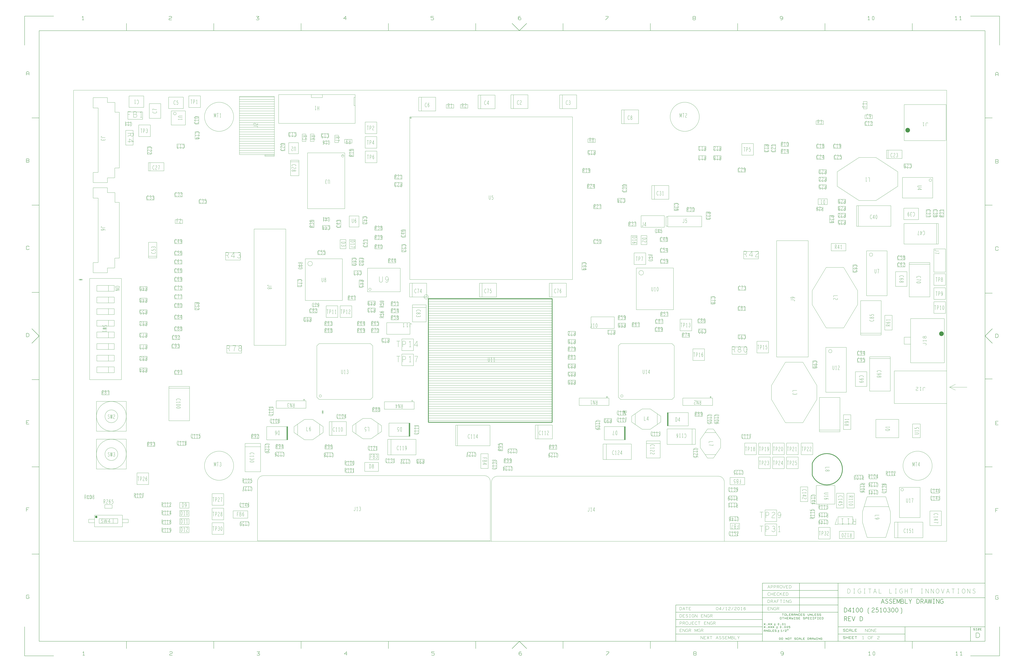
<source format=gbr>
G04 ================== begin FILE IDENTIFICATION RECORD ==================*
G04 Layout Name:  2510300_REV-D.brd*
G04 Film Name:    Assy1.gbr*
G04 File Format:  Gerber RS274X*
G04 File Origin:  Cadence Allegro 16.6-2015-S051*
G04 Origin Date:  Tue Apr 12 06:53:56 2016*
G04 *
G04 Layer:  DRAWING FORMAT/OUTLINE*
G04 Layer:  DRAWING FORMAT/TITLE_DATA*
G04 Layer:  DRAWING FORMAT/REVISION_BLOCK*
G04 Layer:  DRAWING FORMAT/ASSY*
G04 *
G04 Offset:    (0.00 0.00)*
G04 Mirror:    No*
G04 Mode:      Positive*
G04 Rotation:  0*
G04 FullContactRelief:  No*
G04 UndefLineWidth:     6.00*
G04 ================== end FILE IDENTIFICATION RECORD ====================*
%FSLAX25Y25*MOIN*%
%IR0*IPPOS*OFA0.00000B0.00000*MIA0B0*SFA1.00000B1.00000*%
%ADD10C,.01*%
%ADD11C,.012*%
%ADD12C,.04*%
%ADD13C,.024*%
%ADD14C,.08*%
%ADD15C,.006*%
%ADD16C,.008*%
G75*
%LPD*%
G75*
G54D10*
G01X-1150000Y-550000D02*
X-1250000D01*
Y-450000D01*
G01X-1234700Y-342100D02*
X-1236200Y-340500D01*
X-1242400D01*
X-1244000Y-342100D01*
Y-351400D01*
X-1242400Y-352900D01*
X-1236200D01*
X-1234700Y-351400D01*
Y-346700D01*
X-1239300D01*
G01X-1234700Y-40500D02*
X-1244000D01*
Y-52900D01*
G01Y-46700D02*
X-1237800D01*
G01X-1234700Y247100D02*
X-1244000D01*
Y259500D01*
X-1234700D01*
G01X-1244000Y253300D02*
X-1237800D01*
G01X-1244000Y547100D02*
X-1237800D01*
X-1234700Y550200D01*
Y556400D01*
X-1237800Y559500D01*
X-1244000D01*
Y547100D01*
G01X-1234700Y856400D02*
Y857900D01*
X-1236200Y859500D01*
X-1242400D01*
X-1244000Y857900D01*
Y848600D01*
X-1242400Y847100D01*
X-1236200D01*
X-1234700Y848600D01*
Y850200D01*
G01X-1244000Y1147100D02*
X-1236200D01*
X-1234700Y1148600D01*
Y1151700D01*
X-1236200Y1153300D01*
X-1234700Y1154800D01*
Y1157900D01*
X-1236200Y1159500D01*
X-1244000D01*
Y1153300D01*
Y1147100D01*
G01X-1236200Y1153300D02*
X-1244000D01*
G01Y1447100D02*
Y1456400D01*
X-1240900Y1459500D01*
X-1237800D01*
X-1234700Y1456400D01*
Y1447100D01*
G01Y1451700D02*
X-1244000D01*
G01X-1150000Y1650000D02*
X-1250000D01*
Y1550000D01*
G01X-1225000Y-200000D02*
X-1200000D01*
G01Y100000D02*
X-1225000D01*
G01Y400000D02*
X-1200000D01*
G01X-1225000Y575000D02*
X-1200000Y550000D01*
X-1225000Y525000D01*
G01Y700000D02*
X-1200000D01*
G01Y1000000D02*
X-1225000D01*
G01Y1300000D02*
X-1200000D01*
G01X2050000Y-500000D02*
X-1200000D01*
G01D02*
Y1600000D01*
X2050000D01*
G01X-1049300Y1637100D02*
Y1649500D01*
X-1052400Y1646400D01*
G01X-1046200Y1637100D02*
X-1052400D01*
G01X-1049900Y-547900D02*
X-1043700D01*
G01X-1049900Y-538600D02*
X-1046800Y-535500D01*
Y-547900D01*
G01X-900000Y-500000D02*
Y-525000D01*
G01Y1625000D02*
Y1600000D01*
G01X-742200Y-547900D02*
X-751500D01*
Y-544800D01*
X-748400Y-541700D01*
X-743700D01*
X-742200Y-540200D01*
Y-537100D01*
X-743700Y-535500D01*
X-749900D01*
X-751500Y-537100D01*
G01X-754000Y1647900D02*
X-752400Y1649500D01*
X-746200D01*
X-744700Y1647900D01*
Y1644800D01*
X-746200Y1643300D01*
X-750900D01*
X-754000Y1640200D01*
Y1637100D01*
X-744700D01*
G01X-600000Y-525000D02*
Y-500000D01*
G01Y1600000D02*
Y1625000D01*
G01X-454000Y1638600D02*
X-452400Y1637100D01*
X-446200D01*
X-444700Y1638600D01*
Y1641700D01*
X-446200Y1643300D01*
X-450900D01*
X-444700Y1649500D01*
X-454000D01*
G01X-451500Y-535500D02*
X-442200D01*
X-448400Y-541700D01*
X-443700D01*
X-442200Y-543300D01*
Y-546400D01*
X-443700Y-547900D01*
X-449900D01*
X-451500Y-546400D01*
G01X-300000Y-500000D02*
Y-525000D01*
G01Y1625000D02*
Y1600000D01*
G01X-143700Y-547900D02*
Y-535500D01*
X-151500Y-543300D01*
X-142200D01*
G01X-144700Y1641700D02*
X-154000D01*
X-146200Y1649500D01*
Y1637100D01*
G01X0Y-525000D02*
Y-500000D01*
G01Y1600000D02*
Y1625000D01*
G01X148500Y-546400D02*
X150100Y-547900D01*
X156300D01*
X157800Y-546400D01*
Y-541700D01*
X156300Y-540200D01*
X148500D01*
Y-535500D01*
X157800D01*
G01X155300Y1649500D02*
X146000D01*
Y1644800D01*
G01Y1638600D02*
X147600Y1637100D01*
X153800D01*
X155300Y1638600D01*
Y1643300D01*
X153800Y1644800D01*
X146000D01*
G01X300000Y-500000D02*
Y-525000D01*
G01Y1625000D02*
Y1600000D01*
G01X425000Y-525000D02*
X450000Y-500000D01*
X475000Y-525000D01*
G01Y1625000D02*
X450000Y1600000D01*
X425000Y1625000D01*
G01X456300Y-535500D02*
X451600D01*
X448500Y-538600D01*
Y-544800D01*
X451600Y-547900D01*
X456300D01*
X457800Y-546400D01*
Y-541700D01*
X456300Y-540200D01*
X451600D01*
X448500Y-543300D01*
G01X453800Y1649500D02*
X449100D01*
X446000Y1646400D01*
Y1640200D01*
X449100Y1637100D01*
X453800D01*
X455300Y1638600D01*
Y1643300D01*
X453800Y1644800D01*
X449100D01*
X446000Y1641700D01*
G01X600000Y-500000D02*
Y-525000D01*
G01Y1600000D02*
Y1625000D01*
G01X748500Y-547900D02*
X757800Y-538600D01*
Y-535500D01*
X748500D01*
G01X746000Y1637100D02*
X755300Y1646400D01*
Y1649500D01*
X746000D01*
G01X900000Y-525000D02*
Y-500000D01*
G01Y1625000D02*
Y1600000D01*
G01X1545000Y-375000D02*
X1285000D01*
X987500D01*
Y-500000D01*
G01X1285000Y-475000D02*
X987500D01*
G01Y-450000D02*
X1285000D01*
G01X987500Y-425000D02*
X1285000D01*
G01X1545000Y-400000D02*
X1285000D01*
X987500D01*
G01X1050100Y-541700D02*
X1048500Y-540200D01*
Y-537100D01*
X1050100Y-535500D01*
X1056300D01*
X1057800Y-537100D01*
Y-540200D01*
X1056300Y-541700D01*
X1057800Y-543300D01*
Y-546400D01*
X1056300Y-547900D01*
X1050100D01*
X1048500Y-546400D01*
Y-543300D01*
X1050100Y-541700D01*
X1056300D01*
G01X1053800Y1643300D02*
X1047600D01*
X1046000Y1641700D01*
Y1638600D01*
X1047600Y1637100D01*
X1053800D01*
X1055300Y1638600D01*
Y1641700D01*
X1053800Y1643300D01*
X1055300Y1644800D01*
Y1647900D01*
X1053800Y1649500D01*
X1047600D01*
X1046000Y1647900D01*
Y1644800D01*
X1047600Y1643300D01*
G01X1200000Y-500000D02*
Y-525000D01*
G01Y1600000D02*
Y1625000D01*
G01X1412500Y-300000D02*
X1545000D01*
Y-350000D01*
X1412500D01*
Y-300000D01*
X1285000D01*
Y-500000D01*
G01Y-350000D02*
X1412500D01*
G01X1285000Y-325000D02*
X1435000D01*
X1545000D01*
G01X1300300Y-454000D02*
X1301100D01*
Y-453200D01*
X1300300D01*
Y-454000D01*
G01X1302700Y-466500D02*
Y-460300D01*
G01X1290500Y-464100D02*
X1295200D01*
G01Y-466500D02*
Y-461800D01*
X1293600Y-460300D01*
X1292100D01*
X1290500Y-461800D01*
Y-466500D01*
G01X1298000Y-460300D02*
Y-466500D01*
G01X1302700Y-465700D02*
X1298000Y-461000D01*
G01X1290500Y-454000D02*
Y-453200D01*
X1295200Y-448500D01*
G01X1290500Y-447800D02*
Y-448500D01*
X1295200Y-453200D01*
Y-454000D01*
G01Y-448500D02*
Y-447800D01*
G01X1300300Y-444000D02*
X1301100D01*
Y-443200D01*
X1300300D01*
Y-444000D01*
G01X1295200D02*
Y-443200D01*
X1290500Y-438500D01*
Y-437800D01*
G01X1295200D02*
Y-438500D01*
X1290500Y-443200D01*
Y-444000D01*
G01X1313000Y-447800D02*
Y-448500D01*
X1317700Y-453200D01*
Y-454000D01*
G01X1305500D02*
Y-453200D01*
X1310200Y-448500D01*
Y-447800D01*
G01Y-461000D02*
X1309400Y-460300D01*
X1306300D01*
X1305500Y-461000D01*
Y-465700D01*
X1306300Y-466500D01*
X1309400D01*
X1310200Y-465700D01*
Y-463400D01*
X1307800D01*
G01X1317700Y-466500D02*
X1313000D01*
Y-460300D01*
G01X1323600Y-463400D02*
X1320500D01*
G01X1325200Y-466500D02*
X1320500D01*
Y-460300D01*
X1325200D01*
G01X1320500Y-454000D02*
Y-453200D01*
X1325200Y-448500D01*
Y-447800D01*
G01X1313000Y-454000D02*
Y-453200D01*
X1317700Y-448500D01*
Y-447800D01*
G01X1305500D02*
Y-448500D01*
X1310200Y-453200D01*
Y-454000D01*
G01X1320500Y-447800D02*
Y-448500D01*
X1325200Y-453200D01*
Y-454000D01*
G01X1313000Y-444000D02*
Y-443200D01*
X1317700Y-438500D01*
Y-437800D01*
G01X1310200Y-444000D02*
Y-443200D01*
X1305500Y-438500D01*
Y-437800D01*
G01X1310200D02*
Y-438500D01*
X1305500Y-443200D01*
Y-444000D01*
G01X1317700D02*
Y-443200D01*
X1313000Y-438500D01*
Y-437800D01*
G01X1338000Y-463400D02*
X1342700D01*
G01X1342500Y-467500D02*
X1337500D01*
G01X1332700Y-461000D02*
X1331900Y-460300D01*
X1328800D01*
X1328000Y-461000D01*
Y-462600D01*
X1328800Y-463400D01*
X1331900D01*
X1332700Y-464100D01*
Y-465700D01*
X1331900Y-466500D01*
X1328800D01*
X1328000Y-465700D01*
G01X1335300Y-453200D02*
Y-448500D01*
G01X1337500Y-455000D02*
X1332500D01*
G01X1333000Y-450900D02*
X1337700D01*
G01X1325500Y-440900D02*
X1330200D01*
G01X1327800Y-443200D02*
Y-438500D01*
G01X1330000Y-445000D02*
X1325000D01*
G01X1357800Y-540200D02*
X1354700Y-543300D01*
X1350100D01*
X1348500Y-541700D01*
Y-537100D01*
X1350100Y-535500D01*
X1354700D01*
X1357800Y-538600D01*
Y-540200D01*
Y-544800D01*
X1354700Y-547900D01*
X1350100D01*
G01X1350500Y-493200D02*
X1351300Y-494000D01*
X1354400D01*
X1355200Y-493200D01*
Y-488500D01*
X1354400Y-487800D01*
X1351300D01*
X1350500Y-488500D01*
Y-493200D01*
G01X1343000Y-494000D02*
X1346100D01*
X1347700Y-492400D01*
Y-489300D01*
X1346100Y-487800D01*
X1343000D01*
Y-494000D01*
G01X1340300Y-465700D02*
Y-461000D01*
G01X1351900Y-466500D02*
X1348800D01*
G01Y-461800D02*
X1350300Y-460300D01*
Y-466500D01*
G01X1355500D02*
Y-465700D01*
X1359400Y-461000D01*
Y-460300D01*
G01X1355300Y-454000D02*
X1356100D01*
Y-453200D01*
X1355300D01*
Y-454000D01*
G01X1347100D02*
X1346300Y-452400D01*
Y-449300D01*
X1347100Y-447800D01*
X1348600D01*
X1349400Y-449300D01*
Y-452400D01*
X1348600Y-454000D01*
X1347100D01*
G01X1354600Y-444000D02*
X1353800Y-442400D01*
Y-439300D01*
X1354600Y-437800D01*
X1356100D01*
X1356900Y-439300D01*
Y-442400D01*
X1356100Y-444000D01*
X1354600D01*
G01X1347800D02*
X1348600D01*
Y-443200D01*
X1347800D01*
Y-444000D01*
G01X1339600D02*
X1338800Y-442400D01*
Y-439300D01*
X1339600Y-437800D01*
X1341100D01*
X1341900Y-439300D01*
Y-442400D01*
X1341100Y-444000D01*
X1339600D01*
G01X1345600Y-423100D02*
X1346400Y-423900D01*
X1349700D01*
X1350500Y-423100D01*
Y-418100D01*
X1349700Y-417300D01*
X1346400D01*
X1345600Y-418100D01*
Y-423100D01*
G01X1353600Y-417300D02*
X1356000D01*
Y-423900D01*
G01X1353100Y-404800D02*
X1355500D01*
Y-411400D01*
G01X1358500Y-417300D02*
X1353600D01*
G01X1358000Y-404800D02*
X1353100D01*
G01X1355300Y1644800D02*
X1352200Y1641700D01*
X1347600D01*
X1346000Y1643300D01*
Y1647900D01*
X1347600Y1649500D01*
X1352200D01*
X1355300Y1646400D01*
Y1644800D01*
Y1640200D01*
X1352200Y1637100D01*
X1347600D01*
G01X1373000Y-493200D02*
X1373800Y-494000D01*
X1376900D01*
X1377700Y-493200D01*
Y-488500D01*
X1376900Y-487800D01*
X1373800D01*
X1373000Y-488500D01*
Y-493200D01*
G01X1370200Y-494000D02*
Y-487800D01*
G01X1365500Y-488500D02*
X1370200Y-493200D01*
G01X1365500Y-494000D02*
Y-487800D01*
G01X1363000Y-461000D02*
X1363800Y-460300D01*
X1366900D01*
X1367700Y-461000D01*
Y-462600D01*
X1366900Y-463400D01*
X1364600D01*
X1363000Y-464900D01*
Y-466500D01*
X1367700D01*
G01X1369600Y-454000D02*
X1368800Y-452400D01*
Y-449300D01*
X1369600Y-447800D01*
X1371100D01*
X1371900Y-449300D01*
Y-452400D01*
X1371100Y-454000D01*
X1369600D01*
G01X1362100D02*
X1361300Y-452400D01*
Y-449300D01*
X1362100Y-447800D01*
X1363600D01*
X1364400Y-449300D01*
Y-452400D01*
X1363600Y-454000D01*
X1362100D01*
G01X1374000Y-460000D02*
X1373800Y-459200D01*
X1373300Y-458700D01*
X1372500Y-458500D01*
X1371800Y-458700D01*
X1371200Y-459200D01*
X1371000Y-460000D01*
X1371200Y-460700D01*
X1371800Y-461300D01*
X1372500Y-461500D01*
X1373300Y-461300D01*
X1373800Y-460700D01*
X1374000Y-460000D01*
G01X1362800Y-444000D02*
Y-437800D01*
X1361300Y-439300D01*
G01Y-444000D02*
X1364400D01*
G01X1366500Y-423900D02*
Y-417300D01*
G01X1374500Y-423900D02*
X1369600D01*
Y-417300D01*
X1374500D01*
G01X1369600Y-420600D02*
X1372900D01*
G01X1361600D02*
X1366500D01*
G01X1361600Y-417300D02*
Y-423900D01*
G01X1374000Y-411400D02*
X1369100D01*
Y-404800D01*
G01X1361100Y-410600D02*
X1361900Y-411400D01*
X1365200D01*
X1366000Y-410600D01*
Y-405600D01*
X1365200Y-404800D01*
X1361900D01*
X1361100Y-405600D01*
Y-410600D01*
G01X1382800Y-494000D02*
Y-487800D01*
X1380500D01*
X1385200D01*
G01X1375500Y-453200D02*
X1376300Y-454000D01*
X1379400D01*
X1380200Y-453200D01*
Y-450900D01*
X1379400Y-450100D01*
X1375500D01*
Y-447800D01*
X1380200D01*
G01X1382500Y-423900D02*
X1379200Y-420600D01*
G01X1390500Y-417300D02*
Y-423900D01*
X1388000Y-421400D01*
X1385600Y-423900D01*
Y-417300D01*
G01X1377600Y-420600D02*
X1381700D01*
X1382500Y-419800D01*
Y-418100D01*
X1381700Y-417300D01*
X1377600D01*
Y-423900D01*
G01X1386700Y-408100D02*
X1390000Y-411400D01*
G01X1382000D02*
X1377100D01*
Y-404800D01*
X1382000D01*
G01X1385100Y-408100D02*
X1389200D01*
X1390000Y-407300D01*
Y-405600D01*
X1389200Y-404800D01*
X1385100D01*
Y-411400D01*
G01X1377100Y-408100D02*
X1380400D01*
G01X1407700Y-492400D02*
Y-493200D01*
X1406900Y-494000D01*
X1403800D01*
X1403000Y-493200D01*
Y-488500D01*
X1403800Y-487800D01*
X1406900D01*
X1407700Y-488500D01*
Y-489300D01*
G01X1400200Y-488500D02*
X1399400Y-487800D01*
X1396300D01*
X1395500Y-488500D01*
Y-490100D01*
X1396300Y-490900D01*
X1399400D01*
X1400200Y-491600D01*
Y-493200D01*
X1399400Y-494000D01*
X1396300D01*
X1395500Y-493200D01*
G01X1401600Y-423100D02*
X1402400Y-423900D01*
X1405700D01*
X1406500Y-423100D01*
Y-421400D01*
X1405700Y-420600D01*
X1402400D01*
X1401600Y-419800D01*
Y-418100D01*
X1402400Y-417300D01*
X1405700D01*
X1406500Y-418100D01*
G01X1393600Y-423900D02*
X1398500D01*
G01X1396000Y-417300D02*
Y-423900D01*
G01X1401100Y-405600D02*
X1406000Y-410600D01*
G01X1401100Y-404800D02*
Y-411400D01*
G01X1406000D02*
Y-404800D01*
G01X1393600Y-417300D02*
X1398500D01*
G01X1398000Y-408900D02*
X1393100D01*
G01Y-411400D02*
Y-406400D01*
X1394700Y-404800D01*
X1396400D01*
X1398000Y-406400D01*
Y-411400D01*
G01X1430200Y-487800D02*
X1425500D01*
Y-494000D01*
X1430200D01*
G01X1425500Y-490900D02*
X1428600D01*
G01X1422700Y-494000D02*
X1418000D01*
Y-487800D01*
G01X1415200Y-494000D02*
Y-489300D01*
X1413600Y-487800D01*
X1412100D01*
X1410500Y-489300D01*
Y-494000D01*
G01Y-491600D02*
X1415200D01*
G01X1430500Y-418100D02*
X1429700Y-417300D01*
X1426400D01*
X1425600Y-418100D01*
Y-419800D01*
X1426400Y-420600D01*
X1429700D01*
X1430500Y-421400D01*
Y-423100D01*
X1429700Y-423900D01*
X1426400D01*
X1425600Y-423100D01*
G01X1414500Y-423900D02*
X1409600D01*
Y-417300D01*
X1414500D01*
G01X1409600Y-420600D02*
X1412900D01*
G01X1425100Y-410600D02*
X1425900Y-411400D01*
X1429200D01*
X1430000Y-410600D01*
Y-408900D01*
X1429200Y-408100D01*
X1425900D01*
X1425100Y-407300D01*
Y-405600D01*
X1425900Y-404800D01*
X1429200D01*
X1430000Y-405600D01*
G01X1422000Y-411400D02*
X1417100D01*
Y-404800D01*
X1422000D01*
G01X1417100Y-408100D02*
X1420400D01*
G01X1414000Y-409700D02*
Y-410600D01*
X1413200Y-411400D01*
X1409900D01*
X1409100Y-410600D01*
Y-405600D01*
X1409900Y-404800D01*
X1413200D01*
X1414000Y-405600D01*
Y-406400D01*
G01X1412500Y-375000D02*
Y-400000D01*
G01Y-375000D02*
Y-350000D01*
G01X1440500Y-494000D02*
X1443600D01*
X1445200Y-492400D01*
Y-489300D01*
X1443600Y-487800D01*
X1440500D01*
Y-494000D01*
G01X1433600Y-420600D02*
X1437700D01*
X1438500Y-419800D01*
Y-418100D01*
X1437700Y-417300D01*
X1433600D01*
Y-423900D01*
G01X1444900Y-420600D02*
X1441600D01*
G01X1446500Y-417300D02*
X1441600D01*
Y-423900D01*
X1446500D01*
G01X1441100Y-404800D02*
Y-409700D01*
X1442700Y-411400D01*
X1444400D01*
X1446000Y-409700D01*
Y-404800D01*
G01X1460200Y-491600D02*
X1455500D01*
G01Y-494000D02*
Y-489300D01*
X1457100Y-487800D01*
X1458600D01*
X1460200Y-489300D01*
Y-494000D01*
G01X1449600Y-490900D02*
X1452700Y-494000D01*
G01X1448000D02*
Y-487800D01*
X1451900D01*
X1452700Y-488500D01*
Y-490100D01*
X1451900Y-490900D01*
X1448000D01*
G01X1454500Y-422200D02*
Y-423100D01*
X1453700Y-423900D01*
X1450400D01*
X1449600Y-423100D01*
Y-418100D01*
X1450400Y-417300D01*
X1453700D01*
X1454500Y-418100D01*
Y-418900D01*
G01X1460000Y-423900D02*
Y-417300D01*
G01X1462500Y-423900D02*
X1457600D01*
G01X1454000Y-410600D02*
X1449100Y-405600D01*
G01X1457600Y-417300D02*
X1462500D01*
G01X1457100Y-404800D02*
Y-411400D01*
X1462000D01*
G01X1454000D02*
Y-404800D01*
G01X1449100D02*
Y-411400D01*
G01X1478000Y-488500D02*
X1482700Y-493200D01*
G01X1478000Y-494000D02*
Y-487800D01*
G01X1470500Y-494000D02*
X1475200D01*
G01X1472800Y-487800D02*
Y-494000D01*
G01X1463000Y-487800D02*
Y-494000D01*
X1465300Y-491600D01*
X1467700Y-494000D01*
Y-487800D01*
G01X1470500D02*
X1475200D01*
G01X1465600Y-420600D02*
X1468900D01*
G01X1470500Y-417300D02*
X1465600D01*
Y-423900D01*
G01X1476000D02*
Y-417300D01*
G01X1478500Y-423900D02*
X1473600D01*
G01Y-417300D02*
X1478500D01*
G01X1473100Y-410600D02*
X1473900Y-411400D01*
X1477200D01*
X1478000Y-410600D01*
Y-408900D01*
X1477200Y-408100D01*
X1473900D01*
X1473100Y-407300D01*
Y-405600D01*
X1473900Y-404800D01*
X1477200D01*
X1478000Y-405600D01*
G01X1470000Y-411400D02*
X1465100D01*
Y-404800D01*
X1470000D01*
G01X1465100Y-408100D02*
X1468400D01*
G01X1490200Y-488500D02*
X1489400Y-487800D01*
X1486300D01*
X1485500Y-488500D01*
Y-493200D01*
X1486300Y-494000D01*
X1489400D01*
X1490200Y-493200D01*
Y-490900D01*
X1487800D01*
G01X1482700Y-494000D02*
Y-487800D01*
G01X1484900Y-420600D02*
X1481600D01*
G01X1489600Y-423900D02*
X1492900D01*
X1494500Y-422200D01*
Y-418900D01*
X1492900Y-417300D01*
X1489600D01*
Y-423900D01*
G01X1486500Y-417300D02*
X1481600D01*
Y-423900D01*
X1486500D01*
G01X1481100Y-410600D02*
X1481900Y-411400D01*
X1485200D01*
X1486000Y-410600D01*
Y-408900D01*
X1485200Y-408100D01*
X1481900D01*
X1481100Y-407300D01*
Y-405600D01*
X1481900Y-404800D01*
X1485200D01*
X1486000Y-405600D01*
G01X1500000Y-500000D02*
Y-525000D01*
G01Y1625000D02*
Y1600000D01*
G01X1545000Y-500000D02*
Y-350000D01*
X2050000D01*
G01X1775000Y-475000D02*
X1545000D01*
G01Y-450000D02*
X1775000D01*
G01X2050000Y-300000D02*
X1545000D01*
G01X1569400Y-483900D02*
X1568400Y-482800D01*
X1564200D01*
X1563200Y-483900D01*
Y-485900D01*
X1564200Y-487000D01*
X1568400D01*
X1569400Y-488000D01*
Y-490100D01*
X1568400Y-491100D01*
X1564200D01*
X1563200Y-490100D01*
G01X1569400Y-458900D02*
X1568400Y-457800D01*
X1564200D01*
X1563200Y-458900D01*
Y-460900D01*
X1564200Y-462000D01*
X1568400D01*
X1569400Y-463000D01*
Y-465100D01*
X1568400Y-466100D01*
X1564200D01*
X1563200Y-465100D01*
G01X1579400Y-491100D02*
Y-482800D01*
G01X1589400D02*
X1583200D01*
Y-491100D01*
X1589400D01*
G01X1573200D02*
Y-482800D01*
G01X1583200Y-487000D02*
X1587300D01*
G01X1573200D02*
X1579400D01*
G01X1589400Y-466100D02*
Y-459900D01*
X1587300Y-457800D01*
X1585300D01*
X1583200Y-459900D01*
Y-466100D01*
G01Y-463000D02*
X1589400D01*
G01X1579400Y-464000D02*
Y-465100D01*
X1578400Y-466100D01*
X1574200D01*
X1573200Y-465100D01*
Y-458900D01*
X1574200Y-457800D01*
X1578400D01*
X1579400Y-458900D01*
Y-459900D01*
G01X1599400Y-491100D02*
X1593200D01*
Y-482800D01*
X1599400D01*
G01X1593200Y-487000D02*
X1597300D01*
G01X1599400Y-466100D02*
X1593200D01*
Y-457800D01*
G01X1603200Y-482800D02*
X1606300D01*
Y-491100D01*
G01X1609400Y-482800D02*
X1603200D01*
G01X1609400Y-466100D02*
X1603200D01*
Y-457800D01*
X1609400D01*
G01X1603200Y-462000D02*
X1607300D01*
G01X1653200Y-547900D02*
Y-535500D01*
X1650100Y-538600D01*
G01X1656300Y-547900D02*
X1650100D01*
G01X1650700Y1637100D02*
Y1649500D01*
X1647600Y1646400D01*
G01X1653800Y1637100D02*
X1647600D01*
G01X1666600Y-547900D02*
X1665100Y-544800D01*
Y-538600D01*
X1666600Y-535500D01*
X1669700D01*
X1671300Y-538600D01*
Y-544800D01*
X1669700Y-547900D01*
X1666600D01*
G01X1664100Y1637100D02*
X1662600Y1640200D01*
Y1646400D01*
X1664100Y1649500D01*
X1667200D01*
X1668800Y1646400D01*
Y1640200D01*
X1667200Y1637100D01*
X1664100D01*
G01X1775000Y-500000D02*
Y-450000D01*
X2000000D01*
G01X1800000Y-525000D02*
Y-500000D01*
G01Y1600000D02*
Y1625000D01*
G01X1950100Y-547900D02*
X1956300D01*
G01X1950100Y-538600D02*
X1953200Y-535500D01*
Y-547900D01*
G01X1950700Y1637100D02*
Y1649500D01*
X1947600Y1646400D01*
G01X1953800Y1637100D02*
X1947600D01*
G01X1968200Y-547900D02*
Y-535500D01*
X1965100Y-538600D01*
G01Y-547900D02*
X1971300D01*
G01X1962600Y1637100D02*
X1968800D01*
G01X1962600Y1646400D02*
X1965700Y1649500D01*
Y1637100D01*
G01X2100000Y-450000D02*
Y-550000D01*
X2000000D01*
G01X2050000Y-450000D02*
X2000000D01*
Y-500000D01*
G01X2100000Y1550000D02*
Y1650000D01*
X2000000D01*
G01X2018900Y-487200D02*
X2027100D01*
X2031300Y-483100D01*
Y-474800D01*
X2027100Y-470700D01*
X2018900D01*
Y-487200D01*
G01X2018000Y-455300D02*
X2022700D01*
G01X2020300Y-461500D02*
Y-455300D01*
G01X2018000Y-461500D02*
X2022700D01*
G01X2015200Y-456000D02*
X2014400Y-455300D01*
X2011300D01*
X2010500Y-456000D01*
Y-457600D01*
X2011300Y-458400D01*
X2014400D01*
X2015200Y-459100D01*
Y-460700D01*
X2014400Y-461500D01*
X2011300D01*
X2010500Y-460700D01*
G01X2025500Y-455300D02*
X2030200D01*
Y-456000D01*
X2025500Y-460700D01*
Y-461500D01*
X2030200D01*
G01Y-458400D02*
X2025500D01*
G01X2036100D02*
X2033000D01*
G01X2037700Y-455300D02*
X2033000D01*
Y-461500D01*
X2037700D01*
G01X2050000Y-500000D02*
Y1600000D01*
G01X2075000Y-200000D02*
X2050000D01*
G01X2075000Y100000D02*
X2050000D01*
G01X2075000Y402500D02*
X2050000D01*
G01X2075000Y575000D02*
X2050000Y550000D01*
X2075000Y525000D01*
G01Y697500D02*
X2050000D01*
G01X2075000Y1000000D02*
X2050000D01*
G01X2075000Y1300000D02*
X2050000D01*
G01X2095300Y-344600D02*
X2093800Y-343000D01*
X2087600D01*
X2086000Y-344600D01*
Y-353900D01*
X2087600Y-355400D01*
X2093800D01*
X2095300Y-353900D01*
Y-349200D01*
X2090700D01*
G01X2095300Y-43000D02*
X2086000D01*
Y-55400D01*
G01Y-49200D02*
X2092200D01*
G01X2095300Y244600D02*
X2086000D01*
Y257000D01*
X2095300D01*
G01X2086000Y250800D02*
X2092200D01*
G01X2086000Y544600D02*
X2092200D01*
X2095300Y547700D01*
Y553900D01*
X2092200Y557000D01*
X2086000D01*
Y544600D01*
G01X2095300Y853900D02*
Y855400D01*
X2093800Y857000D01*
X2087600D01*
X2086000Y855400D01*
Y846100D01*
X2087600Y844600D01*
X2093800D01*
X2095300Y846100D01*
Y847700D01*
G01X2086000Y1144600D02*
X2093800D01*
X2095300Y1146100D01*
Y1149200D01*
X2093800Y1150800D01*
X2095300Y1152300D01*
Y1155400D01*
X2093800Y1157000D01*
X2086000D01*
Y1150800D01*
Y1144600D01*
G01Y1150800D02*
X2093800D01*
G01X2095300Y1444600D02*
Y1453900D01*
X2092200Y1457000D01*
X2089100D01*
X2086000Y1453900D01*
Y1444600D01*
G01Y1449200D02*
X2095300D01*
G54D11*
G01X1567083Y-430000D02*
Y-415000D01*
X1572292D01*
X1573958Y-415750D01*
X1575000Y-416750D01*
X1575417Y-418750D01*
X1575000Y-420750D01*
X1573750Y-422000D01*
X1572292Y-422750D01*
X1567083D01*
G01X1572292D02*
X1575417Y-430000D01*
G01X1588917D02*
X1580583D01*
Y-415000D01*
X1588917D01*
G01X1585583Y-422250D02*
X1580583D01*
G01X1593041Y-415000D02*
X1598250Y-430000D01*
X1603459Y-415000D01*
G01X1620667Y-430000D02*
Y-415000D01*
X1624833D01*
X1626500Y-415750D01*
X1627750Y-416750D01*
X1628792Y-418250D01*
X1629625Y-420000D01*
X1629833Y-422500D01*
X1629625Y-425000D01*
X1628792Y-426750D01*
X1627750Y-428250D01*
X1626500Y-429250D01*
X1624833Y-430000D01*
X1620667D01*
G01X1566667Y-400000D02*
Y-385000D01*
X1570833D01*
X1572500Y-385750D01*
X1573750Y-386750D01*
X1574792Y-388250D01*
X1575625Y-390000D01*
X1575833Y-392500D01*
X1575625Y-395000D01*
X1574792Y-396750D01*
X1573750Y-398250D01*
X1572500Y-399250D01*
X1570833Y-400000D01*
X1566667D01*
G01X1587250D02*
Y-385000D01*
X1579541Y-395750D01*
X1589959D01*
G01X1598250Y-400000D02*
Y-385000D01*
X1595750Y-388000D01*
G01Y-400000D02*
X1600750D01*
G01X1611750Y-385000D02*
X1610083Y-385500D01*
X1608833Y-386750D01*
X1608000Y-388250D01*
X1607375Y-390250D01*
X1607167Y-392500D01*
X1607375Y-394750D01*
X1608000Y-396750D01*
X1608833Y-398250D01*
X1610083Y-399500D01*
X1611750Y-400000D01*
X1613417Y-399500D01*
X1614667Y-398250D01*
X1615500Y-396750D01*
X1616125Y-394750D01*
X1616333Y-392500D01*
X1616125Y-390250D01*
X1615500Y-388250D01*
X1614667Y-386750D01*
X1613417Y-385500D01*
X1611750Y-385000D01*
G01X1625250D02*
X1623583Y-385500D01*
X1622333Y-386750D01*
X1621500Y-388250D01*
X1620875Y-390250D01*
X1620667Y-392500D01*
X1620875Y-394750D01*
X1621500Y-396750D01*
X1622333Y-398250D01*
X1623583Y-399500D01*
X1625250Y-400000D01*
X1626917Y-399500D01*
X1628167Y-398250D01*
X1629000Y-396750D01*
X1629625Y-394750D01*
X1629833Y-392500D01*
X1629625Y-390250D01*
X1629000Y-388250D01*
X1628167Y-386750D01*
X1626917Y-385500D01*
X1625250Y-385000D01*
G01X1651208Y-405000D02*
X1649125Y-402500D01*
X1648083Y-400000D01*
Y-390000D01*
X1649125Y-387500D01*
X1651208Y-385000D01*
G01X1661792Y-387500D02*
X1663042Y-386000D01*
X1664500Y-385250D01*
X1666167Y-385000D01*
X1668250Y-385500D01*
X1669708Y-386750D01*
X1670125Y-388250D01*
X1669917Y-389750D01*
X1669083Y-391000D01*
X1664917Y-393500D01*
X1663042Y-395250D01*
X1661792Y-397750D01*
X1661375Y-400000D01*
X1670125D01*
G01X1674667Y-397750D02*
X1675916Y-399000D01*
X1677375Y-399750D01*
X1679250Y-400000D01*
X1681125Y-399500D01*
X1682583Y-398500D01*
X1683625Y-396750D01*
X1683833Y-394750D01*
X1683417Y-392750D01*
X1682375Y-391500D01*
X1680917Y-390500D01*
X1679458Y-390250D01*
X1678000Y-390500D01*
X1676125Y-391500D01*
X1676750Y-385000D01*
X1682375D01*
G01X1692750Y-400000D02*
Y-385000D01*
X1690250Y-388000D01*
G01Y-400000D02*
X1695250D01*
G01X1706250Y-385000D02*
X1704583Y-385500D01*
X1703333Y-386750D01*
X1702500Y-388250D01*
X1701875Y-390250D01*
X1701667Y-392500D01*
X1701875Y-394750D01*
X1702500Y-396750D01*
X1703333Y-398250D01*
X1704583Y-399500D01*
X1706250Y-400000D01*
X1707917Y-399500D01*
X1709167Y-398250D01*
X1710000Y-396750D01*
X1710625Y-394750D01*
X1710833Y-392500D01*
X1710625Y-390250D01*
X1710000Y-388250D01*
X1709167Y-386750D01*
X1707917Y-385500D01*
X1706250Y-385000D01*
G01X1715167Y-397000D02*
X1716416Y-398750D01*
X1718083Y-399750D01*
X1719958Y-400000D01*
X1721625Y-399750D01*
X1723292Y-398500D01*
X1724333Y-397000D01*
X1724542Y-395500D01*
X1724125Y-393750D01*
X1722667Y-392500D01*
X1721208Y-392000D01*
X1719333D01*
G01X1721208D02*
X1722458Y-391250D01*
X1723500Y-390000D01*
X1723917Y-388500D01*
X1723500Y-387000D01*
X1722458Y-385750D01*
X1720583Y-385000D01*
X1718708Y-385250D01*
X1716833Y-386250D01*
G01X1733250Y-385000D02*
X1731583Y-385500D01*
X1730333Y-386750D01*
X1729500Y-388250D01*
X1728875Y-390250D01*
X1728667Y-392500D01*
X1728875Y-394750D01*
X1729500Y-396750D01*
X1730333Y-398250D01*
X1731583Y-399500D01*
X1733250Y-400000D01*
X1734917Y-399500D01*
X1736167Y-398250D01*
X1737000Y-396750D01*
X1737625Y-394750D01*
X1737833Y-392500D01*
X1737625Y-390250D01*
X1737000Y-388250D01*
X1736167Y-386750D01*
X1734917Y-385500D01*
X1733250Y-385000D01*
G01X1746750D02*
X1745083Y-385500D01*
X1743833Y-386750D01*
X1743000Y-388250D01*
X1742375Y-390250D01*
X1742167Y-392500D01*
X1742375Y-394750D01*
X1743000Y-396750D01*
X1743833Y-398250D01*
X1745083Y-399500D01*
X1746750Y-400000D01*
X1748417Y-399500D01*
X1749667Y-398250D01*
X1750500Y-396750D01*
X1751125Y-394750D01*
X1751333Y-392500D01*
X1751125Y-390250D01*
X1750500Y-388250D01*
X1749667Y-386750D01*
X1748417Y-385500D01*
X1746750Y-385000D01*
G01X1761292Y-405000D02*
X1763375Y-402500D01*
X1764417Y-400000D01*
Y-390000D01*
X1763375Y-387500D01*
X1761292Y-385000D01*
G01X1693541Y-370000D02*
X1698750Y-355000D01*
X1703959Y-370000D01*
G01X1702083Y-364750D02*
X1695416D01*
G01X1707875Y-368000D02*
X1709542Y-369250D01*
X1711417Y-370000D01*
X1713083D01*
X1714750Y-369250D01*
X1716000Y-368000D01*
X1716625Y-366250D01*
X1716208Y-364500D01*
X1715167Y-363000D01*
X1713292Y-362000D01*
X1710792Y-361500D01*
X1709333Y-360500D01*
X1708708Y-358750D01*
X1709125Y-357000D01*
X1710167Y-355750D01*
X1711625Y-355000D01*
X1713083D01*
X1714542Y-355500D01*
X1715792Y-356750D01*
G01X1721375Y-368000D02*
X1723042Y-369250D01*
X1724917Y-370000D01*
X1726583D01*
X1728250Y-369250D01*
X1729500Y-368000D01*
X1730125Y-366250D01*
X1729708Y-364500D01*
X1728667Y-363000D01*
X1726792Y-362000D01*
X1724292Y-361500D01*
X1722833Y-360500D01*
X1722208Y-358750D01*
X1722625Y-357000D01*
X1723667Y-355750D01*
X1725125Y-355000D01*
X1726583D01*
X1728042Y-355500D01*
X1729292Y-356750D01*
G01X1743417Y-370000D02*
X1735083D01*
Y-355000D01*
X1743417D01*
G01X1740083Y-362250D02*
X1735083D01*
G01X1747333Y-370000D02*
Y-355000D01*
X1752750Y-367500D01*
X1758167Y-355000D01*
Y-370000D01*
G01X1767917Y-362000D02*
X1768750Y-361250D01*
X1769375Y-360000D01*
X1769792Y-358250D01*
X1769375Y-356750D01*
X1768542Y-355750D01*
X1767083Y-355000D01*
X1761458D01*
Y-370000D01*
X1768333D01*
X1769792Y-369000D01*
X1770625Y-367500D01*
X1771042Y-365750D01*
X1770625Y-364000D01*
X1769375Y-362500D01*
X1767917Y-362000D01*
X1761458D01*
G01X1775583Y-355000D02*
Y-370000D01*
X1783917D01*
G01X1793250D02*
Y-363250D01*
X1789083Y-355000D01*
G01X1797417D02*
X1793250Y-363250D01*
G01X1815667Y-370000D02*
Y-355000D01*
X1819833D01*
X1821500Y-355750D01*
X1822750Y-356750D01*
X1823792Y-358250D01*
X1824625Y-360000D01*
X1824833Y-362500D01*
X1824625Y-365000D01*
X1823792Y-366750D01*
X1822750Y-368250D01*
X1821500Y-369250D01*
X1819833Y-370000D01*
X1815667D01*
G01X1829583D02*
Y-355000D01*
X1834792D01*
X1836458Y-355750D01*
X1837500Y-356750D01*
X1837917Y-358750D01*
X1837500Y-360750D01*
X1836250Y-362000D01*
X1834792Y-362750D01*
X1829583D01*
G01X1834792D02*
X1837917Y-370000D01*
G01X1842041D02*
X1847250Y-355000D01*
X1852459Y-370000D01*
G01X1850583Y-364750D02*
X1843916D01*
G01X1854500Y-355000D02*
X1857416Y-370000D01*
X1860750Y-355000D01*
X1864083Y-370000D01*
X1867000Y-355000D01*
G01X1871750D02*
X1876750D01*
G01X1874250D02*
Y-370000D01*
G01X1871750D02*
X1876750D01*
G01X1882958D02*
Y-355000D01*
X1892542Y-370000D01*
Y-355000D01*
G01X1902500Y-362500D02*
X1906667D01*
Y-367000D01*
X1905417Y-368500D01*
X1903958Y-369500D01*
X1901875Y-370000D01*
X1899792Y-369500D01*
X1898333Y-368500D01*
X1897083Y-367000D01*
X1896250Y-365250D01*
X1895833Y-363250D01*
Y-361500D01*
X1896250Y-360000D01*
X1897083Y-358250D01*
X1898333Y-356750D01*
X1899583Y-355750D01*
X1901250Y-355000D01*
X1902708D01*
X1904375Y-355500D01*
X1905625Y-356500D01*
G54D12*
G01X-1001600Y-72200D02*
G03I-2000J0D01*
G54D13*
G01X137400Y253600D02*
X562600D01*
Y678800D01*
X137400D01*
Y253600D01*
G01X1456400Y111800D02*
Y71800D01*
G01D02*
G03X1560252Y91800I50000J20000D01*
G01D02*
G03X1456400Y111800I-53852J0D01*
G01X1560252Y91800D02*
G03X1556400Y111800I-53847J0D01*
G54D14*
G01X1788400Y1257800D02*
G03I-4000J0D01*
G01X1904400Y557800D02*
G03I-4000J0D01*
G54D15*
G01X1918400Y1395000D02*
X-1081600D01*
Y-156200D01*
X1918400D01*
Y1395000D01*
G01X-1035200Y-8200D02*
X-1019200D01*
Y-200D01*
X-1035200D01*
Y-8200D01*
G01X-1009600Y-92200D02*
X-1029600D01*
Y-80200D01*
X-1009600D01*
G01X-1026200Y747800D02*
Y399800D01*
X-917000D01*
Y747800D01*
X-1026200D01*
G01X-913600Y-66200D02*
X-1009600D01*
Y-106200D01*
X-913600D01*
Y-66200D01*
G01X-1002780Y92620D02*
X-900420D01*
Y194980D01*
X-1002780D01*
Y92620D01*
G01X-900420Y143800D02*
G03I-51180J0D01*
G01X-1002780Y222620D02*
X-900420D01*
Y324980D01*
X-1002780D01*
Y222620D01*
G01X-900420Y273800D02*
G03I-51180J0D01*
G01X-1001600Y443800D02*
Y423800D01*
X-941600D01*
Y443800D01*
X-1001600D01*
G01Y483800D02*
Y463800D01*
X-941600D01*
Y483800D01*
X-1001600D01*
G01Y523800D02*
Y503800D01*
X-941600D01*
Y523800D01*
X-1001600D01*
G01Y563800D02*
Y543800D01*
X-941600D01*
Y563800D01*
X-1001600D01*
G01Y603800D02*
Y583800D01*
X-941600D01*
Y603800D01*
X-1001600D01*
G01Y643800D02*
Y623800D01*
X-941600D01*
Y643800D01*
X-1001600D01*
G01Y683800D02*
Y663800D01*
X-941600D01*
Y683800D01*
X-1001600D01*
G01Y723800D02*
Y703800D01*
X-941600D01*
Y723800D01*
X-1001600D01*
G01X-1014400Y802600D02*
X-997200D01*
X-996800Y803000D01*
Y1024200D01*
X-1014400D01*
Y1059800D01*
X-965200D01*
Y1043000D01*
X-939200D01*
Y1009400D01*
X-924400D01*
Y817800D01*
X-939200D01*
X-940000Y817000D01*
Y785000D01*
X-941200Y783800D01*
X-964800D01*
X-965200Y783400D01*
Y767400D01*
X-1014000D01*
X-1014400Y767800D01*
Y802600D01*
G01Y1112600D02*
X-997200D01*
X-996800Y1113000D01*
Y1334200D01*
X-1014400D01*
Y1369800D01*
X-965200D01*
Y1353000D01*
X-939200D01*
Y1319400D01*
X-924400D01*
Y1127800D01*
X-939200D01*
X-940000Y1127000D01*
Y1095000D01*
X-941200Y1093800D01*
X-964800D01*
X-965200Y1093400D01*
Y1077400D01*
X-1014000D01*
X-1014400Y1077800D01*
Y1112600D01*
G01X-993600Y-78200D02*
Y-94200D01*
X-929600D01*
Y-78200D01*
X-993600D01*
G01X-984400Y347400D02*
X-958800D01*
Y360200D01*
X-984400D01*
Y347400D01*
G01X-948800Y-29800D02*
X-974400D01*
Y-42600D01*
X-948800D01*
Y-29800D01*
G01X-929552Y143800D02*
G03I-22048J0D01*
G01Y273800D02*
G03I-22048J0D01*
G01X-945600Y-78200D02*
Y-94200D01*
G01X-961600Y443800D02*
Y423800D01*
G01Y483800D02*
Y463800D01*
G01Y523800D02*
Y503800D01*
G01Y523800D02*
Y503800D01*
G01Y563800D02*
Y543800D01*
G01Y603800D02*
Y583800D01*
G01Y643800D02*
Y623800D01*
G01Y683800D02*
Y663800D01*
G01Y723800D02*
Y703800D01*
G01X-913600Y-80200D02*
X-893600D01*
Y-92200D01*
X-913600D01*
G01X-902200Y1257000D02*
Y1206600D01*
X-877000D01*
Y1257000D01*
X-902200D01*
G01X-885600Y1283800D02*
X-901600D01*
Y1275800D01*
X-885600D01*
Y1283800D01*
G01X-894800Y1295200D02*
X-844400D01*
Y1320400D01*
X-894800D01*
Y1295200D01*
G01X-840400Y1375400D02*
X-890800D01*
Y1336200D01*
X-840400D01*
Y1375400D01*
G01X-869600Y-6600D02*
X-844000D01*
Y6200D01*
X-869600D01*
Y-6600D01*
G01X-863600Y79000D02*
X-823600D01*
Y39000D01*
X-863600D01*
Y79000D01*
G01X-857600Y1275800D02*
X-817600D01*
Y1235800D01*
X-857600D01*
Y1275800D01*
G01X-828800Y440200D02*
X-854400D01*
Y427400D01*
X-828800D01*
Y440200D01*
G01Y480200D02*
X-854400D01*
Y467400D01*
X-828800D01*
Y480200D01*
G01Y520200D02*
X-854400D01*
Y507400D01*
X-828800D01*
Y520200D01*
G01Y560200D02*
X-854400D01*
Y547400D01*
X-828800D01*
Y560200D01*
G01Y600200D02*
X-854400D01*
Y587400D01*
X-828800D01*
Y600200D01*
G01Y640200D02*
X-854400D01*
Y627400D01*
X-828800D01*
Y640200D01*
G01Y680200D02*
X-854400D01*
Y667400D01*
X-828800D01*
Y680200D01*
G01Y720200D02*
X-854400D01*
Y707400D01*
X-828800D01*
Y720200D01*
G01X-828000Y170200D02*
X-802400D01*
Y183000D01*
X-828000D01*
Y170200D01*
G01X-795600Y818600D02*
Y872200D01*
X-824000D01*
Y818600D01*
X-795600D01*
G01X-824000Y824200D02*
X-795600D01*
G01X-830400Y1017400D02*
X-804800D01*
Y1030200D01*
X-830400D01*
Y1017400D01*
G01X-824400Y1117800D02*
X-770800D01*
Y1146200D01*
X-824400D01*
Y1117800D01*
G01X-828000Y1200600D02*
Y1175000D01*
X-815200D01*
Y1200600D01*
X-828000D01*
G01X-818800Y1146200D02*
Y1117800D01*
G01X-782000Y1298600D02*
Y1349000D01*
X-821200D01*
Y1298600D01*
X-782000D01*
G01X-775200Y-125800D02*
X-749600D01*
Y-113000D01*
X-775200D01*
Y-125800D01*
G01Y-97800D02*
X-749600D01*
Y-85000D01*
X-775200D01*
Y-97800D01*
G01Y-65800D02*
X-749600D01*
Y-53000D01*
X-775200D01*
Y-65800D01*
G01Y-37800D02*
X-749600D01*
Y-25000D01*
X-775200D01*
Y-37800D01*
G01X-753800Y376400D02*
Y258400D01*
X-683000D01*
Y376400D01*
X-753800D01*
G01X-683000Y370400D02*
X-753800D01*
G01X-754800Y1332200D02*
X-704400D01*
Y1371400D01*
X-754800D01*
Y1332200D01*
G01X-743600Y507800D02*
X-718000D01*
Y520600D01*
X-743600D01*
Y507800D01*
G01X-742400Y537400D02*
X-716800D01*
Y550200D01*
X-742400D01*
Y537400D01*
G01X-746008Y1324208D02*
Y1275392D01*
X-697192D01*
Y1324208D01*
X-746008D01*
G01X-728812Y1315012D02*
G03I-4724J0D01*
G01X-722400Y173400D02*
X-696800D01*
Y186200D01*
X-722400D01*
Y173400D01*
G01X-734400Y417400D02*
X-708800D01*
Y430200D01*
X-734400D01*
Y417400D01*
G01Y567400D02*
X-708800D01*
Y580200D01*
X-734400D01*
Y567400D01*
G01Y607400D02*
X-708800D01*
Y620200D01*
X-734400D01*
Y607400D01*
G01Y647400D02*
X-708800D01*
Y660200D01*
X-734400D01*
Y647400D01*
G01Y677400D02*
X-708800D01*
Y690200D01*
X-734400D01*
Y677400D01*
G01Y707400D02*
X-708800D01*
Y720200D01*
X-734400D01*
Y707400D01*
G01Y737400D02*
X-708800D01*
Y750200D01*
X-734400D01*
Y737400D01*
G01Y767400D02*
X-708800D01*
Y780200D01*
X-734400D01*
Y767400D01*
G01Y797400D02*
X-708800D01*
Y810200D01*
X-734400D01*
Y797400D01*
G01Y827400D02*
X-708800D01*
Y840200D01*
X-734400D01*
Y827400D01*
G01Y867400D02*
X-708800D01*
Y880200D01*
X-734400D01*
Y867400D01*
G01X-732400Y937000D02*
X-706800D01*
Y949800D01*
X-732400D01*
Y937000D01*
G01X-733600Y1028600D02*
X-708000D01*
Y1041400D01*
X-733600D01*
Y1028600D01*
G01X-700800Y1210200D02*
X-726400D01*
Y1197400D01*
X-700800D01*
Y1210200D01*
G01X-716600Y-126600D02*
X-685000D01*
Y-106600D01*
X-716600D01*
Y-126600D01*
G01Y-98200D02*
X-685000D01*
Y-78200D01*
X-716600D01*
Y-98200D01*
G01Y-70200D02*
X-685000D01*
Y-50200D01*
X-716600D01*
Y-70200D01*
G01Y-42200D02*
X-685000D01*
Y-22200D01*
X-716600D01*
Y-42200D01*
G01X-685600Y1375800D02*
X-645600D01*
Y1335800D01*
X-685600D01*
Y1375800D01*
G01X-674400Y197400D02*
X-648800D01*
Y210200D01*
X-674400D01*
Y197400D01*
G01X-664800Y665400D02*
Y639800D01*
X-652000D01*
Y665400D01*
X-664800D01*
G01X-650400Y1005400D02*
X-624800D01*
Y1018200D01*
X-650400D01*
Y1005400D01*
G01X-664000Y1252600D02*
Y1227000D01*
X-651200D01*
Y1252600D01*
X-664000D01*
G01X-651200Y1279000D02*
Y1304600D01*
X-664000D01*
Y1279000D01*
X-651200D01*
G01X-531504Y103800D02*
G03I-50096J0D01*
G01Y1303800D02*
G03I-50096J0D01*
G01X-605600Y-92200D02*
X-565600D01*
Y-132200D01*
X-605600D01*
Y-92200D01*
G01Y-42200D02*
X-565600D01*
Y-82200D01*
X-605600D01*
Y-42200D01*
G01Y7800D02*
X-565600D01*
Y-32200D01*
X-605600D01*
Y7800D01*
G01X-554800Y491200D02*
X-504400D01*
Y516400D01*
X-554800D01*
Y491200D01*
G01X-558800Y811200D02*
X-508400D01*
Y836400D01*
X-558800D01*
Y811200D01*
G01X-533200Y-76400D02*
X-482800D01*
Y-51200D01*
X-533200D01*
Y-76400D01*
G01X-481200Y-87800D02*
X-506800D01*
Y-100600D01*
X-481200D01*
Y-87800D01*
G01X-507200Y-39400D02*
X-481600D01*
Y-26600D01*
X-507200D01*
Y-39400D01*
G01X-391600Y1173800D02*
Y1373800D01*
X-511600D01*
Y1173800D01*
X-391600D01*
G01X-511600Y1179800D02*
X-391600D01*
G01X-511600Y1187800D02*
X-391600D01*
G01X-511600Y1195800D02*
X-391600D01*
G01X-511600Y1203800D02*
X-391600D01*
G01X-511600Y1211800D02*
X-391600D01*
G01X-511600Y1219800D02*
X-391600D01*
G01X-511600Y1227800D02*
X-391600D01*
G01X-511600Y1235800D02*
X-391600D01*
G01X-511600Y1243800D02*
X-391600D01*
G01X-511600Y1251800D02*
X-391600D01*
G01X-511600Y1259800D02*
X-391600D01*
G01X-511600Y1267800D02*
X-391600D01*
G01X-511600Y1275800D02*
X-391600D01*
G01X-511600Y1283800D02*
X-391600D01*
G01X-511600Y1291800D02*
X-391600D01*
G01X-511600Y1299800D02*
X-391600D01*
G01X-511600Y1307800D02*
X-391600D01*
G01X-511600Y1315800D02*
X-391600D01*
G01X-511600Y1323800D02*
X-391600D01*
G01X-511600Y1331800D02*
X-391600D01*
G01X-511600Y1339800D02*
X-391600D01*
G01X-511600Y1347800D02*
X-391600D01*
G01X-511600Y1355800D02*
X-391600D01*
G01X-511600Y1363800D02*
X-391600D01*
G01X-511600Y1371800D02*
X-391600D01*
G01X-471600Y32600D02*
X-497200D01*
Y19800D01*
X-471600D01*
Y32600D01*
G01X-497200Y44200D02*
X-471600D01*
Y57000D01*
X-497200D01*
Y44200D01*
G01X-492400Y180600D02*
Y83000D01*
X-438800D01*
Y180600D01*
X-492400D01*
G01X-438800Y169200D02*
X-492400D01*
G01X-470400Y197400D02*
X-444800D01*
Y210200D01*
X-470400D01*
Y197400D01*
G01X-461200Y917800D02*
Y517800D01*
X-352400D01*
Y917800D01*
X-461200D01*
G01X350400Y49800D02*
Y-154200D01*
X-449600D01*
Y49800D01*
G01X-429600Y69800D02*
G03X-449600Y49800I412J-20412D01*
G01X-429600Y69800D02*
X330400D01*
G01X-424000Y176600D02*
Y151000D01*
X-411200D01*
Y176600D01*
X-424000D01*
G01X-392000Y1173800D02*
X-424000D01*
Y1167800D01*
X-392000D01*
Y1173800D01*
G01X-424000Y1171800D02*
X-392000D01*
G01X-345380Y238636D02*
X-417820D01*
Y192964D01*
X-345380D01*
Y238636D01*
G01X-402400Y249400D02*
X-376800D01*
Y262200D01*
X-402400D01*
Y249400D01*
G01X-395200Y279000D02*
Y304600D01*
X-408000D01*
Y279000D01*
X-395200D01*
G01X-360800Y151000D02*
X-386400D01*
Y138200D01*
X-360800D01*
Y151000D01*
G01X-386400Y162200D02*
X-360800D01*
Y175000D01*
X-386400D01*
Y162200D01*
G01X-385200Y327000D02*
Y301400D01*
X-282800D01*
Y327000D01*
X-286800D01*
G01X-283600D02*
X-385200D01*
G01D02*
X-309200D01*
G01X-355200Y1187000D02*
Y1212600D01*
X-368000D01*
Y1187000D01*
X-355200D01*
G01X-114104Y1380208D02*
X-377096D01*
Y1280992D01*
X-114104D01*
Y1380208D01*
G01X-349316Y238636D02*
Y192964D01*
X-348528D01*
Y238636D01*
X-347740D01*
Y192964D01*
X-346956D01*
Y238636D01*
X-346168D01*
Y192964D01*
G01X-335800Y1154600D02*
Y1101000D01*
X-307400D01*
Y1154600D01*
X-335800D01*
G01X-307400Y1149000D02*
X-335800D01*
G01X-309064Y1214696D02*
X-342136D01*
Y1176904D01*
X-309064D01*
Y1214696D01*
G01X-316800Y1250200D02*
X-342400D01*
Y1237400D01*
X-316800D01*
Y1250200D01*
G01X-288000Y193200D02*
X-260000D01*
X-224000Y218200D01*
Y238200D01*
X-260000Y263200D01*
X-288000D01*
X-324000Y238200D01*
Y218200D01*
X-288000Y193200D01*
G01X-311600Y210200D02*
Y246200D01*
G01X-312000Y744600D02*
Y719000D01*
X-299200D01*
Y744600D01*
X-312000D01*
G01X-297600Y783800D02*
Y799800D01*
X-305600D01*
Y783800D01*
X-297600D01*
G01X-296000Y1244600D02*
Y1219000D01*
X-283200D01*
Y1244600D01*
X-296000D01*
G01X-287600Y330600D02*
G03I-2000J0D01*
G01X-291200Y331800D02*
X-288000D01*
G01X-264800Y614200D02*
X-290400D01*
Y601400D01*
X-264800D01*
Y614200D01*
G01X-285380Y672148D02*
X-157820D01*
Y815452D01*
X-285380D01*
Y672148D01*
G01X-270400Y629400D02*
X-244800D01*
Y642200D01*
X-270400D01*
Y629400D01*
G01X-260972Y798920D02*
G03I-7872J0D01*
G01X-255200Y923000D02*
Y948600D01*
X-268000D01*
Y923000D01*
X-255200D01*
G01X-149600Y1179800D02*
X-277600D01*
Y987800D01*
X-149600D01*
Y1179800D01*
G01X-268000Y1244600D02*
Y1219000D01*
X-255200D01*
Y1244600D01*
X-268000D01*
G01X-226704Y1380208D02*
Y1369972D01*
X-264496D01*
Y1380208D01*
X-226704D01*
G01X-237788Y331736D02*
X-61412D01*
X-53536Y339612D01*
Y515988D01*
X-61412Y523864D01*
X-237788D01*
X-245664Y515988D01*
Y339612D01*
X-237788Y331736D01*
G01X-257600Y651800D02*
X-241600D01*
Y659800D01*
X-257600D01*
Y651800D01*
G01X-236000Y210200D02*
Y246200D01*
G01X-229600Y343800D02*
G03I-4000J0D01*
G01X-242400Y829400D02*
X-216800D01*
Y842200D01*
X-242400D01*
Y829400D01*
G01X-200800Y930200D02*
X-226400D01*
Y917400D01*
X-200800D01*
Y930200D01*
G01X-204800Y1246200D02*
X-230400D01*
Y1233400D01*
X-204800D01*
Y1246200D01*
G01X-192000Y149000D02*
X-217600D01*
Y136200D01*
X-192000D01*
Y149000D01*
G01X-217600Y161000D02*
X-192000D01*
Y173800D01*
X-217600D01*
Y161000D01*
G01X-218400Y561400D02*
X-192800D01*
Y574200D01*
X-218400D01*
Y561400D01*
G01Y585400D02*
X-192800D01*
Y598200D01*
X-218400D01*
Y585400D01*
G01X-213600Y653800D02*
X-173600D01*
Y613800D01*
X-213600D01*
Y653800D01*
G01X-205600Y955800D02*
X-221600D01*
Y947800D01*
X-205600D01*
Y955800D01*
G01Y1219800D02*
X-221600D01*
Y1211800D01*
X-205600D01*
Y1219800D01*
G01X-202800Y208200D02*
X-144400D01*
Y255400D01*
X-202800D01*
Y208200D01*
G01X-193800Y255400D02*
Y208200D01*
G01X-174400Y265400D02*
X-148800D01*
Y278200D01*
X-174400D01*
Y265400D01*
G01X-163200Y923000D02*
Y948600D01*
X-176000D01*
Y923000D01*
X-163200D01*
G01X-184000Y1240600D02*
Y1215000D01*
X-171200D01*
Y1240600D01*
X-184000D01*
G01X-165600Y653800D02*
X-125600D01*
Y613800D01*
X-165600D01*
Y653800D01*
G01Y881600D02*
Y850000D01*
X-145600D01*
Y881600D01*
X-165600D01*
G01X-152800Y1169400D02*
G03I-4000J0D01*
G01X-160000Y1171800D02*
X-153600D01*
G01X-146000Y79800D02*
X-120400D01*
Y92600D01*
X-146000D01*
Y79800D01*
G01Y105000D02*
X-120400D01*
Y117800D01*
X-146000D01*
Y105000D01*
G01X-138400Y673400D02*
X-112800D01*
Y686200D01*
X-138400D01*
Y673400D01*
G01X-124800Y1226200D02*
X-150400D01*
Y1213400D01*
X-124800D01*
Y1226200D01*
G01X-59200Y266400D02*
X-87200D01*
X-123200Y241400D01*
Y221400D01*
X-87200Y196400D01*
X-59200D01*
X-23200Y221400D01*
Y241400D01*
X-59200Y266400D01*
G01X-124800Y818200D02*
Y792600D01*
X-112000D01*
Y818200D01*
X-124800D01*
G01X-133600Y881600D02*
Y850000D01*
X-113600D01*
Y881600D01*
X-133600D01*
G01X-134136Y924904D02*
X-101064D01*
Y962696D01*
X-134136D01*
Y924904D01*
G01X-119200Y1167000D02*
Y1192600D01*
X-132000D01*
Y1167000D01*
X-119200D01*
G01X-111200Y249400D02*
Y213400D01*
G01X-106400Y561400D02*
X-80800D01*
Y574200D01*
X-106400D01*
Y561400D01*
G01Y585400D02*
X-80800D01*
Y598200D01*
X-106400D01*
Y585400D01*
G01X-92800Y774600D02*
X-118400D01*
Y761800D01*
X-92800D01*
Y774600D01*
G01X-114104Y1342412D02*
X-118040D01*
Y1370756D01*
X-114104D01*
G01X-100400Y742600D02*
Y717000D01*
X-87600D01*
Y742600D01*
X-100400D01*
G01X-100000Y818200D02*
Y792600D01*
X-87200D01*
Y818200D01*
X-100000D01*
G01X-88000Y960600D02*
Y935000D01*
X-75200D01*
Y960600D01*
X-88000D01*
G01X-81200Y84600D02*
X-34000D01*
Y115000D01*
X-81200D01*
Y84600D01*
G01X-44800Y646200D02*
X-70400D01*
Y633400D01*
X-44800D01*
Y646200D01*
G01Y670200D02*
X-70400D01*
Y657400D01*
X-44800D01*
Y670200D01*
G01X-71500Y702048D02*
X41100D01*
Y783152D01*
X-71500D01*
Y702048D01*
G01X-71200Y856200D02*
Y881800D01*
X-84000D01*
Y856200D01*
X-71200D01*
G01X-79200Y1185800D02*
X-39200D01*
Y1145800D01*
X-79200D01*
Y1185800D01*
G01X-79600Y1235800D02*
X-39600D01*
Y1195800D01*
X-79600D01*
Y1235800D01*
G01Y1285800D02*
X-39600D01*
Y1245800D01*
X-79600D01*
Y1285800D01*
G01X-65000Y124600D02*
X-33400D01*
Y144600D01*
X-65000D01*
Y124600D01*
G01X-66000Y156200D02*
X-40400D01*
Y169000D01*
X-66000D01*
Y156200D01*
G01X-54400Y289400D02*
X-28800D01*
Y302200D01*
X-54400D01*
Y289400D01*
G01X-58400Y561400D02*
X-32800D01*
Y574200D01*
X-58400D01*
Y561400D01*
G01Y585400D02*
X-32800D01*
Y598200D01*
X-58400D01*
Y585400D01*
G01X-59200Y710600D02*
G03I-4000J0D01*
G01X-35600Y249400D02*
Y213400D01*
G01X-46400Y849400D02*
X-20800D01*
Y862200D01*
X-46400D01*
Y849400D01*
G01Y881400D02*
X-20800D01*
Y894200D01*
X-46400D01*
Y881400D01*
G01Y913400D02*
X-20800D01*
Y926200D01*
X-46400D01*
Y913400D01*
G01X3200Y542200D02*
X-22400D01*
Y529400D01*
X3200D01*
Y542200D01*
G01X-17600Y615800D02*
Y631800D01*
X-25600D01*
Y615800D01*
X-17600D01*
G01Y651800D02*
Y667800D01*
X-25600D01*
Y651800D01*
X-17600D01*
G01X-6400Y113400D02*
X19200D01*
Y126200D01*
X-6400D01*
Y113400D01*
G01X-2400Y141000D02*
X95200D01*
Y194600D01*
X-2400D01*
Y141000D01*
G01X74620Y250636D02*
X2180D01*
Y204964D01*
X74620D01*
Y250636D01*
G01X-13600Y323800D02*
Y298200D01*
X88800D01*
Y323800D01*
X84800D01*
G01X88000D02*
X-13600D01*
G01D02*
X62400D01*
G01X74400Y595800D02*
X-5600D01*
Y555800D01*
X74400D01*
Y595800D01*
G01X0Y801400D02*
X25600D01*
Y814200D01*
X0D01*
Y801400D01*
G01X9000Y194600D02*
Y141000D01*
G01X9600Y605400D02*
X35200D01*
Y618200D01*
X9600D01*
Y605400D01*
G01Y629400D02*
X35200D01*
Y642200D01*
X9600D01*
Y629400D01*
G01Y653400D02*
X35200D01*
Y666200D01*
X9600D01*
Y653400D01*
G01X47200Y1078200D02*
X21600D01*
Y1065400D01*
X47200D01*
Y1078200D01*
G01X21600Y1089400D02*
X47200D01*
Y1102200D01*
X21600D01*
Y1089400D01*
G01X71200Y126200D02*
X45600D01*
Y113400D01*
X71200D01*
Y126200D01*
G01X46400Y487800D02*
X86400D01*
Y447800D01*
X46400D01*
Y487800D01*
G01Y539800D02*
X86400D01*
Y499800D01*
X46400D01*
Y539800D01*
G01X46000Y864600D02*
Y839000D01*
X58800D01*
Y864600D01*
X46000D01*
G01X59200Y889800D02*
Y915400D01*
X46400D01*
Y889800D01*
X59200D01*
G01X70684Y250636D02*
Y204964D01*
X71472D01*
Y250636D01*
X72260D01*
Y204964D01*
X73044D01*
Y250636D01*
X73832D01*
Y204964D01*
G01X84000Y327400D02*
G03I-2000J0D01*
G01X82800Y657000D02*
Y598600D01*
X130000D01*
Y657000D01*
X82800D01*
G01X130000Y648000D02*
X82800D01*
G01X73200Y684200D02*
X131600D01*
Y731400D01*
X73200D01*
Y684200D01*
G01X82200Y731400D02*
Y684200D01*
G01X73672Y744272D02*
X632728D01*
Y1303328D01*
X73672D01*
Y744272D01*
G01X79316Y1300148D02*
G03I-2352J0D01*
G01X74636Y1299800D02*
X79292D01*
G01X123200Y126200D02*
X97600D01*
Y113400D01*
X123200D01*
Y126200D01*
G01X104800Y215000D02*
Y240600D01*
X92000D01*
Y215000D01*
X104800D01*
G01X104400Y1323800D02*
X162800D01*
Y1371000D01*
X104400D01*
Y1323800D01*
G01X137376Y684600D02*
G03I-7376J0D01*
G01X122668Y683800D02*
X137332D01*
G01X113400Y1371000D02*
Y1323800D01*
G01X562600Y678800D02*
Y253600D01*
X137400D01*
Y678800D01*
X562600D01*
G01X137400Y259800D02*
X562600D01*
G01X137400Y267800D02*
X562600D01*
G01X137400Y275800D02*
X562600D01*
G01X137400Y283800D02*
X562600D01*
G01X137400Y291800D02*
X562600D01*
G01X137400Y299800D02*
X562600D01*
G01X137400Y307800D02*
X562600D01*
G01X137400Y315800D02*
X562600D01*
G01X137400Y323800D02*
X562600D01*
G01X137400Y331800D02*
X562600D01*
G01X137400Y339800D02*
X562600D01*
G01X137400Y347800D02*
X562600D01*
G01X137400Y355800D02*
X562600D01*
G01X137400Y363800D02*
X562600D01*
G01X137400Y371800D02*
X562600D01*
G01X137400Y379800D02*
X562600D01*
G01X137400Y387800D02*
X562600D01*
G01X137400Y395800D02*
X562600D01*
G01X137400Y403800D02*
X562600D01*
G01X137400Y411800D02*
X562600D01*
G01X137400Y419800D02*
X562600D01*
G01X137400Y427800D02*
X562600D01*
G01X137400Y435800D02*
X562600D01*
G01X137400Y443800D02*
X562600D01*
G01X137400Y451800D02*
X562600D01*
G01X137400Y459800D02*
X562600D01*
G01X137400Y467800D02*
X562600D01*
G01X137400Y475800D02*
X562600D01*
G01X137400Y483800D02*
X562600D01*
G01X137400Y491800D02*
X562600D01*
G01X137400Y499800D02*
X562600D01*
G01X137400Y507800D02*
X562600D01*
G01X137400Y515800D02*
X562600D01*
G01X137400Y523800D02*
X562600D01*
G01X137400Y531800D02*
X562600D01*
G01X137400Y539800D02*
X562600D01*
G01X137400Y547800D02*
X562600D01*
G01X137400Y555800D02*
X562600D01*
G01X137400Y563800D02*
X562600D01*
G01X137400Y571800D02*
X562600D01*
G01X137400Y579800D02*
X562600D01*
G01X137400Y587800D02*
X562600D01*
G01X137400Y595800D02*
X562600D01*
G01X137400Y603800D02*
X562600D01*
G01X137400Y611800D02*
X562600D01*
G01X137400Y619800D02*
X562600D01*
G01X137400Y627800D02*
X562600D01*
G01X137400Y635800D02*
X562600D01*
G01X137400Y643800D02*
X562600D01*
G01X137400Y651800D02*
X562600D01*
G01X137400Y659800D02*
X562600D01*
G01X137400Y667800D02*
X562600D01*
G01X137400Y675800D02*
X562600D01*
G01X128400Y691800D02*
X131600D01*
G01X199200Y1333400D02*
X224800D01*
Y1346200D01*
X199200D01*
Y1333400D01*
G01X231400Y172400D02*
X349400D01*
Y243200D01*
X231400D01*
Y172400D01*
G01X237400Y243200D02*
Y172400D01*
G01X247600Y1333400D02*
X273200D01*
Y1346200D01*
X247600D01*
Y1333400D01*
G01X297600Y150600D02*
X272000D01*
Y137800D01*
X297600D01*
Y150600D01*
G01X317800Y145000D02*
Y94600D01*
X343000D01*
Y145000D01*
X317800D01*
G01X313200Y684200D02*
X371600D01*
Y731400D01*
X313200D01*
Y684200D01*
G01X308400Y1331400D02*
X366800D01*
Y1378600D01*
X308400D01*
Y1331400D01*
G01X317400Y1378600D02*
Y1331400D01*
G01X350400Y49800D02*
G03X330400Y69800I-20420J-420D01*
G01X322200Y731400D02*
Y684200D01*
G01X1154400Y47800D02*
Y-156200D01*
X354400D01*
Y47800D01*
G01X374400Y67800D02*
G03X354400Y47800I412J-20412D01*
G01X372800Y95000D02*
Y120600D01*
X360000D01*
Y95000D01*
X372800D01*
G01X374400Y67800D02*
X1134400D01*
G01X392800Y155000D02*
Y180600D01*
X380000D01*
Y155000D01*
X392800D01*
G01X423200Y102200D02*
X397600D01*
Y89400D01*
X423200D01*
Y102200D01*
G01X397600Y113400D02*
X423200D01*
Y126200D01*
X397600D01*
Y113400D01*
G01X439200Y162200D02*
X413600D01*
Y149400D01*
X439200D01*
Y162200D01*
G01X421200Y1332200D02*
X479600D01*
Y1379400D01*
X421200D01*
Y1332200D01*
G01X430200Y1379400D02*
Y1332200D01*
G01X505200Y196200D02*
X563600D01*
Y243400D01*
X505200D01*
Y196200D01*
G01X514200Y243400D02*
Y196200D01*
G01X579200Y148200D02*
X553600D01*
Y135400D01*
X579200D01*
Y148200D01*
G01X553200Y160200D02*
X578800D01*
Y173000D01*
X553200D01*
Y160200D01*
G01Y684200D02*
X611600D01*
Y731400D01*
X553200D01*
Y684200D01*
G01X562200Y731400D02*
Y684200D01*
G01X588800Y1331800D02*
X647200D01*
Y1379000D01*
X588800D01*
Y1331800D01*
G01X597800Y1379000D02*
Y1331800D01*
G01X643200Y398200D02*
X617600D01*
Y385400D01*
X643200D01*
Y398200D01*
G01Y426200D02*
X617600D01*
Y413400D01*
X643200D01*
Y426200D01*
G01Y454200D02*
X617600D01*
Y441400D01*
X643200D01*
Y454200D01*
G01X617600Y469400D02*
X643200D01*
Y482200D01*
X617600D01*
Y469400D01*
G01Y497400D02*
X643200D01*
Y510200D01*
X617600D01*
Y497400D01*
G01X643200Y538200D02*
X617600D01*
Y525400D01*
X643200D01*
Y538200D01*
G01Y566200D02*
X617600D01*
Y553400D01*
X643200D01*
Y566200D01*
G01X655600Y336600D02*
Y311000D01*
X758000D01*
Y336600D01*
X754000D01*
G01X757200D02*
X655600D01*
G01D02*
X731600D01*
G01X665200Y802600D02*
Y777000D01*
X678000D01*
Y802600D01*
X665200D01*
G01X667600Y1111400D02*
X693200D01*
Y1124200D01*
X667600D01*
Y1111400D01*
G01X683600Y1057400D02*
X709200D01*
Y1070200D01*
X683600D01*
Y1057400D01*
G01X711200Y1188200D02*
X685600D01*
Y1175400D01*
X711200D01*
Y1188200D01*
G01X685600Y1215400D02*
X711200D01*
Y1228200D01*
X685600D01*
Y1215400D01*
G01X696400Y575800D02*
X776400D01*
Y615800D01*
X696400D01*
Y575800D01*
G01X712000Y256600D02*
Y231000D01*
X724800D01*
Y256600D01*
X712000D01*
G01X705600Y867400D02*
X731200D01*
Y880200D01*
X705600D01*
Y867400D01*
G01Y987400D02*
X731200D01*
Y1000200D01*
X705600D01*
Y987400D01*
G01X737600Y125000D02*
X835200D01*
Y178600D01*
X737600D01*
Y125000D01*
G01X749000Y178600D02*
Y125000D01*
G01X814620Y238636D02*
X742180D01*
Y192964D01*
X814620D01*
Y238636D01*
G01X767200Y266200D02*
X741600D01*
Y253400D01*
X767200D01*
Y266200D01*
G01X753200Y340200D02*
G03I-2000J0D01*
G01X749240Y339800D02*
X753160D01*
G01X779200Y570200D02*
X753600D01*
Y557400D01*
X779200D01*
Y570200D01*
G01X789600Y253400D02*
X815200D01*
Y266200D01*
X789600D01*
Y253400D01*
G01Y277400D02*
X815200D01*
Y290200D01*
X789600D01*
Y277400D01*
G01X798212Y331736D02*
X974588D01*
X982464Y339612D01*
Y515988D01*
X974588Y523864D01*
X798212D01*
X790336Y515988D01*
Y339612D01*
X798212Y331736D01*
G01X815200Y594200D02*
X789600D01*
Y581400D01*
X815200D01*
Y594200D01*
G01X789600Y605400D02*
X815200D01*
Y618200D01*
X789600D01*
Y605400D01*
G01X813200Y1023400D02*
X787600D01*
Y1010600D01*
X813200D01*
Y1023400D01*
G01X810684Y238636D02*
Y192964D01*
X811472D01*
Y238636D01*
X812260D01*
Y192964D01*
X813044D01*
Y238636D01*
X813832D01*
Y192964D01*
G01X806400Y343800D02*
G03I-4000J0D01*
G01X819200Y1045000D02*
Y1070600D01*
X806400D01*
Y1045000D01*
X819200D01*
G01X801200Y1280200D02*
X859600D01*
Y1327400D01*
X801200D01*
Y1280200D01*
G01X810200Y1327400D02*
Y1280200D01*
G01X825600Y927400D02*
X851200D01*
Y940200D01*
X825600D01*
Y927400D01*
G01X872000Y229200D02*
X900000D01*
X936000Y254200D01*
Y274200D01*
X900000Y299200D01*
X872000D01*
X836000Y274200D01*
Y254200D01*
X872000Y229200D01*
G01X837600Y581400D02*
X863200D01*
Y594200D01*
X837600D01*
Y581400D01*
G01X844400Y835800D02*
X884400D01*
Y795800D01*
X844400D01*
Y835800D01*
G01X834400Y895600D02*
Y864000D01*
X854400D01*
Y895600D01*
X834400D01*
G01X848400Y246200D02*
Y282200D01*
G01X852220Y640548D02*
X979780D01*
Y783852D01*
X852220D01*
Y640548D01*
G01X876628Y767320D02*
G03I-7872J0D01*
G01X868400Y895600D02*
Y864000D01*
X888400D01*
Y895600D01*
X868400D01*
G01Y923800D02*
X948400D01*
Y963800D01*
X868400D01*
Y923800D01*
G01X886800Y189000D02*
Y130600D01*
X934000D01*
Y189000D01*
X886800D01*
G01X934000Y180000D02*
X886800D01*
G01X906000Y811400D02*
Y827400D01*
X898000D01*
Y811400D01*
X906000D01*
G01X905600Y205400D02*
X931200D01*
Y218200D01*
X905600D01*
Y205400D01*
G01X905200Y1020200D02*
X963600D01*
Y1067400D01*
X905200D01*
Y1020200D01*
G01X914200Y1067400D02*
Y1020200D01*
G01X924000Y246200D02*
Y282200D01*
G01X916800Y565000D02*
X942400D01*
Y577800D01*
X916800D01*
Y565000D01*
G01X918000Y592600D02*
X943600D01*
Y605400D01*
X918000D01*
Y592600D01*
G01X920800Y906600D02*
X936800D01*
Y914600D01*
X920800D01*
Y906600D01*
G01X935600Y617400D02*
X961200D01*
Y630200D01*
X935600D01*
Y617400D01*
G01X935200Y799400D02*
X960800D01*
Y812200D01*
X935200D01*
Y799400D01*
G01X934400Y837400D02*
X960000D01*
Y850200D01*
X934400D01*
Y837400D01*
G01X934000Y874600D02*
X959600D01*
Y887400D01*
X934000D01*
Y874600D01*
G01X1055200Y230600D02*
X957600D01*
Y177000D01*
X1055200D01*
Y230600D01*
G01X958180Y240964D02*
X1030620D01*
Y286636D01*
X958180D01*
Y240964D01*
G01X962116D02*
Y286636D01*
X961328D01*
Y240964D01*
X960540D01*
Y286636D01*
X959756D01*
Y240964D01*
X958968D01*
Y286636D01*
G01X960000Y959800D02*
X954000D01*
Y927800D01*
X960000D01*
G01Y925400D02*
X1076800D01*
Y962200D01*
X960000D01*
Y925400D01*
G01X1068496Y1303800D02*
G03I-50096J0D01*
G01X982000Y1006600D02*
Y981000D01*
X994800D01*
Y1006600D01*
X982000D01*
G01X1002400Y607800D02*
X1042400D01*
Y567800D01*
X1002400D01*
Y607800D01*
G01X1011600Y336600D02*
Y311000D01*
X1114000D01*
Y336600D01*
X1110000D01*
G01X1113200D02*
X1011600D01*
G01D02*
X1087600D01*
G01X1009600Y545400D02*
X1035200D01*
Y558200D01*
X1009600D01*
Y545400D01*
G01X1025600Y977400D02*
X1051200D01*
Y990200D01*
X1025600D01*
Y977400D01*
G01X1048000Y160600D02*
Y135000D01*
X1060800D01*
Y160600D01*
X1048000D01*
G01X1043800Y177000D02*
Y230600D01*
G01X1053600Y273400D02*
X1079200D01*
Y286200D01*
X1053600D01*
Y273400D01*
G01X1046400Y505800D02*
X1086400D01*
Y465800D01*
X1046400D01*
Y505800D01*
G01X1071800Y194200D02*
Y166200D01*
X1096800Y130200D01*
X1116800D01*
X1141800Y166200D01*
Y194200D01*
X1116800Y230200D01*
X1096800D01*
X1071800Y194200D01*
G01X1091200Y574200D02*
X1065600D01*
Y561400D01*
X1091200D01*
Y574200D01*
G01X1063600Y594600D02*
X1089200D01*
Y607400D01*
X1063600D01*
Y594600D01*
G01X1091200Y1170200D02*
X1065600D01*
Y1157400D01*
X1091200D01*
Y1170200D01*
G01Y1202200D02*
X1065600D01*
Y1189400D01*
X1091200D01*
Y1202200D01*
G01X1088800Y142200D02*
X1124800D01*
G01X1088800Y217800D02*
X1124800D01*
G01X1096000Y276600D02*
Y251000D01*
X1108800D01*
Y276600D01*
X1096000D01*
G01X1109200Y340200D02*
G03I-2000J0D01*
G01X1105240Y339800D02*
X1109160D01*
G01X1108400Y685400D02*
Y659800D01*
X1121200D01*
Y685400D01*
X1108400D01*
G01X1092000Y976600D02*
Y951000D01*
X1104800D01*
Y976600D01*
X1092000D01*
G01X1120000Y276600D02*
Y251000D01*
X1132800D01*
Y276600D01*
X1120000D01*
G01X1143200Y1170200D02*
X1117600D01*
Y1157400D01*
X1143200D01*
Y1170200D01*
G01Y1202200D02*
X1117600D01*
Y1189400D01*
X1143200D01*
Y1202200D01*
G01X1154400Y47800D02*
G03X1134400Y67800I-20420J-420D01*
G01X1174000Y-137800D02*
X1199600D01*
Y-125000D01*
X1174000D01*
Y-137800D01*
G01X1206600Y-94200D02*
X1175000D01*
Y-114200D01*
X1206600D01*
Y-94200D01*
G01X1200000Y-71000D02*
X1174400D01*
Y-83800D01*
X1200000D01*
Y-71000D01*
G01X1196800Y-24200D02*
X1171200D01*
Y-37000D01*
X1196800D01*
Y-24200D01*
G01X1196400Y200D02*
X1170800D01*
Y-12600D01*
X1196400D01*
Y200D01*
G01X1172000Y13800D02*
X1197600D01*
Y26600D01*
X1172000D01*
Y13800D01*
G01X1224400Y63600D02*
X1174000D01*
Y38400D01*
X1224400D01*
Y63600D01*
G01X1216000Y88600D02*
X1190400D01*
Y75800D01*
X1216000D01*
Y88600D01*
G01X1181200Y487200D02*
X1231600D01*
Y512400D01*
X1181200D01*
Y487200D01*
G01X1227200Y554200D02*
X1201600D01*
Y541400D01*
X1227200D01*
Y554200D01*
G01X1201600Y637400D02*
X1227200D01*
Y650200D01*
X1201600D01*
Y637400D01*
G01X1202400Y707000D02*
X1228000D01*
Y719800D01*
X1202400D01*
Y707000D01*
G01X1201600Y1113400D02*
X1227200D01*
Y1126200D01*
X1201600D01*
Y1113400D01*
G01X1214400Y1211800D02*
X1254400D01*
Y1171800D01*
X1214400D01*
Y1211800D01*
G01X1224400Y181800D02*
X1264400D01*
Y141800D01*
X1224400D01*
Y181800D01*
G01X1216800Y196600D02*
X1242400D01*
Y209400D01*
X1216800D01*
Y196600D01*
G01X1221200Y815200D02*
X1271600D01*
Y840400D01*
X1221200D01*
Y815200D01*
G01X1266400Y531800D02*
X1306400D01*
Y491800D01*
X1266400D01*
Y531800D01*
G01X1272400Y133800D02*
X1312400D01*
Y93800D01*
X1272400D01*
Y133800D01*
G01Y181800D02*
X1312400D01*
Y141800D01*
X1272400D01*
Y181800D01*
G01X1294400Y-96200D02*
X1334400D01*
Y-136200D01*
X1294400D01*
Y-96200D01*
G01Y-48200D02*
X1334400D01*
Y-88200D01*
X1294400D01*
Y-48200D01*
G01X1292000Y1208600D02*
Y1183000D01*
X1304800D01*
Y1208600D01*
X1292000D01*
G01X1364400Y459800D02*
X1424400D01*
X1472400Y379800D01*
Y331800D01*
X1424400Y251800D01*
X1364400D01*
X1316400Y331800D01*
Y379800D01*
X1364400Y459800D01*
G01X1330800Y1183000D02*
Y1208600D01*
X1318000D01*
Y1183000D01*
X1330800D01*
G01X1320400Y133800D02*
X1360400D01*
Y93800D01*
X1320400D01*
Y133800D01*
G01Y181800D02*
X1360400D01*
Y141800D01*
X1320400D01*
Y181800D01*
G01X1442800Y477800D02*
Y877800D01*
X1334000D01*
Y477800D01*
X1442800D01*
G01X1349600Y1177400D02*
X1375200D01*
Y1190200D01*
X1349600D01*
Y1177400D01*
G01Y1201800D02*
X1375200D01*
Y1214600D01*
X1349600D01*
Y1201800D01*
G01X1368400Y133800D02*
X1408400D01*
Y93800D01*
X1368400D01*
Y133800D01*
G01Y181800D02*
X1408400D01*
Y141800D01*
X1368400D01*
Y181800D01*
G01X1415800Y31000D02*
Y-19400D01*
X1441000D01*
Y31000D01*
X1415800D01*
G01X1418400Y181800D02*
X1458400D01*
Y141800D01*
X1418400D01*
Y181800D01*
G01X1464800Y-75000D02*
Y-49400D01*
X1452000D01*
Y-75000D01*
X1464800D01*
G01X1452000Y600D02*
Y-25000D01*
X1464800D01*
Y600D01*
X1452000D01*
G01X1458000Y464600D02*
Y439000D01*
X1470800D01*
Y464600D01*
X1458000D01*
G01X1504400Y785800D02*
X1564400D01*
X1612400Y705800D01*
Y657800D01*
X1564400Y577800D01*
X1504400D01*
X1456400Y657800D01*
Y705800D01*
X1504400Y785800D01*
G01X1478000Y-108200D02*
X1518000D01*
Y-148200D01*
X1478000D01*
Y-108200D01*
G01X1470400Y35800D02*
Y-28200D01*
X1534400D01*
Y35800D01*
X1470400D01*
G01X1490400Y991800D02*
X1474400D01*
Y983800D01*
X1490400D01*
Y991800D01*
G01X1508200Y1021800D02*
X1476600D01*
Y1001800D01*
X1508200D01*
Y1021800D01*
G01X1471600Y1157400D02*
X1497200D01*
Y1170200D01*
X1471600D01*
Y1157400D01*
G01Y1195400D02*
X1497200D01*
Y1208200D01*
X1471600D01*
Y1195400D01*
G01X1469600Y1277400D02*
X1495200D01*
Y1290200D01*
X1469600D01*
Y1277400D01*
G01X1507200Y-81800D02*
X1481600D01*
Y-94600D01*
X1507200D01*
Y-81800D01*
G01Y-57800D02*
X1481600D01*
Y-70600D01*
X1507200D01*
Y-57800D01*
G01X1481600Y-46600D02*
X1507200D01*
Y-33800D01*
X1481600D01*
Y-46600D01*
G01X1551800Y220400D02*
Y338400D01*
X1481000D01*
Y220400D01*
X1551800D01*
G01X1481000Y226400D02*
X1551800D01*
G01X1505200Y1070200D02*
X1479600D01*
Y1057400D01*
X1505200D01*
Y1070200D01*
G01Y1096200D02*
X1479600D01*
Y1083400D01*
X1505200D01*
Y1096200D01*
G01Y1122200D02*
X1479600D01*
Y1109400D01*
X1505200D01*
Y1122200D01*
G01X1502968Y356636D02*
X1573832D01*
Y510964D01*
X1502968D01*
Y356636D01*
G01X1524056Y497800D02*
G03I-5656J0D01*
G01X1521600Y842800D02*
X1572000D01*
Y868000D01*
X1521600D01*
Y842800D01*
G01X1516000Y964600D02*
Y939000D01*
X1528800D01*
Y964600D01*
X1516000D01*
G01X1529600Y1195400D02*
X1555200D01*
Y1208200D01*
X1529600D01*
Y1195400D01*
G01X1595600Y-71600D02*
X1545200D01*
Y-96800D01*
X1595600D01*
Y-71600D01*
G01X1539800Y9000D02*
Y-41400D01*
X1565000D01*
Y9000D01*
X1539800D01*
G01X1571200Y948200D02*
X1545600D01*
Y935400D01*
X1571200D01*
Y948200D01*
G01Y972200D02*
X1545600D01*
Y959400D01*
X1571200D01*
Y972200D01*
G01Y996200D02*
X1545600D01*
Y983400D01*
X1571200D01*
Y996200D01*
G01Y1020200D02*
X1545600D01*
Y1007400D01*
X1571200D01*
Y1020200D01*
G01X1750400Y1114800D02*
Y1064800D01*
X1675400Y1015800D01*
X1617400D01*
X1542400Y1064800D01*
Y1114800D01*
X1617400Y1163800D01*
X1675400D01*
X1750400Y1114800D01*
G01X1531600Y1157400D02*
X1557200D01*
Y1170200D01*
X1531600D01*
Y1157400D01*
G01X1600000Y-121600D02*
X1549600D01*
Y-146800D01*
X1600000D01*
Y-121600D01*
G01X1589000Y228600D02*
Y279000D01*
X1563800D01*
Y228600D01*
X1589000D01*
G01X1575800Y9000D02*
Y-41400D01*
X1601000D01*
Y9000D01*
X1575800D01*
G01X1596000Y794600D02*
Y769000D01*
X1608800D01*
Y794600D01*
X1596000D01*
G01X1629600Y71400D02*
X1604000D01*
Y58600D01*
X1629600D01*
Y71400D01*
G01X1604800Y427000D02*
Y376600D01*
X1644000D01*
Y427000D01*
X1604800D01*
G01X1611600Y459400D02*
X1637200D01*
Y472200D01*
X1611600D01*
Y459400D01*
G01Y483400D02*
X1637200D01*
Y496200D01*
X1611600D01*
Y483400D01*
G01X1608600Y927200D02*
X1726600D01*
Y998000D01*
X1608600D01*
Y927200D01*
G01X1614600Y998000D02*
Y927200D01*
G01X1645200Y-3000D02*
X1629200Y-55000D01*
Y-91000D01*
X1645200Y-143000D01*
X1709200D01*
X1725200Y-91000D01*
Y-55000D01*
X1709200Y-3000D01*
X1645200D01*
G01X1634800Y-37000D02*
X1719600D01*
G01X1621200Y40200D02*
Y14600D01*
X1634000D01*
Y40200D01*
X1621200D01*
G01X1693400Y553600D02*
Y671600D01*
X1622600D01*
Y553600D01*
X1693400D01*
G01X1622600Y559600D02*
X1693400D01*
G01X1644800Y1331000D02*
Y1356600D01*
X1632000D01*
Y1331000D01*
X1644800D01*
G01X1678800Y20600D02*
X1653200D01*
Y7800D01*
X1678800D01*
Y20600D01*
G01Y46600D02*
X1653200D01*
Y33800D01*
X1678800D01*
Y46600D01*
G01X1653200Y58600D02*
X1678800D01*
Y71400D01*
X1653200D01*
Y58600D01*
G01X1642968Y688636D02*
X1713832D01*
Y842964D01*
X1642968D01*
Y688636D01*
G01X1664056Y829800D02*
G03I-5656J0D01*
G01X1637600Y1273400D02*
X1663200D01*
Y1286200D01*
X1637600D01*
Y1273400D01*
G01Y1297400D02*
X1663200D01*
Y1310200D01*
X1637600D01*
Y1297400D01*
G01X1653800Y478400D02*
Y360400D01*
X1724600D01*
Y478400D01*
X1653800D01*
G01X1724600Y472400D02*
X1653800D01*
G01X1753772Y200304D02*
Y263296D01*
X1675028D01*
Y200304D01*
X1753772D01*
G01X1711600Y13400D02*
Y39000D01*
X1698800D01*
Y13400D01*
X1711600D01*
G01X1731000Y570600D02*
Y621000D01*
X1705800D01*
Y570600D01*
X1731000D01*
G01X1713600Y69400D02*
X1739200D01*
Y82200D01*
X1713600D01*
Y69400D01*
G01X1711600Y1160600D02*
X1765200D01*
Y1189000D01*
X1711600D01*
Y1160600D01*
G01X1717200Y1189000D02*
Y1160600D01*
G01X1739200Y-143800D02*
X1836800D01*
Y-90200D01*
X1739200D01*
Y-143800D01*
G01X1918400Y317800D02*
Y429800D01*
X1738400D01*
Y317800D01*
X1918400D01*
G01X1750600Y-90200D02*
Y-143800D01*
G01X1756168Y-74568D02*
X1827032D01*
Y29368D01*
X1756168D01*
Y-74568D01*
G01X1742800Y771000D02*
Y720600D01*
X1782000D01*
Y771000D01*
X1742800D01*
G01X1749600Y787400D02*
X1775200D01*
Y800200D01*
X1749600D01*
Y787400D01*
G01Y811400D02*
X1775200D01*
Y824200D01*
X1749600D01*
Y811400D01*
G01X1770072Y21400D02*
G03I-4472J0D01*
G01X1868496Y103800D02*
G03I-50096J0D01*
G01X1794400Y521800D02*
X1772400D01*
Y545800D01*
X1794400D01*
G01X1889800Y936800D02*
X1771800D01*
Y866000D01*
X1889800D01*
Y936800D01*
G01X1821600Y989400D02*
X1771200D01*
Y950200D01*
X1821600D01*
Y989400D01*
G01X1766432Y1095232D02*
Y1024368D01*
X1870368D01*
Y1095232D01*
X1766432D01*
G01X1797200Y1142200D02*
X1771600D01*
Y1129400D01*
X1797200D01*
Y1142200D01*
G01X1916400Y1221800D02*
Y1345800D01*
X1772400D01*
Y1221800D01*
X1914400D01*
G01X1789800Y802400D02*
Y684400D01*
X1860600D01*
Y802400D01*
X1789800D01*
G01X1860600Y796400D02*
X1789800D01*
G01X1827784Y200176D02*
Y247424D01*
X1801016D01*
Y200176D01*
X1827784D01*
G01X1794400Y457800D02*
X1910400D01*
Y609800D01*
X1794400D01*
Y457800D01*
G01X1860800Y-51800D02*
Y-102200D01*
X1900000D01*
Y-51800D01*
X1860800D01*
G01X1848000Y984600D02*
Y959000D01*
X1860800D01*
Y984600D01*
X1848000D01*
G01X1866872Y1085800D02*
G03I-4472J0D01*
G01X1866400Y-15800D02*
X1892000D01*
Y-3000D01*
X1866400D01*
Y-15800D01*
G01Y9400D02*
X1892000D01*
Y22200D01*
X1866400D01*
Y9400D01*
G01X1874400Y667800D02*
X1914400D01*
Y627800D01*
X1874400D01*
Y667800D01*
G01Y715800D02*
X1914400D01*
Y675800D01*
X1874400D01*
Y715800D01*
G01Y764200D02*
X1914400D01*
Y724200D01*
X1874400D01*
Y764200D01*
G01Y849400D02*
Y769400D01*
X1914400D01*
Y849400D01*
X1874400D01*
G01X1872000Y984600D02*
Y959000D01*
X1884800D01*
Y984600D01*
X1872000D01*
G01X1883800Y866000D02*
Y936800D01*
G01X1908800Y959000D02*
Y984600D01*
X1896000D01*
Y959000D01*
X1908800D01*
G01X1948400Y363800D02*
X1928400Y373800D01*
X1948400Y383800D01*
G01X1988400Y373800D02*
X1928400D01*
G01X-1062067Y746293D02*
X-1051800Y741307D01*
G01X-1049933Y743800D02*
X-1063933D01*
G01X-1062067Y741307D02*
X-1051800Y746293D01*
G01X-1056933Y747200D02*
Y740400D01*
G01X-1043267Y-10500D02*
Y3500D01*
X-1040433D01*
X-1039527Y2800D01*
X-1038960Y1867D01*
X-1038733Y0D01*
X-1038960Y-1867D01*
X-1039640Y-3033D01*
X-1040433Y-3733D01*
X-1043267D01*
G01X-1040433D02*
X-1038733Y-10500D01*
G01X-1031800D02*
Y3500D01*
X-1033160Y700D01*
G01Y-10500D02*
X-1030440D01*
G01X-1022600Y3500D02*
X-1023507Y3033D01*
X-1024187Y1867D01*
X-1024640Y467D01*
X-1024980Y-1400D01*
X-1025093Y-3500D01*
X-1024980Y-5600D01*
X-1024640Y-7467D01*
X-1024187Y-8867D01*
X-1023507Y-10033D01*
X-1022600Y-10500D01*
X-1021693Y-10033D01*
X-1021013Y-8867D01*
X-1020560Y-7467D01*
X-1020220Y-5600D01*
X-1020107Y-3500D01*
X-1020220Y-1400D01*
X-1020560Y467D01*
X-1021013Y1867D01*
X-1021693Y3033D01*
X-1022600Y3500D01*
G01X-1013400Y-10500D02*
X-1012607Y-10267D01*
X-1011700Y-9567D01*
X-1011133Y-8400D01*
X-1010907Y-6767D01*
X-1011133Y-5134D01*
X-1011813Y-3733D01*
X-1012833Y-3033D01*
X-1013967D01*
X-1014647Y-2567D01*
X-1015213Y-1400D01*
X-1015440Y233D01*
X-1015100Y1867D01*
X-1014307Y3033D01*
X-1013400Y3500D01*
X-1012493Y3033D01*
X-1011700Y1867D01*
X-1011360Y233D01*
X-1011587Y-1400D01*
X-1012153Y-2567D01*
X-1012833Y-3033D01*
X-1013967D01*
X-1014987Y-3733D01*
X-1015667Y-5134D01*
X-1015893Y-6767D01*
X-1015667Y-8400D01*
X-1015100Y-9567D01*
X-1014193Y-10267D01*
X-1013400Y-10500D01*
G01X-987100Y-90600D02*
X-985767Y-91600D01*
X-984267Y-92200D01*
X-982933D01*
X-981600Y-91600D01*
X-980600Y-90600D01*
X-980100Y-89200D01*
X-980433Y-87800D01*
X-981267Y-86600D01*
X-982767Y-85800D01*
X-984767Y-85400D01*
X-985933Y-84600D01*
X-986433Y-83200D01*
X-986100Y-81800D01*
X-985267Y-80800D01*
X-984100Y-80200D01*
X-982933D01*
X-981767Y-80600D01*
X-980767Y-81600D01*
G01X-976600Y-80200D02*
X-974267Y-92200D01*
X-971600Y-80200D01*
X-968933Y-92200D01*
X-966600Y-80200D01*
G01X-957600Y-92200D02*
Y-80200D01*
X-963767Y-88800D01*
X-955433D01*
G01X-983067Y349132D02*
Y363132D01*
X-980233D01*
X-979327Y362432D01*
X-978760Y361499D01*
X-978533Y359632D01*
X-978760Y357765D01*
X-979440Y356599D01*
X-980233Y355899D01*
X-983067D01*
G01X-980233D02*
X-978533Y349132D01*
G01X-971600D02*
X-970807Y349365D01*
X-969900Y350065D01*
X-969333Y351232D01*
X-969107Y352865D01*
X-969333Y354498D01*
X-970013Y355899D01*
X-971033Y356599D01*
X-972167D01*
X-972847Y357065D01*
X-973413Y358232D01*
X-973640Y359865D01*
X-973300Y361499D01*
X-972507Y362665D01*
X-971600Y363132D01*
X-970693Y362665D01*
X-969900Y361499D01*
X-969560Y359865D01*
X-969787Y358232D01*
X-970353Y357065D01*
X-971033Y356599D01*
X-972167D01*
X-973187Y355899D01*
X-973867Y354498D01*
X-974093Y352865D01*
X-973867Y351232D01*
X-973300Y350065D01*
X-972393Y349365D01*
X-971600Y349132D01*
G01X-962627D02*
X-962400Y352165D01*
X-962060Y354732D01*
X-961607Y357065D01*
X-961040Y359632D01*
X-960133Y363132D01*
X-964667D01*
G01X-979734Y587380D02*
X-980900Y586473D01*
X-981600Y585453D01*
Y584547D01*
X-980900Y583640D01*
X-979734Y582960D01*
X-978100Y582620D01*
X-976467Y582847D01*
X-975067Y583413D01*
X-974133Y584433D01*
X-973667Y585793D01*
X-972734Y586587D01*
X-971100Y586927D01*
X-969467Y586700D01*
X-968300Y586133D01*
X-967600Y585340D01*
Y584547D01*
X-968067Y583753D01*
X-969233Y583073D01*
G01X-967600Y579200D02*
X-981600Y577613D01*
X-967600Y575800D01*
X-981600Y573987D01*
X-967600Y572400D01*
G01X-981600Y566600D02*
X-967600D01*
X-970400Y567960D01*
G01X-981600D02*
Y565240D01*
G01X-984000Y926667D02*
X-985400Y926100D01*
X-986333Y925420D01*
X-986800Y924627D01*
X-986333Y923720D01*
X-985400Y923040D01*
X-984000Y922360D01*
X-982133Y922133D01*
X-972800D01*
G01X-980967Y917353D02*
X-979333Y916560D01*
X-978400Y915880D01*
X-977934Y914973D01*
X-978400Y914180D01*
X-979333Y913613D01*
X-980733Y913160D01*
X-982367Y913047D01*
X-983767Y913160D01*
X-985167Y913613D01*
X-986333Y914293D01*
X-986800Y915087D01*
X-986333Y915993D01*
X-984934Y916787D01*
X-982833Y917240D01*
X-980500Y917353D01*
X-977467Y917127D01*
X-975833Y916787D01*
X-974200Y916220D01*
X-973033Y915427D01*
X-972800Y914633D01*
X-973267Y913840D01*
X-974433Y913273D01*
G01X-984000Y1236667D02*
X-985400Y1236100D01*
X-986333Y1235420D01*
X-986800Y1234627D01*
X-986333Y1233720D01*
X-985400Y1233040D01*
X-984000Y1232360D01*
X-982133Y1232133D01*
X-972800D01*
G01X-984000Y1227693D02*
X-985634Y1227013D01*
X-986567Y1226107D01*
X-986800Y1225087D01*
X-986567Y1224180D01*
X-985400Y1223273D01*
X-984000Y1222707D01*
X-982600Y1222593D01*
X-980967Y1222820D01*
X-979800Y1223613D01*
X-979333Y1224407D01*
Y1225427D01*
G01Y1224407D02*
X-978633Y1223727D01*
X-977467Y1223160D01*
X-976067Y1222933D01*
X-974667Y1223160D01*
X-973500Y1223727D01*
X-972800Y1224747D01*
X-973033Y1225767D01*
X-973967Y1226787D01*
G01X-977667Y-26200D02*
Y-12200D01*
X-974833D01*
X-973927Y-12900D01*
X-973360Y-13833D01*
X-973133Y-15700D01*
X-973360Y-17567D01*
X-974040Y-18733D01*
X-974833Y-19433D01*
X-977667D01*
G01X-974833D02*
X-973133Y-26200D01*
G01X-968353Y-14533D02*
X-967673Y-13134D01*
X-966880Y-12433D01*
X-965973Y-12200D01*
X-964840Y-12667D01*
X-964047Y-13833D01*
X-963820Y-15233D01*
X-963933Y-16634D01*
X-964387Y-17800D01*
X-966653Y-20133D01*
X-967673Y-21767D01*
X-968353Y-24100D01*
X-968580Y-26200D01*
X-963820D01*
G01X-959153Y-20367D02*
X-958360Y-18733D01*
X-957680Y-17800D01*
X-956773Y-17334D01*
X-955980Y-17800D01*
X-955413Y-18733D01*
X-954960Y-20133D01*
X-954847Y-21767D01*
X-954960Y-23167D01*
X-955413Y-24567D01*
X-956093Y-25733D01*
X-956887Y-26200D01*
X-957793Y-25733D01*
X-958587Y-24334D01*
X-959040Y-22233D01*
X-959153Y-19900D01*
X-958927Y-16867D01*
X-958587Y-15233D01*
X-958020Y-13600D01*
X-957227Y-12433D01*
X-956433Y-12200D01*
X-955640Y-12667D01*
X-955073Y-13833D01*
G01X-950293Y-24100D02*
X-949613Y-25267D01*
X-948820Y-25967D01*
X-947800Y-26200D01*
X-946780Y-25733D01*
X-945987Y-24800D01*
X-945420Y-23167D01*
X-945307Y-21300D01*
X-945533Y-19433D01*
X-946100Y-18267D01*
X-946893Y-17334D01*
X-947687Y-17100D01*
X-948480Y-17334D01*
X-949500Y-18267D01*
X-949160Y-12200D01*
X-946100D01*
G01X-963180Y137666D02*
X-962273Y136500D01*
X-961253Y135800D01*
X-960347D01*
X-959440Y136500D01*
X-958760Y137666D01*
X-958420Y139300D01*
X-958647Y140933D01*
X-959213Y142333D01*
X-960233Y143267D01*
X-961593Y143733D01*
X-962387Y144666D01*
X-962727Y146300D01*
X-962500Y147933D01*
X-961933Y149100D01*
X-961140Y149800D01*
X-960347D01*
X-959553Y149333D01*
X-958873Y148167D01*
G01X-955000Y149800D02*
X-953413Y135800D01*
X-951600Y149800D01*
X-949787Y135800D01*
X-948200Y149800D01*
G01X-944893Y138600D02*
X-944213Y136966D01*
X-943307Y136033D01*
X-942287Y135800D01*
X-941380Y136033D01*
X-940473Y137200D01*
X-939907Y138600D01*
X-939793Y140000D01*
X-940020Y141633D01*
X-940813Y142800D01*
X-941607Y143267D01*
X-942627D01*
G01X-941607D02*
X-940927Y143967D01*
X-940360Y145133D01*
X-940133Y146533D01*
X-940360Y147933D01*
X-940927Y149100D01*
X-941947Y149800D01*
X-942967Y149567D01*
X-943987Y148633D01*
G01X-963180Y267666D02*
X-962273Y266500D01*
X-961253Y265800D01*
X-960347D01*
X-959440Y266500D01*
X-958760Y267666D01*
X-958420Y269300D01*
X-958647Y270933D01*
X-959213Y272333D01*
X-960233Y273267D01*
X-961593Y273733D01*
X-962387Y274666D01*
X-962727Y276300D01*
X-962500Y277933D01*
X-961933Y279100D01*
X-961140Y279800D01*
X-960347D01*
X-959553Y279333D01*
X-958873Y278167D01*
G01X-955000Y279800D02*
X-953413Y265800D01*
X-951600Y279800D01*
X-949787Y265800D01*
X-948200Y279800D01*
G01X-944553Y277467D02*
X-943873Y278866D01*
X-943080Y279567D01*
X-942173Y279800D01*
X-941040Y279333D01*
X-940247Y278167D01*
X-940020Y276767D01*
X-940133Y275366D01*
X-940587Y274200D01*
X-942853Y271867D01*
X-943873Y270233D01*
X-944553Y267900D01*
X-944780Y265800D01*
X-940020D01*
G01X-937600Y718400D02*
X-937367Y719307D01*
X-936434Y720100D01*
X-935033Y720780D01*
X-933400Y721233D01*
X-931533Y721460D01*
X-929667D01*
X-927800Y721233D01*
X-926167Y720780D01*
X-924767Y720100D01*
X-923833Y719307D01*
X-923600Y718400D01*
X-923833Y717493D01*
X-924767Y716700D01*
X-926167Y716020D01*
X-927800Y715567D01*
X-929667Y715340D01*
X-931533D01*
X-933400Y715567D01*
X-935033Y716020D01*
X-936434Y716700D01*
X-937367Y717493D01*
X-937600Y718400D01*
G01Y711807D02*
X-923600D01*
X-937600Y706593D01*
X-923600D01*
G01X-895600Y1247067D02*
X-875600D01*
Y1240733D01*
X-876600Y1238707D01*
X-877933Y1237440D01*
X-880600Y1236933D01*
X-883267Y1237440D01*
X-884933Y1238960D01*
X-885934Y1240733D01*
Y1247067D01*
G01Y1240733D02*
X-895600Y1236933D01*
G01Y1218560D02*
X-875600D01*
X-889933Y1227934D01*
Y1215266D01*
G01X-886893Y1273267D02*
X-886213Y1272567D01*
X-885420Y1272100D01*
X-884513D01*
X-883493Y1272800D01*
X-882700Y1273967D01*
X-882133Y1275367D01*
X-881680Y1277700D01*
X-881567Y1279800D01*
X-881793Y1281900D01*
X-882133Y1283300D01*
X-882813Y1284700D01*
X-883607Y1285633D01*
X-884400Y1286100D01*
X-885193D01*
X-885987Y1285633D01*
X-886667Y1284934D01*
X-887233Y1284000D01*
G01X-893600Y1286100D02*
Y1272100D01*
X-892240Y1274900D01*
G01Y1286100D02*
X-894960D01*
G01X-902800D02*
Y1272100D01*
X-901440Y1274900D01*
G01Y1286100D02*
X-904160D01*
G01X-894813Y1301800D02*
Y1321800D01*
X-885187D01*
G01X-888733Y1312134D02*
X-894813D01*
G01X-867574Y1312467D02*
X-866560Y1313467D01*
X-865800Y1315133D01*
X-865293Y1317467D01*
X-865800Y1319467D01*
X-866813Y1320800D01*
X-868587Y1321800D01*
X-875427D01*
Y1301800D01*
X-867067D01*
X-865293Y1303133D01*
X-864280Y1305133D01*
X-863773Y1307467D01*
X-864280Y1309800D01*
X-865800Y1311800D01*
X-867574Y1312467D01*
X-875427D01*
G01X-849200Y1301800D02*
Y1321800D01*
X-852240Y1317800D01*
G01Y1301800D02*
X-846160D01*
G01X-872867Y-4868D02*
Y9132D01*
X-870033D01*
X-869127Y8432D01*
X-868560Y7499D01*
X-868333Y5632D01*
X-868560Y3765D01*
X-869240Y2599D01*
X-870033Y1899D01*
X-872867D01*
G01X-870033D02*
X-868333Y-4868D01*
G01X-861400D02*
Y9132D01*
X-862760Y6332D01*
G01Y-4868D02*
X-860040D01*
G01X-852200Y9132D02*
X-853107Y8665D01*
X-853787Y7499D01*
X-854240Y6099D01*
X-854580Y4232D01*
X-854693Y2132D01*
X-854580Y32D01*
X-854240Y-1835D01*
X-853787Y-3235D01*
X-853107Y-4401D01*
X-852200Y-4868D01*
X-851293Y-4401D01*
X-850613Y-3235D01*
X-850160Y-1835D01*
X-849820Y32D01*
X-849707Y2132D01*
X-849820Y4232D01*
X-850160Y6099D01*
X-850613Y7499D01*
X-851293Y8665D01*
X-852200Y9132D01*
G01X-843227Y-4868D02*
X-843000Y-1835D01*
X-842660Y732D01*
X-842207Y3065D01*
X-841640Y5632D01*
X-840733Y9132D01*
X-845267D01*
G01X-859000Y65800D02*
Y51800D01*
G01X-861607Y65800D02*
X-856393D01*
G01X-852067Y51800D02*
Y65800D01*
X-849347D01*
X-848440Y65100D01*
X-847760Y63467D01*
X-847533Y61600D01*
X-847760Y59733D01*
X-848327Y58333D01*
X-849347Y57633D01*
X-852067D01*
G01X-842753Y63467D02*
X-842073Y64866D01*
X-841280Y65567D01*
X-840373Y65800D01*
X-839240Y65333D01*
X-838447Y64167D01*
X-838220Y62767D01*
X-838333Y61366D01*
X-838787Y60200D01*
X-841053Y57867D01*
X-842073Y56233D01*
X-842753Y53900D01*
X-842980Y51800D01*
X-838220D01*
G01X-833553Y57633D02*
X-832760Y59267D01*
X-832080Y60200D01*
X-831173Y60666D01*
X-830380Y60200D01*
X-829813Y59267D01*
X-829360Y57867D01*
X-829247Y56233D01*
X-829360Y54833D01*
X-829813Y53433D01*
X-830493Y52267D01*
X-831287Y51800D01*
X-832193Y52267D01*
X-832987Y53666D01*
X-833440Y55767D01*
X-833553Y58100D01*
X-833327Y61133D01*
X-832987Y62767D01*
X-832420Y64400D01*
X-831627Y65567D01*
X-830833Y65800D01*
X-830040Y65333D01*
X-829473Y64167D01*
G01X-863493Y1348967D02*
X-862813Y1348267D01*
X-862020Y1347800D01*
X-861113D01*
X-860093Y1348500D01*
X-859300Y1349667D01*
X-858733Y1351067D01*
X-858280Y1353400D01*
X-858167Y1355500D01*
X-858393Y1357600D01*
X-858733Y1359000D01*
X-859413Y1360400D01*
X-860207Y1361333D01*
X-861000Y1361800D01*
X-861793D01*
X-862587Y1361333D01*
X-863267Y1360634D01*
X-863833Y1359700D01*
G01X-870200Y1361800D02*
Y1347800D01*
X-868840Y1350600D01*
G01Y1361800D02*
X-871560D01*
G01X-830133Y438468D02*
Y424468D01*
X-832967D01*
X-833873Y425168D01*
X-834440Y426101D01*
X-834667Y427968D01*
X-834440Y429835D01*
X-833760Y431001D01*
X-832967Y431701D01*
X-830133D01*
G01X-832967D02*
X-834667Y438468D01*
G01X-841600D02*
X-842393Y438235D01*
X-843300Y437535D01*
X-843867Y436368D01*
X-844093Y434735D01*
X-843867Y433102D01*
X-843187Y431701D01*
X-842167Y431001D01*
X-841033D01*
X-840353Y430535D01*
X-839787Y429368D01*
X-839560Y427735D01*
X-839900Y426101D01*
X-840693Y424935D01*
X-841600Y424468D01*
X-842507Y424935D01*
X-843300Y426101D01*
X-843640Y427735D01*
X-843413Y429368D01*
X-842847Y430535D01*
X-842167Y431001D01*
X-841033D01*
X-840013Y431701D01*
X-839333Y433102D01*
X-839107Y434735D01*
X-839333Y436368D01*
X-839900Y437535D01*
X-840807Y438235D01*
X-841600Y438468D01*
G01X-852160D02*
Y424468D01*
X-847967Y434501D01*
X-853633D01*
G01X-830133Y478468D02*
Y464468D01*
X-832967D01*
X-833873Y465168D01*
X-834440Y466101D01*
X-834667Y467968D01*
X-834440Y469835D01*
X-833760Y471001D01*
X-832967Y471701D01*
X-830133D01*
G01X-832967D02*
X-834667Y478468D01*
G01X-841600D02*
X-842393Y478235D01*
X-843300Y477535D01*
X-843867Y476368D01*
X-844093Y474735D01*
X-843867Y473102D01*
X-843187Y471701D01*
X-842167Y471001D01*
X-841033D01*
X-840353Y470535D01*
X-839787Y469368D01*
X-839560Y467735D01*
X-839900Y466101D01*
X-840693Y464935D01*
X-841600Y464468D01*
X-842507Y464935D01*
X-843300Y466101D01*
X-843640Y467735D01*
X-843413Y469368D01*
X-842847Y470535D01*
X-842167Y471001D01*
X-841033D01*
X-840013Y471701D01*
X-839333Y473102D01*
X-839107Y474735D01*
X-839333Y476368D01*
X-839900Y477535D01*
X-840807Y478235D01*
X-841600Y478468D01*
G01X-848647Y466801D02*
X-849327Y465402D01*
X-850120Y464701D01*
X-851027Y464468D01*
X-852160Y464935D01*
X-852953Y466101D01*
X-853180Y467501D01*
X-853067Y468902D01*
X-852613Y470068D01*
X-850347Y472401D01*
X-849327Y474035D01*
X-848647Y476368D01*
X-848420Y478468D01*
X-853180D01*
G01X-830133Y518468D02*
Y504468D01*
X-832967D01*
X-833873Y505168D01*
X-834440Y506101D01*
X-834667Y507968D01*
X-834440Y509835D01*
X-833760Y511001D01*
X-832967Y511701D01*
X-830133D01*
G01X-832967D02*
X-834667Y518468D01*
G01X-841373D02*
X-841600Y515435D01*
X-841940Y512868D01*
X-842393Y510535D01*
X-842960Y507968D01*
X-843867Y504468D01*
X-839333D01*
G01X-850573Y518468D02*
X-850800Y515435D01*
X-851140Y512868D01*
X-851593Y510535D01*
X-852160Y507968D01*
X-853067Y504468D01*
X-848533D01*
G01X-830133Y558468D02*
Y544468D01*
X-832967D01*
X-833873Y545168D01*
X-834440Y546101D01*
X-834667Y547968D01*
X-834440Y549835D01*
X-833760Y551001D01*
X-832967Y551701D01*
X-830133D01*
G01X-832967D02*
X-834667Y558468D01*
G01X-841373D02*
X-841600Y555435D01*
X-841940Y552868D01*
X-842393Y550535D01*
X-842960Y547968D01*
X-843867Y544468D01*
X-839333D01*
G01X-848307Y555668D02*
X-848987Y557302D01*
X-849893Y558235D01*
X-850913Y558468D01*
X-851820Y558235D01*
X-852727Y557068D01*
X-853293Y555668D01*
X-853407Y554268D01*
X-853180Y552635D01*
X-852387Y551468D01*
X-851593Y551001D01*
X-850573D01*
G01X-851593D02*
X-852273Y550301D01*
X-852840Y549135D01*
X-853067Y547735D01*
X-852840Y546335D01*
X-852273Y545168D01*
X-851253Y544468D01*
X-850233Y544701D01*
X-849213Y545635D01*
G01X-830133Y598468D02*
Y584468D01*
X-832967D01*
X-833873Y585168D01*
X-834440Y586101D01*
X-834667Y587968D01*
X-834440Y589835D01*
X-833760Y591001D01*
X-832967Y591701D01*
X-830133D01*
G01X-832967D02*
X-834667Y598468D01*
G01X-839447Y592635D02*
X-840240Y591001D01*
X-840920Y590068D01*
X-841827Y589602D01*
X-842620Y590068D01*
X-843187Y591001D01*
X-843640Y592401D01*
X-843753Y594035D01*
X-843640Y595435D01*
X-843187Y596835D01*
X-842507Y598001D01*
X-841713Y598468D01*
X-840807Y598001D01*
X-840013Y596602D01*
X-839560Y594501D01*
X-839447Y592168D01*
X-839673Y589135D01*
X-840013Y587501D01*
X-840580Y585868D01*
X-841373Y584701D01*
X-842167Y584468D01*
X-842960Y584935D01*
X-843527Y586101D01*
G01X-848647Y586801D02*
X-849327Y585402D01*
X-850120Y584701D01*
X-851027Y584468D01*
X-852160Y584935D01*
X-852953Y586101D01*
X-853180Y587501D01*
X-853067Y588902D01*
X-852613Y590068D01*
X-850347Y592401D01*
X-849327Y594035D01*
X-848647Y596368D01*
X-848420Y598468D01*
X-853180D01*
G01X-830133Y638468D02*
Y624468D01*
X-832967D01*
X-833873Y625168D01*
X-834440Y626101D01*
X-834667Y627968D01*
X-834440Y629835D01*
X-833760Y631001D01*
X-832967Y631701D01*
X-830133D01*
G01X-832967D02*
X-834667Y638468D01*
G01X-839107Y636368D02*
X-839787Y637535D01*
X-840580Y638235D01*
X-841600Y638468D01*
X-842620Y638001D01*
X-843413Y637068D01*
X-843980Y635435D01*
X-844093Y633568D01*
X-843867Y631701D01*
X-843300Y630535D01*
X-842507Y629602D01*
X-841713Y629368D01*
X-840920Y629602D01*
X-839900Y630535D01*
X-840240Y624468D01*
X-843300D01*
G01X-848307Y636368D02*
X-848987Y637535D01*
X-849780Y638235D01*
X-850800Y638468D01*
X-851820Y638001D01*
X-852613Y637068D01*
X-853180Y635435D01*
X-853293Y633568D01*
X-853067Y631701D01*
X-852500Y630535D01*
X-851707Y629602D01*
X-850913Y629368D01*
X-850120Y629602D01*
X-849100Y630535D01*
X-849440Y624468D01*
X-852500D01*
G01X-830133Y678468D02*
Y664468D01*
X-832967D01*
X-833873Y665168D01*
X-834440Y666101D01*
X-834667Y667968D01*
X-834440Y669835D01*
X-833760Y671001D01*
X-832967Y671701D01*
X-830133D01*
G01X-832967D02*
X-834667Y678468D01*
G01X-842960D02*
Y664468D01*
X-838767Y674501D01*
X-844433D01*
G01X-850800Y678468D02*
X-851593Y678235D01*
X-852500Y677535D01*
X-853067Y676368D01*
X-853293Y674735D01*
X-853067Y673102D01*
X-852387Y671701D01*
X-851367Y671001D01*
X-850233D01*
X-849553Y670535D01*
X-848987Y669368D01*
X-848760Y667735D01*
X-849100Y666101D01*
X-849893Y664935D01*
X-850800Y664468D01*
X-851707Y664935D01*
X-852500Y666101D01*
X-852840Y667735D01*
X-852613Y669368D01*
X-852047Y670535D01*
X-851367Y671001D01*
X-850233D01*
X-849213Y671701D01*
X-848533Y673102D01*
X-848307Y674735D01*
X-848533Y676368D01*
X-849100Y677535D01*
X-850007Y678235D01*
X-850800Y678468D01*
G01X-830133Y718468D02*
Y704468D01*
X-832967D01*
X-833873Y705168D01*
X-834440Y706101D01*
X-834667Y707968D01*
X-834440Y709835D01*
X-833760Y711001D01*
X-832967Y711701D01*
X-830133D01*
G01X-832967D02*
X-834667Y718468D01*
G01X-842960D02*
Y704468D01*
X-838767Y714501D01*
X-844433D01*
G01X-848647Y712635D02*
X-849440Y711001D01*
X-850120Y710068D01*
X-851027Y709602D01*
X-851820Y710068D01*
X-852387Y711001D01*
X-852840Y712401D01*
X-852953Y714035D01*
X-852840Y715435D01*
X-852387Y716835D01*
X-851707Y718001D01*
X-850913Y718468D01*
X-850007Y718001D01*
X-849213Y716602D01*
X-848760Y714501D01*
X-848647Y712168D01*
X-848873Y709135D01*
X-849213Y707501D01*
X-849780Y705868D01*
X-850573Y704701D01*
X-851367Y704468D01*
X-852160Y704935D01*
X-852727Y706101D01*
G01X-848400Y1262600D02*
Y1248600D01*
G01X-851007Y1262600D02*
X-845793D01*
G01X-841467Y1248600D02*
Y1262600D01*
X-838747D01*
X-837840Y1261900D01*
X-837160Y1260267D01*
X-836933Y1258400D01*
X-837160Y1256533D01*
X-837727Y1255133D01*
X-838747Y1254433D01*
X-841467D01*
G01X-832493Y1251400D02*
X-831813Y1249766D01*
X-830907Y1248833D01*
X-829887Y1248600D01*
X-828980Y1248833D01*
X-828073Y1250000D01*
X-827507Y1251400D01*
X-827393Y1252800D01*
X-827620Y1254433D01*
X-828413Y1255600D01*
X-829207Y1256067D01*
X-830227D01*
G01X-829207D02*
X-828527Y1256767D01*
X-827960Y1257933D01*
X-827733Y1259333D01*
X-827960Y1260733D01*
X-828527Y1261900D01*
X-829547Y1262600D01*
X-830567Y1262367D01*
X-831587Y1261433D01*
G01X-826667Y171932D02*
Y185932D01*
X-823833D01*
X-822927Y185232D01*
X-822360Y184299D01*
X-822133Y182432D01*
X-822360Y180565D01*
X-823040Y179399D01*
X-823833Y178699D01*
X-826667D01*
G01X-823833D02*
X-822133Y171932D01*
G01X-817127Y173565D02*
X-816333Y172399D01*
X-815427Y171932D01*
X-814520Y172399D01*
X-813727Y173798D01*
X-813160Y175899D01*
X-812933Y177999D01*
Y180565D01*
X-813160Y182665D01*
X-813727Y184532D01*
X-814407Y185465D01*
X-815200Y185932D01*
X-816107Y185465D01*
X-816787Y184532D01*
X-817240Y183132D01*
X-817467Y181265D01*
X-817240Y179632D01*
X-816673Y177999D01*
X-815993Y177065D01*
X-815200Y176832D01*
X-814293Y177298D01*
X-813613Y178465D01*
X-812933Y180565D01*
G01X-808493Y174732D02*
X-807813Y173098D01*
X-806907Y172165D01*
X-805887Y171932D01*
X-804980Y172165D01*
X-804073Y173332D01*
X-803507Y174732D01*
X-803393Y176132D01*
X-803620Y177765D01*
X-804413Y178932D01*
X-805207Y179399D01*
X-806227D01*
G01X-805207D02*
X-804527Y180099D01*
X-803960Y181265D01*
X-803733Y182665D01*
X-803960Y184065D01*
X-804527Y185232D01*
X-805547Y185932D01*
X-806567Y185699D01*
X-807587Y184765D01*
G01X-824307Y1031965D02*
X-824987Y1032665D01*
X-825780Y1033132D01*
X-826687D01*
X-827707Y1032432D01*
X-828500Y1031265D01*
X-829067Y1029865D01*
X-829520Y1027532D01*
X-829633Y1025432D01*
X-829407Y1023332D01*
X-829067Y1021932D01*
X-828387Y1020532D01*
X-827593Y1019599D01*
X-826800Y1019132D01*
X-826007D01*
X-825213Y1019599D01*
X-824533Y1020298D01*
X-823967Y1021232D01*
G01X-820093Y1021932D02*
X-819413Y1020298D01*
X-818507Y1019365D01*
X-817487Y1019132D01*
X-816580Y1019365D01*
X-815673Y1020532D01*
X-815107Y1021932D01*
X-814993Y1023332D01*
X-815220Y1024965D01*
X-816013Y1026132D01*
X-816807Y1026599D01*
X-817827D01*
G01X-816807D02*
X-816127Y1027299D01*
X-815560Y1028465D01*
X-815333Y1029865D01*
X-815560Y1031265D01*
X-816127Y1032432D01*
X-817147Y1033132D01*
X-818167Y1032899D01*
X-819187Y1031965D01*
G01X-810893Y1021932D02*
X-810213Y1020298D01*
X-809307Y1019365D01*
X-808287Y1019132D01*
X-807380Y1019365D01*
X-806473Y1020532D01*
X-805907Y1021932D01*
X-805793Y1023332D01*
X-806020Y1024965D01*
X-806813Y1026132D01*
X-807607Y1026599D01*
X-808627D01*
G01X-807607D02*
X-806927Y1027299D01*
X-806360Y1028465D01*
X-806133Y1029865D01*
X-806360Y1031265D01*
X-806927Y1032432D01*
X-807947Y1033132D01*
X-808967Y1032899D01*
X-809987Y1031965D01*
G01X-813435Y1194507D02*
X-812735Y1195187D01*
X-812268Y1195980D01*
Y1196887D01*
X-812968Y1197907D01*
X-814135Y1198700D01*
X-815535Y1199267D01*
X-817868Y1199720D01*
X-819968Y1199833D01*
X-822068Y1199607D01*
X-823468Y1199267D01*
X-824868Y1198587D01*
X-825801Y1197793D01*
X-826268Y1197000D01*
Y1196207D01*
X-825801Y1195413D01*
X-825102Y1194733D01*
X-824168Y1194167D01*
G01X-814601Y1189953D02*
X-813202Y1189273D01*
X-812501Y1188480D01*
X-812268Y1187573D01*
X-812735Y1186440D01*
X-813901Y1185647D01*
X-815301Y1185420D01*
X-816702Y1185533D01*
X-817868Y1185987D01*
X-820201Y1188253D01*
X-821835Y1189273D01*
X-824168Y1189953D01*
X-826268Y1190180D01*
Y1185420D01*
G01X-814601Y1180753D02*
X-813202Y1180073D01*
X-812501Y1179280D01*
X-812268Y1178373D01*
X-812735Y1177240D01*
X-813901Y1176447D01*
X-815301Y1176220D01*
X-816702Y1176333D01*
X-817868Y1176787D01*
X-820201Y1179053D01*
X-821835Y1180073D01*
X-824168Y1180753D01*
X-826268Y1180980D01*
Y1176220D01*
G01X-812633Y838693D02*
X-813333Y838013D01*
X-813800Y837220D01*
Y836313D01*
X-813100Y835293D01*
X-811933Y834500D01*
X-810533Y833933D01*
X-808200Y833480D01*
X-806100Y833367D01*
X-804000Y833593D01*
X-802600Y833933D01*
X-801200Y834613D01*
X-800267Y835407D01*
X-799800Y836200D01*
Y836993D01*
X-800267Y837787D01*
X-800966Y838467D01*
X-801900Y839033D01*
G01Y842907D02*
X-800733Y843587D01*
X-800033Y844380D01*
X-799800Y845400D01*
X-800267Y846420D01*
X-801200Y847213D01*
X-802833Y847780D01*
X-804700Y847893D01*
X-806567Y847667D01*
X-807733Y847100D01*
X-808666Y846307D01*
X-808900Y845513D01*
X-808666Y844720D01*
X-807733Y843700D01*
X-813800Y844040D01*
Y847100D01*
G01X-802600Y852107D02*
X-800966Y852787D01*
X-800033Y853693D01*
X-799800Y854713D01*
X-800033Y855620D01*
X-801200Y856527D01*
X-802600Y857093D01*
X-804000Y857207D01*
X-805633Y856980D01*
X-806800Y856187D01*
X-807267Y855393D01*
Y854373D01*
G01Y855393D02*
X-807967Y856073D01*
X-809133Y856640D01*
X-810533Y856867D01*
X-811933Y856640D01*
X-813100Y856073D01*
X-813800Y855053D01*
X-813567Y854033D01*
X-812633Y853013D01*
G01X-804307Y1134833D02*
X-804987Y1135533D01*
X-805780Y1136000D01*
X-806687D01*
X-807707Y1135300D01*
X-808500Y1134133D01*
X-809067Y1132733D01*
X-809520Y1130400D01*
X-809633Y1128300D01*
X-809407Y1126200D01*
X-809067Y1124800D01*
X-808387Y1123400D01*
X-807593Y1122467D01*
X-806800Y1122000D01*
X-806007D01*
X-805213Y1122467D01*
X-804533Y1123166D01*
X-803967Y1124100D01*
G01X-799753Y1133667D02*
X-799073Y1135066D01*
X-798280Y1135767D01*
X-797373Y1136000D01*
X-796240Y1135533D01*
X-795447Y1134367D01*
X-795220Y1132967D01*
X-795333Y1131566D01*
X-795787Y1130400D01*
X-798053Y1128067D01*
X-799073Y1126433D01*
X-799753Y1124100D01*
X-799980Y1122000D01*
X-795220D01*
G01X-788627D02*
X-788400Y1125033D01*
X-788060Y1127600D01*
X-787607Y1129933D01*
X-787040Y1132500D01*
X-786133Y1136000D01*
X-790667D01*
G01X-808433Y1321693D02*
X-809133Y1321013D01*
X-809600Y1320220D01*
Y1319313D01*
X-808900Y1318293D01*
X-807733Y1317500D01*
X-806333Y1316933D01*
X-804000Y1316480D01*
X-801900Y1316367D01*
X-799800Y1316593D01*
X-798400Y1316933D01*
X-797000Y1317613D01*
X-796067Y1318407D01*
X-795600Y1319200D01*
Y1319993D01*
X-796067Y1320787D01*
X-796766Y1321467D01*
X-797700Y1322033D01*
G01X-795600Y1328173D02*
X-798633Y1328400D01*
X-801200Y1328740D01*
X-803533Y1329193D01*
X-806100Y1329760D01*
X-809600Y1330667D01*
Y1326133D01*
G01X-778467Y-124068D02*
Y-110068D01*
X-775633D01*
X-774727Y-110768D01*
X-774160Y-111701D01*
X-773933Y-113568D01*
X-774160Y-115435D01*
X-774840Y-116601D01*
X-775633Y-117301D01*
X-778467D01*
G01X-775633D02*
X-773933Y-124068D01*
G01X-767000D02*
Y-110068D01*
X-768360Y-112868D01*
G01Y-124068D02*
X-765640D01*
G01X-757800D02*
Y-110068D01*
X-759160Y-112868D01*
G01Y-124068D02*
X-756440D01*
G01X-750527Y-122435D02*
X-749733Y-123601D01*
X-748827Y-124068D01*
X-747920Y-123601D01*
X-747127Y-122202D01*
X-746560Y-120101D01*
X-746333Y-118001D01*
Y-115435D01*
X-746560Y-113335D01*
X-747127Y-111468D01*
X-747807Y-110535D01*
X-748600Y-110068D01*
X-749507Y-110535D01*
X-750187Y-111468D01*
X-750640Y-112868D01*
X-750867Y-114735D01*
X-750640Y-116368D01*
X-750073Y-118001D01*
X-749393Y-118935D01*
X-748600Y-119168D01*
X-747693Y-118702D01*
X-747013Y-117535D01*
X-746333Y-115435D01*
G01X-778467Y-96068D02*
Y-82068D01*
X-775633D01*
X-774727Y-82768D01*
X-774160Y-83701D01*
X-773933Y-85568D01*
X-774160Y-87435D01*
X-774840Y-88601D01*
X-775633Y-89301D01*
X-778467D01*
G01X-775633D02*
X-773933Y-96068D01*
G01X-767000D02*
Y-82068D01*
X-768360Y-84868D01*
G01Y-96068D02*
X-765640D01*
G01X-757800D02*
Y-82068D01*
X-759160Y-84868D01*
G01Y-96068D02*
X-756440D01*
G01X-748600D02*
X-747807Y-95835D01*
X-746900Y-95135D01*
X-746333Y-93968D01*
X-746107Y-92335D01*
X-746333Y-90702D01*
X-747013Y-89301D01*
X-748033Y-88601D01*
X-749167D01*
X-749847Y-88135D01*
X-750413Y-86968D01*
X-750640Y-85335D01*
X-750300Y-83701D01*
X-749507Y-82535D01*
X-748600Y-82068D01*
X-747693Y-82535D01*
X-746900Y-83701D01*
X-746560Y-85335D01*
X-746787Y-86968D01*
X-747353Y-88135D01*
X-748033Y-88601D01*
X-749167D01*
X-750187Y-89301D01*
X-750867Y-90702D01*
X-751093Y-92335D01*
X-750867Y-93968D01*
X-750300Y-95135D01*
X-749393Y-95835D01*
X-748600Y-96068D01*
G01X-778467Y-64068D02*
Y-50068D01*
X-775633D01*
X-774727Y-50768D01*
X-774160Y-51701D01*
X-773933Y-53568D01*
X-774160Y-55435D01*
X-774840Y-56601D01*
X-775633Y-57301D01*
X-778467D01*
G01X-775633D02*
X-773933Y-64068D01*
G01X-767000D02*
Y-50068D01*
X-768360Y-52868D01*
G01Y-64068D02*
X-765640D01*
G01X-757800D02*
Y-50068D01*
X-759160Y-52868D01*
G01Y-64068D02*
X-756440D01*
G01X-747240D02*
Y-50068D01*
X-751433Y-60101D01*
X-745767D01*
G01X-778467Y-36068D02*
Y-22068D01*
X-775633D01*
X-774727Y-22768D01*
X-774160Y-23701D01*
X-773933Y-25568D01*
X-774160Y-27435D01*
X-774840Y-28601D01*
X-775633Y-29301D01*
X-778467D01*
G01X-775633D02*
X-773933Y-36068D01*
G01X-767000D02*
Y-22068D01*
X-768360Y-24868D01*
G01Y-36068D02*
X-765640D01*
G01X-757800D02*
Y-22068D01*
X-759160Y-24868D01*
G01Y-36068D02*
X-756440D01*
G01X-750753Y-24401D02*
X-750073Y-23002D01*
X-749280Y-22301D01*
X-748373Y-22068D01*
X-747240Y-22535D01*
X-746447Y-23701D01*
X-746220Y-25101D01*
X-746333Y-26502D01*
X-746787Y-27668D01*
X-749053Y-30001D01*
X-750073Y-31635D01*
X-750753Y-33968D01*
X-750980Y-36068D01*
X-746220D01*
G01X-737507Y522365D02*
X-738187Y523065D01*
X-738980Y523532D01*
X-739887D01*
X-740907Y522832D01*
X-741700Y521665D01*
X-742267Y520265D01*
X-742720Y517932D01*
X-742833Y515832D01*
X-742607Y513732D01*
X-742267Y512332D01*
X-741587Y510932D01*
X-740793Y509999D01*
X-740000Y509532D01*
X-739207D01*
X-738413Y509999D01*
X-737733Y510698D01*
X-737167Y511632D01*
G01X-732727Y511165D02*
X-731933Y509999D01*
X-731027Y509532D01*
X-730120Y509999D01*
X-729327Y511398D01*
X-728760Y513499D01*
X-728533Y515599D01*
Y518165D01*
X-728760Y520265D01*
X-729327Y522132D01*
X-730007Y523065D01*
X-730800Y523532D01*
X-731707Y523065D01*
X-732387Y522132D01*
X-732840Y520732D01*
X-733067Y518865D01*
X-732840Y517232D01*
X-732273Y515599D01*
X-731593Y514665D01*
X-730800Y514432D01*
X-729893Y514898D01*
X-729213Y516065D01*
X-728533Y518165D01*
G01X-724093Y512332D02*
X-723413Y510698D01*
X-722507Y509765D01*
X-721487Y509532D01*
X-720580Y509765D01*
X-719673Y510932D01*
X-719107Y512332D01*
X-718993Y513732D01*
X-719220Y515365D01*
X-720013Y516532D01*
X-720807Y516999D01*
X-721827D01*
G01X-720807D02*
X-720127Y517699D01*
X-719560Y518865D01*
X-719333Y520265D01*
X-719560Y521665D01*
X-720127Y522832D01*
X-721147Y523532D01*
X-722167Y523299D01*
X-723187Y522365D01*
G01X-736307Y551965D02*
X-736987Y552665D01*
X-737780Y553132D01*
X-738687D01*
X-739707Y552432D01*
X-740500Y551265D01*
X-741067Y549865D01*
X-741520Y547532D01*
X-741633Y545432D01*
X-741407Y543332D01*
X-741067Y541932D01*
X-740387Y540532D01*
X-739593Y539599D01*
X-738800Y539132D01*
X-738007D01*
X-737213Y539599D01*
X-736533Y540298D01*
X-735967Y541232D01*
G01X-731527Y540765D02*
X-730733Y539599D01*
X-729827Y539132D01*
X-728920Y539599D01*
X-728127Y540998D01*
X-727560Y543099D01*
X-727333Y545199D01*
Y547765D01*
X-727560Y549865D01*
X-728127Y551732D01*
X-728807Y552665D01*
X-729600Y553132D01*
X-730507Y552665D01*
X-731187Y551732D01*
X-731640Y550332D01*
X-731867Y548465D01*
X-731640Y546832D01*
X-731073Y545199D01*
X-730393Y544265D01*
X-729600Y544032D01*
X-728693Y544498D01*
X-728013Y545665D01*
X-727333Y547765D01*
G01X-722553Y550799D02*
X-721873Y552198D01*
X-721080Y552899D01*
X-720173Y553132D01*
X-719040Y552665D01*
X-718247Y551499D01*
X-718020Y550099D01*
X-718133Y548698D01*
X-718587Y547532D01*
X-720853Y545199D01*
X-721873Y543565D01*
X-722553Y541232D01*
X-722780Y539132D01*
X-718020D01*
G01X-731707Y1358633D02*
X-732387Y1359333D01*
X-733180Y1359800D01*
X-734087D01*
X-735107Y1359100D01*
X-735900Y1357933D01*
X-736467Y1356533D01*
X-736920Y1354200D01*
X-737033Y1352100D01*
X-736807Y1350000D01*
X-736467Y1348600D01*
X-735787Y1347200D01*
X-734993Y1346267D01*
X-734200Y1345800D01*
X-733407D01*
X-732613Y1346267D01*
X-731933Y1346966D01*
X-731367Y1347900D01*
G01X-727493D02*
X-726813Y1346733D01*
X-726020Y1346033D01*
X-725000Y1345800D01*
X-723980Y1346267D01*
X-723187Y1347200D01*
X-722620Y1348833D01*
X-722507Y1350700D01*
X-722733Y1352567D01*
X-723300Y1353733D01*
X-724093Y1354666D01*
X-724887Y1354900D01*
X-725680Y1354666D01*
X-726700Y1353733D01*
X-726360Y1359800D01*
X-723300D01*
G01X-720907Y187965D02*
X-721587Y188665D01*
X-722380Y189132D01*
X-723287D01*
X-724307Y188432D01*
X-725100Y187265D01*
X-725667Y185865D01*
X-726120Y183532D01*
X-726233Y181432D01*
X-726007Y179332D01*
X-725667Y177932D01*
X-724987Y176532D01*
X-724193Y175599D01*
X-723400Y175132D01*
X-722607D01*
X-721813Y175599D01*
X-721133Y176298D01*
X-720567Y177232D01*
G01X-714200Y175132D02*
Y189132D01*
X-715560Y186332D01*
G01Y175132D02*
X-712840D01*
G01X-705000D02*
Y189132D01*
X-706360Y186332D01*
G01Y175132D02*
X-703640D01*
G01X-695800D02*
X-695007Y175365D01*
X-694100Y176065D01*
X-693533Y177232D01*
X-693307Y178865D01*
X-693533Y180498D01*
X-694213Y181899D01*
X-695233Y182599D01*
X-696367D01*
X-697047Y183065D01*
X-697613Y184232D01*
X-697840Y185865D01*
X-697500Y187499D01*
X-696707Y188665D01*
X-695800Y189132D01*
X-694893Y188665D01*
X-694100Y187499D01*
X-693760Y185865D01*
X-693987Y184232D01*
X-694553Y183065D01*
X-695233Y182599D01*
X-696367D01*
X-697387Y181899D01*
X-698067Y180498D01*
X-698293Y178865D01*
X-698067Y177232D01*
X-697500Y176065D01*
X-696593Y175365D01*
X-695800Y175132D01*
G01X-715567Y328707D02*
X-714867Y329387D01*
X-714400Y330180D01*
Y331087D01*
X-715100Y332107D01*
X-716267Y332900D01*
X-717667Y333467D01*
X-720000Y333920D01*
X-722100Y334033D01*
X-724200Y333807D01*
X-725600Y333467D01*
X-727000Y332787D01*
X-727933Y331993D01*
X-728400Y331200D01*
Y330407D01*
X-727933Y329613D01*
X-727234Y328933D01*
X-726300Y328367D01*
G01X-728400Y322000D02*
X-714400D01*
X-717200Y323360D01*
G01X-728400D02*
Y320640D01*
G01X-714400Y312800D02*
X-714867Y313707D01*
X-716033Y314387D01*
X-717433Y314840D01*
X-719300Y315180D01*
X-721400Y315293D01*
X-723500Y315180D01*
X-725367Y314840D01*
X-726767Y314387D01*
X-727933Y313707D01*
X-728400Y312800D01*
X-727933Y311893D01*
X-726767Y311213D01*
X-725367Y310760D01*
X-723500Y310420D01*
X-721400Y310307D01*
X-719300Y310420D01*
X-717433Y310760D01*
X-716033Y311213D01*
X-714867Y311893D01*
X-714400Y312800D01*
G01Y303600D02*
X-714867Y304507D01*
X-716033Y305187D01*
X-717433Y305640D01*
X-719300Y305980D01*
X-721400Y306093D01*
X-723500Y305980D01*
X-725367Y305640D01*
X-726767Y305187D01*
X-727933Y304507D01*
X-728400Y303600D01*
X-727933Y302693D01*
X-726767Y302013D01*
X-725367Y301560D01*
X-723500Y301220D01*
X-721400Y301107D01*
X-719300Y301220D01*
X-717433Y301560D01*
X-716033Y302013D01*
X-714867Y302693D01*
X-714400Y303600D01*
G01X-728307Y431965D02*
X-728987Y432665D01*
X-729780Y433132D01*
X-730687D01*
X-731707Y432432D01*
X-732500Y431265D01*
X-733067Y429865D01*
X-733520Y427532D01*
X-733633Y425432D01*
X-733407Y423332D01*
X-733067Y421932D01*
X-732387Y420532D01*
X-731593Y419599D01*
X-730800Y419132D01*
X-730007D01*
X-729213Y419599D01*
X-728533Y420298D01*
X-727967Y421232D01*
G01X-723527Y420765D02*
X-722733Y419599D01*
X-721827Y419132D01*
X-720920Y419599D01*
X-720127Y420998D01*
X-719560Y423099D01*
X-719333Y425199D01*
Y427765D01*
X-719560Y429865D01*
X-720127Y431732D01*
X-720807Y432665D01*
X-721600Y433132D01*
X-722507Y432665D01*
X-723187Y431732D01*
X-723640Y430332D01*
X-723867Y428465D01*
X-723640Y426832D01*
X-723073Y425199D01*
X-722393Y424265D01*
X-721600Y424032D01*
X-720693Y424498D01*
X-720013Y425665D01*
X-719333Y427765D01*
G01X-712627Y419132D02*
X-712400Y422165D01*
X-712060Y424732D01*
X-711607Y427065D01*
X-711040Y429632D01*
X-710133Y433132D01*
X-714667D01*
G01X-728307Y581965D02*
X-728987Y582665D01*
X-729780Y583132D01*
X-730687D01*
X-731707Y582432D01*
X-732500Y581265D01*
X-733067Y579865D01*
X-733520Y577532D01*
X-733633Y575432D01*
X-733407Y573332D01*
X-733067Y571932D01*
X-732387Y570532D01*
X-731593Y569599D01*
X-730800Y569132D01*
X-730007D01*
X-729213Y569599D01*
X-728533Y570298D01*
X-727967Y571232D01*
G01X-721600Y569132D02*
X-720807Y569365D01*
X-719900Y570065D01*
X-719333Y571232D01*
X-719107Y572865D01*
X-719333Y574498D01*
X-720013Y575899D01*
X-721033Y576599D01*
X-722167D01*
X-722847Y577065D01*
X-723413Y578232D01*
X-723640Y579865D01*
X-723300Y581499D01*
X-722507Y582665D01*
X-721600Y583132D01*
X-720693Y582665D01*
X-719900Y581499D01*
X-719560Y579865D01*
X-719787Y578232D01*
X-720353Y577065D01*
X-721033Y576599D01*
X-722167D01*
X-723187Y575899D01*
X-723867Y574498D01*
X-724093Y572865D01*
X-723867Y571232D01*
X-723300Y570065D01*
X-722393Y569365D01*
X-721600Y569132D01*
G01X-712400D02*
X-711607Y569365D01*
X-710700Y570065D01*
X-710133Y571232D01*
X-709907Y572865D01*
X-710133Y574498D01*
X-710813Y575899D01*
X-711833Y576599D01*
X-712967D01*
X-713647Y577065D01*
X-714213Y578232D01*
X-714440Y579865D01*
X-714100Y581499D01*
X-713307Y582665D01*
X-712400Y583132D01*
X-711493Y582665D01*
X-710700Y581499D01*
X-710360Y579865D01*
X-710587Y578232D01*
X-711153Y577065D01*
X-711833Y576599D01*
X-712967D01*
X-713987Y575899D01*
X-714667Y574498D01*
X-714893Y572865D01*
X-714667Y571232D01*
X-714100Y570065D01*
X-713193Y569365D01*
X-712400Y569132D01*
G01X-728307Y621965D02*
X-728987Y622665D01*
X-729780Y623132D01*
X-730687D01*
X-731707Y622432D01*
X-732500Y621265D01*
X-733067Y619865D01*
X-733520Y617532D01*
X-733633Y615432D01*
X-733407Y613332D01*
X-733067Y611932D01*
X-732387Y610532D01*
X-731593Y609599D01*
X-730800Y609132D01*
X-730007D01*
X-729213Y609599D01*
X-728533Y610298D01*
X-727967Y611232D01*
G01X-721600Y609132D02*
X-720807Y609365D01*
X-719900Y610065D01*
X-719333Y611232D01*
X-719107Y612865D01*
X-719333Y614498D01*
X-720013Y615899D01*
X-721033Y616599D01*
X-722167D01*
X-722847Y617065D01*
X-723413Y618232D01*
X-723640Y619865D01*
X-723300Y621499D01*
X-722507Y622665D01*
X-721600Y623132D01*
X-720693Y622665D01*
X-719900Y621499D01*
X-719560Y619865D01*
X-719787Y618232D01*
X-720353Y617065D01*
X-721033Y616599D01*
X-722167D01*
X-723187Y615899D01*
X-723867Y614498D01*
X-724093Y612865D01*
X-723867Y611232D01*
X-723300Y610065D01*
X-722393Y609365D01*
X-721600Y609132D01*
G01X-711040D02*
Y623132D01*
X-715233Y613099D01*
X-709567D01*
G01X-728307Y661965D02*
X-728987Y662665D01*
X-729780Y663132D01*
X-730687D01*
X-731707Y662432D01*
X-732500Y661265D01*
X-733067Y659865D01*
X-733520Y657532D01*
X-733633Y655432D01*
X-733407Y653332D01*
X-733067Y651932D01*
X-732387Y650532D01*
X-731593Y649599D01*
X-730800Y649132D01*
X-730007D01*
X-729213Y649599D01*
X-728533Y650298D01*
X-727967Y651232D01*
G01X-721600Y649132D02*
X-720807Y649365D01*
X-719900Y650065D01*
X-719333Y651232D01*
X-719107Y652865D01*
X-719333Y654498D01*
X-720013Y655899D01*
X-721033Y656599D01*
X-722167D01*
X-722847Y657065D01*
X-723413Y658232D01*
X-723640Y659865D01*
X-723300Y661499D01*
X-722507Y662665D01*
X-721600Y663132D01*
X-720693Y662665D01*
X-719900Y661499D01*
X-719560Y659865D01*
X-719787Y658232D01*
X-720353Y657065D01*
X-721033Y656599D01*
X-722167D01*
X-723187Y655899D01*
X-723867Y654498D01*
X-724093Y652865D01*
X-723867Y651232D01*
X-723300Y650065D01*
X-722393Y649365D01*
X-721600Y649132D01*
G01X-712400Y663132D02*
X-713307Y662665D01*
X-713987Y661499D01*
X-714440Y660099D01*
X-714780Y658232D01*
X-714893Y656132D01*
X-714780Y654032D01*
X-714440Y652165D01*
X-713987Y650765D01*
X-713307Y649599D01*
X-712400Y649132D01*
X-711493Y649599D01*
X-710813Y650765D01*
X-710360Y652165D01*
X-710020Y654032D01*
X-709907Y656132D01*
X-710020Y658232D01*
X-710360Y660099D01*
X-710813Y661499D01*
X-711493Y662665D01*
X-712400Y663132D01*
G01X-728307Y691965D02*
X-728987Y692665D01*
X-729780Y693132D01*
X-730687D01*
X-731707Y692432D01*
X-732500Y691265D01*
X-733067Y689865D01*
X-733520Y687532D01*
X-733633Y685432D01*
X-733407Y683332D01*
X-733067Y681932D01*
X-732387Y680532D01*
X-731593Y679599D01*
X-730800Y679132D01*
X-730007D01*
X-729213Y679599D01*
X-728533Y680298D01*
X-727967Y681232D01*
G01X-721827Y679132D02*
X-721600Y682165D01*
X-721260Y684732D01*
X-720807Y687065D01*
X-720240Y689632D01*
X-719333Y693132D01*
X-723867D01*
G01X-712627Y679132D02*
X-712400Y682165D01*
X-712060Y684732D01*
X-711607Y687065D01*
X-711040Y689632D01*
X-710133Y693132D01*
X-714667D01*
G01X-728307Y721965D02*
X-728987Y722665D01*
X-729780Y723132D01*
X-730687D01*
X-731707Y722432D01*
X-732500Y721265D01*
X-733067Y719865D01*
X-733520Y717532D01*
X-733633Y715432D01*
X-733407Y713332D01*
X-733067Y711932D01*
X-732387Y710532D01*
X-731593Y709599D01*
X-730800Y709132D01*
X-730007D01*
X-729213Y709599D01*
X-728533Y710298D01*
X-727967Y711232D01*
G01X-721827Y709132D02*
X-721600Y712165D01*
X-721260Y714732D01*
X-720807Y717065D01*
X-720240Y719632D01*
X-719333Y723132D01*
X-723867D01*
G01X-714553Y720799D02*
X-713873Y722198D01*
X-713080Y722899D01*
X-712173Y723132D01*
X-711040Y722665D01*
X-710247Y721499D01*
X-710020Y720099D01*
X-710133Y718698D01*
X-710587Y717532D01*
X-712853Y715199D01*
X-713873Y713565D01*
X-714553Y711232D01*
X-714780Y709132D01*
X-710020D01*
G01X-728307Y751965D02*
X-728987Y752665D01*
X-729780Y753132D01*
X-730687D01*
X-731707Y752432D01*
X-732500Y751265D01*
X-733067Y749865D01*
X-733520Y747532D01*
X-733633Y745432D01*
X-733407Y743332D01*
X-733067Y741932D01*
X-732387Y740532D01*
X-731593Y739599D01*
X-730800Y739132D01*
X-730007D01*
X-729213Y739599D01*
X-728533Y740298D01*
X-727967Y741232D01*
G01X-723753Y744965D02*
X-722960Y746599D01*
X-722280Y747532D01*
X-721373Y747998D01*
X-720580Y747532D01*
X-720013Y746599D01*
X-719560Y745199D01*
X-719447Y743565D01*
X-719560Y742165D01*
X-720013Y740765D01*
X-720693Y739599D01*
X-721487Y739132D01*
X-722393Y739599D01*
X-723187Y740998D01*
X-723640Y743099D01*
X-723753Y745432D01*
X-723527Y748465D01*
X-723187Y750099D01*
X-722620Y751732D01*
X-721827Y752899D01*
X-721033Y753132D01*
X-720240Y752665D01*
X-719673Y751499D01*
G01X-714327Y740765D02*
X-713533Y739599D01*
X-712627Y739132D01*
X-711720Y739599D01*
X-710927Y740998D01*
X-710360Y743099D01*
X-710133Y745199D01*
Y747765D01*
X-710360Y749865D01*
X-710927Y751732D01*
X-711607Y752665D01*
X-712400Y753132D01*
X-713307Y752665D01*
X-713987Y751732D01*
X-714440Y750332D01*
X-714667Y748465D01*
X-714440Y746832D01*
X-713873Y745199D01*
X-713193Y744265D01*
X-712400Y744032D01*
X-711493Y744498D01*
X-710813Y745665D01*
X-710133Y747765D01*
G01X-728307Y781965D02*
X-728987Y782665D01*
X-729780Y783132D01*
X-730687D01*
X-731707Y782432D01*
X-732500Y781265D01*
X-733067Y779865D01*
X-733520Y777532D01*
X-733633Y775432D01*
X-733407Y773332D01*
X-733067Y771932D01*
X-732387Y770532D01*
X-731593Y769599D01*
X-730800Y769132D01*
X-730007D01*
X-729213Y769599D01*
X-728533Y770298D01*
X-727967Y771232D01*
G01X-723753Y774965D02*
X-722960Y776599D01*
X-722280Y777532D01*
X-721373Y777998D01*
X-720580Y777532D01*
X-720013Y776599D01*
X-719560Y775199D01*
X-719447Y773565D01*
X-719560Y772165D01*
X-720013Y770765D01*
X-720693Y769599D01*
X-721487Y769132D01*
X-722393Y769599D01*
X-723187Y770998D01*
X-723640Y773099D01*
X-723753Y775432D01*
X-723527Y778465D01*
X-723187Y780099D01*
X-722620Y781732D01*
X-721827Y782899D01*
X-721033Y783132D01*
X-720240Y782665D01*
X-719673Y781499D01*
G01X-714553Y774965D02*
X-713760Y776599D01*
X-713080Y777532D01*
X-712173Y777998D01*
X-711380Y777532D01*
X-710813Y776599D01*
X-710360Y775199D01*
X-710247Y773565D01*
X-710360Y772165D01*
X-710813Y770765D01*
X-711493Y769599D01*
X-712287Y769132D01*
X-713193Y769599D01*
X-713987Y770998D01*
X-714440Y773099D01*
X-714553Y775432D01*
X-714327Y778465D01*
X-713987Y780099D01*
X-713420Y781732D01*
X-712627Y782899D01*
X-711833Y783132D01*
X-711040Y782665D01*
X-710473Y781499D01*
G01X-728307Y811965D02*
X-728987Y812665D01*
X-729780Y813132D01*
X-730687D01*
X-731707Y812432D01*
X-732500Y811265D01*
X-733067Y809865D01*
X-733520Y807532D01*
X-733633Y805432D01*
X-733407Y803332D01*
X-733067Y801932D01*
X-732387Y800532D01*
X-731593Y799599D01*
X-730800Y799132D01*
X-730007D01*
X-729213Y799599D01*
X-728533Y800298D01*
X-727967Y801232D01*
G01X-723753Y804965D02*
X-722960Y806599D01*
X-722280Y807532D01*
X-721373Y807998D01*
X-720580Y807532D01*
X-720013Y806599D01*
X-719560Y805199D01*
X-719447Y803565D01*
X-719560Y802165D01*
X-720013Y800765D01*
X-720693Y799599D01*
X-721487Y799132D01*
X-722393Y799599D01*
X-723187Y800998D01*
X-723640Y803099D01*
X-723753Y805432D01*
X-723527Y808465D01*
X-723187Y810099D01*
X-722620Y811732D01*
X-721827Y812899D01*
X-721033Y813132D01*
X-720240Y812665D01*
X-719673Y811499D01*
G01X-712400Y799132D02*
Y813132D01*
X-713760Y810332D01*
G01Y799132D02*
X-711040D01*
G01X-728307Y841965D02*
X-728987Y842665D01*
X-729780Y843132D01*
X-730687D01*
X-731707Y842432D01*
X-732500Y841265D01*
X-733067Y839865D01*
X-733520Y837532D01*
X-733633Y835432D01*
X-733407Y833332D01*
X-733067Y831932D01*
X-732387Y830532D01*
X-731593Y829599D01*
X-730800Y829132D01*
X-730007D01*
X-729213Y829599D01*
X-728533Y830298D01*
X-727967Y831232D01*
G01X-724093D02*
X-723413Y830065D01*
X-722620Y829365D01*
X-721600Y829132D01*
X-720580Y829599D01*
X-719787Y830532D01*
X-719220Y832165D01*
X-719107Y834032D01*
X-719333Y835899D01*
X-719900Y837065D01*
X-720693Y837998D01*
X-721487Y838232D01*
X-722280Y837998D01*
X-723300Y837065D01*
X-722960Y843132D01*
X-719900D01*
G01X-714553Y834965D02*
X-713760Y836599D01*
X-713080Y837532D01*
X-712173Y837998D01*
X-711380Y837532D01*
X-710813Y836599D01*
X-710360Y835199D01*
X-710247Y833565D01*
X-710360Y832165D01*
X-710813Y830765D01*
X-711493Y829599D01*
X-712287Y829132D01*
X-713193Y829599D01*
X-713987Y830998D01*
X-714440Y833099D01*
X-714553Y835432D01*
X-714327Y838465D01*
X-713987Y840099D01*
X-713420Y841732D01*
X-712627Y842899D01*
X-711833Y843132D01*
X-711040Y842665D01*
X-710473Y841499D01*
G01X-728307Y881965D02*
X-728987Y882665D01*
X-729780Y883132D01*
X-730687D01*
X-731707Y882432D01*
X-732500Y881265D01*
X-733067Y879865D01*
X-733520Y877532D01*
X-733633Y875432D01*
X-733407Y873332D01*
X-733067Y871932D01*
X-732387Y870532D01*
X-731593Y869599D01*
X-730800Y869132D01*
X-730007D01*
X-729213Y869599D01*
X-728533Y870298D01*
X-727967Y871232D01*
G01X-720240Y869132D02*
Y883132D01*
X-724433Y873099D01*
X-718767D01*
G01X-714327Y870765D02*
X-713533Y869599D01*
X-712627Y869132D01*
X-711720Y869599D01*
X-710927Y870998D01*
X-710360Y873099D01*
X-710133Y875199D01*
Y877765D01*
X-710360Y879865D01*
X-710927Y881732D01*
X-711607Y882665D01*
X-712400Y883132D01*
X-713307Y882665D01*
X-713987Y881732D01*
X-714440Y880332D01*
X-714667Y878465D01*
X-714440Y876832D01*
X-713873Y875199D01*
X-713193Y874265D01*
X-712400Y874032D01*
X-711493Y874498D01*
X-710813Y875665D01*
X-710133Y877765D01*
G01X-726353Y938732D02*
Y952732D01*
X-722047D01*
G01X-723633Y945965D02*
X-726353D01*
G01X-717153Y950399D02*
X-716473Y951798D01*
X-715680Y952499D01*
X-714773Y952732D01*
X-713640Y952265D01*
X-712847Y951099D01*
X-712620Y949699D01*
X-712733Y948298D01*
X-713187Y947132D01*
X-715453Y944799D01*
X-716473Y943165D01*
X-717153Y940832D01*
X-717380Y938732D01*
X-712620D01*
G01X-727507Y1043165D02*
X-728187Y1043865D01*
X-728980Y1044332D01*
X-729887D01*
X-730907Y1043632D01*
X-731700Y1042465D01*
X-732267Y1041065D01*
X-732720Y1038732D01*
X-732833Y1036632D01*
X-732607Y1034532D01*
X-732267Y1033132D01*
X-731587Y1031732D01*
X-730793Y1030799D01*
X-730000Y1030332D01*
X-729207D01*
X-728413Y1030799D01*
X-727733Y1031498D01*
X-727167Y1032432D01*
G01X-723293Y1033132D02*
X-722613Y1031498D01*
X-721707Y1030565D01*
X-720687Y1030332D01*
X-719780Y1030565D01*
X-718873Y1031732D01*
X-718307Y1033132D01*
X-718193Y1034532D01*
X-718420Y1036165D01*
X-719213Y1037332D01*
X-720007Y1037799D01*
X-721027D01*
G01X-720007D02*
X-719327Y1038499D01*
X-718760Y1039665D01*
X-718533Y1041065D01*
X-718760Y1042465D01*
X-719327Y1043632D01*
X-720347Y1044332D01*
X-721367Y1044099D01*
X-722387Y1043165D01*
G01X-713753Y1041999D02*
X-713073Y1043398D01*
X-712280Y1044099D01*
X-711373Y1044332D01*
X-710240Y1043865D01*
X-709447Y1042699D01*
X-709220Y1041299D01*
X-709333Y1039898D01*
X-709787Y1038732D01*
X-712053Y1036399D01*
X-713073Y1034765D01*
X-713753Y1032432D01*
X-713980Y1030332D01*
X-709220D01*
G01X-706893Y1195635D02*
X-706213Y1194935D01*
X-705420Y1194468D01*
X-704513D01*
X-703493Y1195168D01*
X-702700Y1196335D01*
X-702133Y1197735D01*
X-701680Y1200068D01*
X-701567Y1202168D01*
X-701793Y1204268D01*
X-702133Y1205668D01*
X-702813Y1207068D01*
X-703607Y1208001D01*
X-704400Y1208468D01*
X-705193D01*
X-705987Y1208001D01*
X-706667Y1207302D01*
X-707233Y1206368D01*
G01X-713600Y1208468D02*
Y1194468D01*
X-712240Y1197268D01*
G01Y1208468D02*
X-714960D01*
G01X-722573D02*
X-722800Y1205435D01*
X-723140Y1202868D01*
X-723593Y1200535D01*
X-724160Y1197968D01*
X-725067Y1194468D01*
X-720533D01*
G01X-707600Y1306893D02*
X-717633D01*
X-719734Y1306440D01*
X-721133Y1305533D01*
X-721600Y1304400D01*
X-721133Y1303267D01*
X-719734Y1302360D01*
X-717633Y1301907D01*
X-707600D01*
G01X-721600Y1295200D02*
X-707600D01*
X-710400Y1296560D01*
G01X-721600D02*
Y1293840D01*
G01X-712493Y-122600D02*
Y-108600D01*
X-710227D01*
X-709320Y-109300D01*
X-708640Y-110233D01*
X-708073Y-111633D01*
X-707620Y-113267D01*
X-707507Y-115600D01*
X-707620Y-117933D01*
X-708073Y-119567D01*
X-708640Y-120967D01*
X-709320Y-121900D01*
X-710227Y-122600D01*
X-712493D01*
G01X-700800D02*
Y-108600D01*
X-702160Y-111400D01*
G01Y-122600D02*
X-699440D01*
G01X-693753Y-110933D02*
X-693073Y-109534D01*
X-692280Y-108833D01*
X-691373Y-108600D01*
X-690240Y-109067D01*
X-689447Y-110233D01*
X-689220Y-111633D01*
X-689333Y-113034D01*
X-689787Y-114200D01*
X-692053Y-116533D01*
X-693073Y-118167D01*
X-693753Y-120500D01*
X-693980Y-122600D01*
X-689220D01*
G01X-712493Y-94200D02*
Y-80200D01*
X-710227D01*
X-709320Y-80900D01*
X-708640Y-81833D01*
X-708073Y-83233D01*
X-707620Y-84867D01*
X-707507Y-87200D01*
X-707620Y-89533D01*
X-708073Y-91167D01*
X-708640Y-92567D01*
X-709320Y-93500D01*
X-710227Y-94200D01*
X-712493D01*
G01X-700800D02*
Y-80200D01*
X-702160Y-83000D01*
G01Y-94200D02*
X-699440D01*
G01X-691600D02*
Y-80200D01*
X-692960Y-83000D01*
G01Y-94200D02*
X-690240D01*
G01X-712493Y-66200D02*
Y-52200D01*
X-710227D01*
X-709320Y-52900D01*
X-708640Y-53833D01*
X-708073Y-55233D01*
X-707620Y-56867D01*
X-707507Y-59200D01*
X-707620Y-61533D01*
X-708073Y-63167D01*
X-708640Y-64567D01*
X-709320Y-65500D01*
X-710227Y-66200D01*
X-712493D01*
G01X-700800D02*
Y-52200D01*
X-702160Y-55000D01*
G01Y-66200D02*
X-699440D01*
G01X-691600Y-52200D02*
X-692507Y-52667D01*
X-693187Y-53833D01*
X-693640Y-55233D01*
X-693980Y-57100D01*
X-694093Y-59200D01*
X-693980Y-61300D01*
X-693640Y-63167D01*
X-693187Y-64567D01*
X-692507Y-65733D01*
X-691600Y-66200D01*
X-690693Y-65733D01*
X-690013Y-64567D01*
X-689560Y-63167D01*
X-689220Y-61300D01*
X-689107Y-59200D01*
X-689220Y-57100D01*
X-689560Y-55233D01*
X-690013Y-53833D01*
X-690693Y-52667D01*
X-691600Y-52200D01*
G01X-707893Y-38200D02*
Y-24200D01*
X-705627D01*
X-704720Y-24900D01*
X-704040Y-25833D01*
X-703473Y-27233D01*
X-703020Y-28867D01*
X-702907Y-31200D01*
X-703020Y-33533D01*
X-703473Y-35167D01*
X-704040Y-36567D01*
X-704720Y-37500D01*
X-705627Y-38200D01*
X-707893D01*
G01X-698127Y-36567D02*
X-697333Y-37733D01*
X-696427Y-38200D01*
X-695520Y-37733D01*
X-694727Y-36334D01*
X-694160Y-34233D01*
X-693933Y-32133D01*
Y-29567D01*
X-694160Y-27467D01*
X-694727Y-25600D01*
X-695407Y-24667D01*
X-696200Y-24200D01*
X-697107Y-24667D01*
X-697787Y-25600D01*
X-698240Y-27000D01*
X-698467Y-28867D01*
X-698240Y-30500D01*
X-697673Y-32133D01*
X-696993Y-33067D01*
X-696200Y-33300D01*
X-695293Y-32834D01*
X-694613Y-31667D01*
X-693933Y-29567D01*
G01X-672907Y211965D02*
X-673587Y212665D01*
X-674380Y213132D01*
X-675287D01*
X-676307Y212432D01*
X-677100Y211265D01*
X-677667Y209865D01*
X-678120Y207532D01*
X-678233Y205432D01*
X-678007Y203332D01*
X-677667Y201932D01*
X-676987Y200532D01*
X-676193Y199599D01*
X-675400Y199132D01*
X-674607D01*
X-673813Y199599D01*
X-673133Y200298D01*
X-672567Y201232D01*
G01X-666200Y199132D02*
Y213132D01*
X-667560Y210332D01*
G01Y199132D02*
X-664840D01*
G01X-657000D02*
Y213132D01*
X-658360Y210332D01*
G01Y199132D02*
X-655640D01*
G01X-650293Y201232D02*
X-649613Y200065D01*
X-648820Y199365D01*
X-647800Y199132D01*
X-646780Y199599D01*
X-645987Y200532D01*
X-645420Y202165D01*
X-645307Y204032D01*
X-645533Y205899D01*
X-646100Y207065D01*
X-646893Y207998D01*
X-647687Y208232D01*
X-648480Y207998D01*
X-649500Y207065D01*
X-649160Y213132D01*
X-646100D01*
G01X-663068Y664067D02*
X-649068D01*
Y661233D01*
X-649768Y660327D01*
X-650701Y659760D01*
X-652568Y659533D01*
X-654435Y659760D01*
X-655601Y660440D01*
X-656301Y661233D01*
Y664067D01*
G01Y661233D02*
X-663068Y659533D01*
G01X-660968Y655093D02*
X-662135Y654413D01*
X-662835Y653620D01*
X-663068Y652600D01*
X-662601Y651580D01*
X-661668Y650787D01*
X-660035Y650220D01*
X-658168Y650107D01*
X-656301Y650333D01*
X-655135Y650900D01*
X-654202Y651693D01*
X-653968Y652487D01*
X-654202Y653280D01*
X-655135Y654300D01*
X-649068Y653960D01*
Y650900D01*
G01X-651401Y645553D02*
X-650002Y644873D01*
X-649301Y644080D01*
X-649068Y643173D01*
X-649535Y642040D01*
X-650701Y641247D01*
X-652101Y641020D01*
X-653502Y641133D01*
X-654668Y641587D01*
X-657001Y643853D01*
X-658635Y644873D01*
X-660968Y645553D01*
X-663068Y645780D01*
Y641020D01*
G01X-649435Y1246507D02*
X-648735Y1247187D01*
X-648268Y1247980D01*
Y1248887D01*
X-648968Y1249907D01*
X-650135Y1250700D01*
X-651535Y1251267D01*
X-653868Y1251720D01*
X-655968Y1251833D01*
X-658068Y1251607D01*
X-659468Y1251267D01*
X-660868Y1250587D01*
X-661801Y1249793D01*
X-662268Y1249000D01*
Y1248207D01*
X-661801Y1247413D01*
X-661102Y1246733D01*
X-660168Y1246167D01*
G01X-662268Y1239800D02*
X-648268D01*
X-651068Y1241160D01*
G01X-662268D02*
Y1238440D01*
G01Y1229240D02*
X-648268D01*
X-658301Y1233433D01*
Y1227767D01*
G01X-665765Y1285093D02*
X-666465Y1284413D01*
X-666932Y1283620D01*
Y1282713D01*
X-666232Y1281693D01*
X-665065Y1280900D01*
X-663665Y1280333D01*
X-661332Y1279880D01*
X-659232Y1279767D01*
X-657132Y1279993D01*
X-655732Y1280333D01*
X-654332Y1281013D01*
X-653399Y1281807D01*
X-652932Y1282600D01*
Y1283393D01*
X-653399Y1284187D01*
X-654098Y1284867D01*
X-655032Y1285433D01*
G01X-652932Y1291800D02*
X-666932D01*
X-664132Y1290440D01*
G01X-652932D02*
Y1293160D01*
G01X-666932Y1301000D02*
X-666465Y1300093D01*
X-665299Y1299413D01*
X-663899Y1298960D01*
X-662032Y1298620D01*
X-659932Y1298507D01*
X-657832Y1298620D01*
X-655965Y1298960D01*
X-654565Y1299413D01*
X-653399Y1300093D01*
X-652932Y1301000D01*
X-653399Y1301907D01*
X-654565Y1302587D01*
X-655965Y1303040D01*
X-657832Y1303380D01*
X-659932Y1303493D01*
X-662032Y1303380D01*
X-663899Y1303040D01*
X-665299Y1302587D01*
X-666465Y1301907D01*
X-666932Y1301000D01*
G01X-676400Y1362600D02*
Y1348600D01*
G01X-679007Y1362600D02*
X-673793D01*
G01X-669467Y1348600D02*
Y1362600D01*
X-666747D01*
X-665840Y1361900D01*
X-665160Y1360267D01*
X-664933Y1358400D01*
X-665160Y1356533D01*
X-665727Y1355133D01*
X-666747Y1354433D01*
X-669467D01*
G01X-658000Y1348600D02*
Y1362600D01*
X-659360Y1359800D01*
G01Y1348600D02*
X-656640D01*
G01X-644307Y1019965D02*
X-644987Y1020665D01*
X-645780Y1021132D01*
X-646687D01*
X-647707Y1020432D01*
X-648500Y1019265D01*
X-649067Y1017865D01*
X-649520Y1015532D01*
X-649633Y1013432D01*
X-649407Y1011332D01*
X-649067Y1009932D01*
X-648387Y1008532D01*
X-647593Y1007599D01*
X-646800Y1007132D01*
X-646007D01*
X-645213Y1007599D01*
X-644533Y1008298D01*
X-643967Y1009232D01*
G01X-640093Y1009932D02*
X-639413Y1008298D01*
X-638507Y1007365D01*
X-637487Y1007132D01*
X-636580Y1007365D01*
X-635673Y1008532D01*
X-635107Y1009932D01*
X-634993Y1011332D01*
X-635220Y1012965D01*
X-636013Y1014132D01*
X-636807Y1014599D01*
X-637827D01*
G01X-636807D02*
X-636127Y1015299D01*
X-635560Y1016465D01*
X-635333Y1017865D01*
X-635560Y1019265D01*
X-636127Y1020432D01*
X-637147Y1021132D01*
X-638167Y1020899D01*
X-639187Y1019965D01*
G01X-630893Y1009232D02*
X-630213Y1008065D01*
X-629420Y1007365D01*
X-628400Y1007132D01*
X-627380Y1007599D01*
X-626587Y1008532D01*
X-626020Y1010165D01*
X-625907Y1012032D01*
X-626133Y1013899D01*
X-626700Y1015065D01*
X-627493Y1015998D01*
X-628287Y1016232D01*
X-629080Y1015998D01*
X-630100Y1015065D01*
X-629760Y1021132D01*
X-626700D01*
G01X-601000Y-105400D02*
Y-119400D01*
G01X-603607Y-105400D02*
X-598393D01*
G01X-594067Y-119400D02*
Y-105400D01*
X-591347D01*
X-590440Y-106100D01*
X-589760Y-107733D01*
X-589533Y-109600D01*
X-589760Y-111467D01*
X-590327Y-112867D01*
X-591347Y-113567D01*
X-594067D01*
G01X-585093Y-116600D02*
X-584413Y-118234D01*
X-583507Y-119167D01*
X-582487Y-119400D01*
X-581580Y-119167D01*
X-580673Y-118000D01*
X-580107Y-116600D01*
X-579993Y-115200D01*
X-580220Y-113567D01*
X-581013Y-112400D01*
X-581807Y-111933D01*
X-582827D01*
G01X-581807D02*
X-581127Y-111233D01*
X-580560Y-110067D01*
X-580333Y-108667D01*
X-580560Y-107267D01*
X-581127Y-106100D01*
X-582147Y-105400D01*
X-583167Y-105633D01*
X-584187Y-106567D01*
G01X-573400Y-105400D02*
X-574307Y-105867D01*
X-574987Y-107033D01*
X-575440Y-108433D01*
X-575780Y-110300D01*
X-575893Y-112400D01*
X-575780Y-114500D01*
X-575440Y-116367D01*
X-574987Y-117767D01*
X-574307Y-118933D01*
X-573400Y-119400D01*
X-572493Y-118933D01*
X-571813Y-117767D01*
X-571360Y-116367D01*
X-571020Y-114500D01*
X-570907Y-112400D01*
X-571020Y-110300D01*
X-571360Y-108433D01*
X-571813Y-107033D01*
X-572493Y-105867D01*
X-573400Y-105400D01*
G01X-601000Y-55400D02*
Y-69400D01*
G01X-603607Y-55400D02*
X-598393D01*
G01X-594067Y-69400D02*
Y-55400D01*
X-591347D01*
X-590440Y-56100D01*
X-589760Y-57733D01*
X-589533Y-59600D01*
X-589760Y-61467D01*
X-590327Y-62867D01*
X-591347Y-63567D01*
X-594067D01*
G01X-584753Y-57733D02*
X-584073Y-56334D01*
X-583280Y-55633D01*
X-582373Y-55400D01*
X-581240Y-55867D01*
X-580447Y-57033D01*
X-580220Y-58433D01*
X-580333Y-59834D01*
X-580787Y-61000D01*
X-583053Y-63333D01*
X-584073Y-64967D01*
X-584753Y-67300D01*
X-584980Y-69400D01*
X-580220D01*
G01X-573400D02*
X-572607Y-69167D01*
X-571700Y-68467D01*
X-571133Y-67300D01*
X-570907Y-65667D01*
X-571133Y-64034D01*
X-571813Y-62633D01*
X-572833Y-61933D01*
X-573967D01*
X-574647Y-61467D01*
X-575213Y-60300D01*
X-575440Y-58667D01*
X-575100Y-57033D01*
X-574307Y-55867D01*
X-573400Y-55400D01*
X-572493Y-55867D01*
X-571700Y-57033D01*
X-571360Y-58667D01*
X-571587Y-60300D01*
X-572153Y-61467D01*
X-572833Y-61933D01*
X-573967D01*
X-574987Y-62633D01*
X-575667Y-64034D01*
X-575893Y-65667D01*
X-575667Y-67300D01*
X-575100Y-68467D01*
X-574193Y-69167D01*
X-573400Y-69400D01*
G01X-601000Y-5400D02*
Y-19400D01*
G01X-603607Y-5400D02*
X-598393D01*
G01X-594067Y-19400D02*
Y-5400D01*
X-591347D01*
X-590440Y-6100D01*
X-589760Y-7733D01*
X-589533Y-9600D01*
X-589760Y-11467D01*
X-590327Y-12867D01*
X-591347Y-13567D01*
X-594067D01*
G01X-584753Y-7733D02*
X-584073Y-6334D01*
X-583280Y-5633D01*
X-582373Y-5400D01*
X-581240Y-5867D01*
X-580447Y-7033D01*
X-580220Y-8433D01*
X-580333Y-9834D01*
X-580787Y-11000D01*
X-583053Y-13333D01*
X-584073Y-14967D01*
X-584753Y-17300D01*
X-584980Y-19400D01*
X-580220D01*
G01X-573627D02*
X-573400Y-16367D01*
X-573060Y-13800D01*
X-572607Y-11467D01*
X-572040Y-8900D01*
X-571133Y-5400D01*
X-575667D01*
G01X-598347Y101800D02*
Y115800D01*
X-595400Y104133D01*
X-592453Y115800D01*
Y101800D01*
G01X-586200Y115800D02*
Y101800D01*
G01X-588807Y115800D02*
X-583593D01*
G01X-579493Y104600D02*
X-578813Y102966D01*
X-577907Y102033D01*
X-576887Y101800D01*
X-575980Y102033D01*
X-575073Y103200D01*
X-574507Y104600D01*
X-574393Y106000D01*
X-574620Y107633D01*
X-575413Y108800D01*
X-576207Y109267D01*
X-577227D01*
G01X-576207D02*
X-575527Y109967D01*
X-574960Y111133D01*
X-574733Y112533D01*
X-574960Y113933D01*
X-575527Y115100D01*
X-576547Y115800D01*
X-577567Y115567D01*
X-578587Y114633D01*
G01X-598347Y1301800D02*
Y1315800D01*
X-595400Y1304133D01*
X-592453Y1315800D01*
Y1301800D01*
G01X-586200Y1315800D02*
Y1301800D01*
G01X-588807Y1315800D02*
X-583593D01*
G01X-577000Y1301800D02*
Y1315800D01*
X-578360Y1313000D01*
G01Y1301800D02*
X-575640D01*
G01X-559067Y817800D02*
Y837800D01*
X-552733D01*
X-550707Y836800D01*
X-549440Y835467D01*
X-548933Y832800D01*
X-549440Y830133D01*
X-550960Y828467D01*
X-552733Y827466D01*
X-559067D01*
G01X-552733D02*
X-548933Y817800D01*
G01X-530560D02*
Y837800D01*
X-539934Y823467D01*
X-527266D01*
G01X-518773Y821800D02*
X-517254Y819466D01*
X-515227Y818133D01*
X-512946Y817800D01*
X-510920Y818133D01*
X-508893Y819800D01*
X-507627Y821800D01*
X-507373Y823800D01*
X-507880Y826133D01*
X-509653Y827800D01*
X-511427Y828467D01*
X-513707D01*
G01X-511427D02*
X-509907Y829467D01*
X-508640Y831133D01*
X-508133Y833133D01*
X-508640Y835133D01*
X-509907Y836800D01*
X-512187Y837800D01*
X-514467Y837467D01*
X-516747Y836133D01*
G01X-555067Y497800D02*
Y517800D01*
X-548733D01*
X-546707Y516800D01*
X-545440Y515467D01*
X-544933Y512800D01*
X-545440Y510133D01*
X-546960Y508467D01*
X-548733Y507466D01*
X-555067D01*
G01X-548733D02*
X-544933Y497800D01*
G01X-530107D02*
X-529600Y502133D01*
X-528840Y505800D01*
X-527827Y509133D01*
X-526560Y512800D01*
X-524533Y517800D01*
X-534667D01*
G01X-509200Y497800D02*
X-507427Y498133D01*
X-505400Y499133D01*
X-504133Y500799D01*
X-503627Y503133D01*
X-504133Y505466D01*
X-505653Y507466D01*
X-507933Y508467D01*
X-510467D01*
X-511987Y509133D01*
X-513254Y510800D01*
X-513760Y513133D01*
X-513000Y515467D01*
X-511227Y517133D01*
X-509200Y517800D01*
X-507174Y517133D01*
X-505400Y515467D01*
X-504640Y513133D01*
X-505147Y510800D01*
X-506413Y509133D01*
X-507933Y508467D01*
X-510467D01*
X-512747Y507466D01*
X-514267Y505466D01*
X-514773Y503133D01*
X-514267Y500799D01*
X-513000Y499133D01*
X-510973Y498133D01*
X-509200Y497800D01*
G01X-482693Y-102365D02*
X-482013Y-103065D01*
X-481220Y-103532D01*
X-480313D01*
X-479293Y-102832D01*
X-478500Y-101665D01*
X-477933Y-100265D01*
X-477480Y-97932D01*
X-477367Y-95832D01*
X-477593Y-93732D01*
X-477933Y-92332D01*
X-478613Y-90932D01*
X-479407Y-89999D01*
X-480200Y-89532D01*
X-480993D01*
X-481787Y-89999D01*
X-482467Y-90698D01*
X-483033Y-91632D01*
G01X-489400Y-89532D02*
Y-103532D01*
X-488040Y-100732D01*
G01Y-89532D02*
X-490760D01*
G01X-496107Y-91632D02*
X-496787Y-90465D01*
X-497580Y-89765D01*
X-498600Y-89532D01*
X-499620Y-89999D01*
X-500413Y-90932D01*
X-500980Y-92565D01*
X-501093Y-94432D01*
X-500867Y-96299D01*
X-500300Y-97465D01*
X-499507Y-98398D01*
X-498713Y-98632D01*
X-497920Y-98398D01*
X-496900Y-97465D01*
X-497240Y-103532D01*
X-500300D01*
G01X-507800D02*
X-506893Y-103065D01*
X-506213Y-101899D01*
X-505760Y-100499D01*
X-505420Y-98632D01*
X-505307Y-96532D01*
X-505420Y-94432D01*
X-505760Y-92565D01*
X-506213Y-91165D01*
X-506893Y-89999D01*
X-507800Y-89532D01*
X-508707Y-89999D01*
X-509387Y-91165D01*
X-509840Y-92565D01*
X-510180Y-94432D01*
X-510293Y-96532D01*
X-510180Y-98632D01*
X-509840Y-100499D01*
X-509387Y-101899D01*
X-508707Y-103065D01*
X-507800Y-103532D01*
G01X-519353Y-69800D02*
Y-55800D01*
X-515047D01*
G01X-516633Y-62567D02*
X-519353D01*
G01X-507093Y-62333D02*
X-506640Y-61633D01*
X-506300Y-60467D01*
X-506073Y-58833D01*
X-506300Y-57433D01*
X-506753Y-56500D01*
X-507547Y-55800D01*
X-510607D01*
Y-69800D01*
X-506867D01*
X-506073Y-68867D01*
X-505620Y-67467D01*
X-505393Y-65833D01*
X-505620Y-64200D01*
X-506300Y-62800D01*
X-507093Y-62333D01*
X-510607D01*
G01X-500953Y-63967D02*
X-500160Y-62333D01*
X-499480Y-61400D01*
X-498573Y-60934D01*
X-497780Y-61400D01*
X-497213Y-62333D01*
X-496760Y-63733D01*
X-496647Y-65367D01*
X-496760Y-66767D01*
X-497213Y-68167D01*
X-497893Y-69333D01*
X-498687Y-69800D01*
X-499593Y-69333D01*
X-500387Y-67934D01*
X-500840Y-65833D01*
X-500953Y-63500D01*
X-500727Y-60467D01*
X-500387Y-58833D01*
X-499820Y-57200D01*
X-499027Y-56033D01*
X-498233Y-55800D01*
X-497440Y-56267D01*
X-496873Y-57433D01*
G01X-505707Y-24835D02*
X-506387Y-24135D01*
X-507180Y-23668D01*
X-508087D01*
X-509107Y-24368D01*
X-509900Y-25535D01*
X-510467Y-26935D01*
X-510920Y-29268D01*
X-511033Y-31368D01*
X-510807Y-33468D01*
X-510467Y-34868D01*
X-509787Y-36268D01*
X-508993Y-37201D01*
X-508200Y-37668D01*
X-507407D01*
X-506613Y-37201D01*
X-505933Y-36502D01*
X-505367Y-35568D01*
G01X-499000Y-37668D02*
Y-23668D01*
X-500360Y-26468D01*
G01Y-37668D02*
X-497640D01*
G01X-488440D02*
Y-23668D01*
X-492633Y-33701D01*
X-486967D01*
G01X-482753Y-31835D02*
X-481960Y-30201D01*
X-481280Y-29268D01*
X-480373Y-28802D01*
X-479580Y-29268D01*
X-479013Y-30201D01*
X-478560Y-31601D01*
X-478447Y-33235D01*
X-478560Y-34635D01*
X-479013Y-36035D01*
X-479693Y-37201D01*
X-480487Y-37668D01*
X-481393Y-37201D01*
X-482187Y-35802D01*
X-482640Y-33701D01*
X-482753Y-31368D01*
X-482527Y-28335D01*
X-482187Y-26701D01*
X-481620Y-25068D01*
X-480827Y-23901D01*
X-480033Y-23668D01*
X-479240Y-24135D01*
X-478673Y-25301D01*
G01X-473093Y18035D02*
X-472413Y17335D01*
X-471620Y16868D01*
X-470713D01*
X-469693Y17568D01*
X-468900Y18735D01*
X-468333Y20135D01*
X-467880Y22468D01*
X-467767Y24568D01*
X-467993Y26668D01*
X-468333Y28068D01*
X-469013Y29468D01*
X-469807Y30401D01*
X-470600Y30868D01*
X-471393D01*
X-472187Y30401D01*
X-472867Y29702D01*
X-473433Y28768D01*
G01X-479800Y30868D02*
Y16868D01*
X-478440Y19668D01*
G01Y30868D02*
X-481160D01*
G01X-486507Y28068D02*
X-487187Y29702D01*
X-488093Y30635D01*
X-489113Y30868D01*
X-490020Y30635D01*
X-490927Y29468D01*
X-491493Y28068D01*
X-491607Y26668D01*
X-491380Y25035D01*
X-490587Y23868D01*
X-489793Y23401D01*
X-488773D01*
G01X-489793D02*
X-490473Y22701D01*
X-491040Y21535D01*
X-491267Y20135D01*
X-491040Y18735D01*
X-490473Y17568D01*
X-489453Y16868D01*
X-488433Y17101D01*
X-487413Y18035D01*
G01X-497973Y30868D02*
X-498200Y27835D01*
X-498540Y25268D01*
X-498993Y22935D01*
X-499560Y20368D01*
X-500467Y16868D01*
X-495933D01*
G01X-500467Y45932D02*
Y59932D01*
X-497633D01*
X-496727Y59232D01*
X-496160Y58299D01*
X-495933Y56432D01*
X-496160Y54565D01*
X-496840Y53399D01*
X-497633Y52699D01*
X-500467D01*
G01X-497633D02*
X-495933Y45932D01*
G01X-489000D02*
Y59932D01*
X-490360Y57132D01*
G01Y45932D02*
X-487640D01*
G01X-479800Y59932D02*
X-480707Y59465D01*
X-481387Y58299D01*
X-481840Y56899D01*
X-482180Y55032D01*
X-482293Y52932D01*
X-482180Y50832D01*
X-481840Y48965D01*
X-481387Y47565D01*
X-480707Y46399D01*
X-479800Y45932D01*
X-478893Y46399D01*
X-478213Y47565D01*
X-477760Y48965D01*
X-477420Y50832D01*
X-477307Y52932D01*
X-477420Y55032D01*
X-477760Y56899D01*
X-478213Y58299D01*
X-478893Y59465D01*
X-479800Y59932D01*
G01X-473093Y48032D02*
X-472413Y46865D01*
X-471620Y46165D01*
X-470600Y45932D01*
X-469580Y46399D01*
X-468787Y47332D01*
X-468220Y48965D01*
X-468107Y50832D01*
X-468333Y52699D01*
X-468900Y53865D01*
X-469693Y54798D01*
X-470487Y55032D01*
X-471280Y54798D01*
X-472300Y53865D01*
X-471960Y59932D01*
X-468900D01*
G01X-462767Y143107D02*
X-462067Y143787D01*
X-461600Y144580D01*
Y145487D01*
X-462300Y146507D01*
X-463467Y147300D01*
X-464867Y147867D01*
X-467200Y148320D01*
X-469300Y148433D01*
X-471400Y148207D01*
X-472800Y147867D01*
X-474200Y147187D01*
X-475133Y146393D01*
X-475600Y145600D01*
Y144807D01*
X-475133Y144013D01*
X-474434Y143333D01*
X-473500Y142767D01*
G01X-475600Y136400D02*
X-461600D01*
X-464400Y137760D01*
G01X-475600D02*
Y135040D01*
G01X-472800Y129693D02*
X-474434Y129013D01*
X-475367Y128107D01*
X-475600Y127087D01*
X-475367Y126180D01*
X-474200Y125273D01*
X-472800Y124707D01*
X-471400Y124593D01*
X-469767Y124820D01*
X-468600Y125613D01*
X-468133Y126407D01*
Y127427D01*
G01Y126407D02*
X-467433Y125727D01*
X-466267Y125160D01*
X-464867Y124933D01*
X-463467Y125160D01*
X-462300Y125727D01*
X-461600Y126747D01*
X-461833Y127767D01*
X-462767Y128787D01*
G01X-461600Y118000D02*
X-462067Y118907D01*
X-463233Y119587D01*
X-464633Y120040D01*
X-466500Y120380D01*
X-468600Y120493D01*
X-470700Y120380D01*
X-472567Y120040D01*
X-473967Y119587D01*
X-475133Y118907D01*
X-475600Y118000D01*
X-475133Y117093D01*
X-473967Y116413D01*
X-472567Y115960D01*
X-470700Y115620D01*
X-468600Y115507D01*
X-466500Y115620D01*
X-464633Y115960D01*
X-463233Y116413D01*
X-462067Y117093D01*
X-461600Y118000D01*
G01X-469067Y199132D02*
Y213132D01*
X-466233D01*
X-465327Y212432D01*
X-464760Y211499D01*
X-464533Y209632D01*
X-464760Y207765D01*
X-465440Y206599D01*
X-466233Y205899D01*
X-469067D01*
G01X-466233D02*
X-464533Y199132D01*
G01X-459527Y200765D02*
X-458733Y199599D01*
X-457827Y199132D01*
X-456920Y199599D01*
X-456127Y200998D01*
X-455560Y203099D01*
X-455333Y205199D01*
Y207765D01*
X-455560Y209865D01*
X-456127Y211732D01*
X-456807Y212665D01*
X-457600Y213132D01*
X-458507Y212665D01*
X-459187Y211732D01*
X-459640Y210332D01*
X-459867Y208465D01*
X-459640Y206832D01*
X-459073Y205199D01*
X-458393Y204265D01*
X-457600Y204032D01*
X-456693Y204498D01*
X-456013Y205665D01*
X-455333Y207765D01*
G01X-450553Y210799D02*
X-449873Y212198D01*
X-449080Y212899D01*
X-448173Y213132D01*
X-447040Y212665D01*
X-446247Y211499D01*
X-446020Y210099D01*
X-446133Y208698D01*
X-446587Y207532D01*
X-448853Y205199D01*
X-449873Y203565D01*
X-450553Y201232D01*
X-450780Y199132D01*
X-446020D01*
G01X-451600Y1267733D02*
X-450200Y1268300D01*
X-449267Y1268980D01*
X-448800Y1269773D01*
X-449267Y1270680D01*
X-450200Y1271360D01*
X-451600Y1272040D01*
X-453467Y1272267D01*
X-462800D01*
G01X-460467Y1277047D02*
X-461866Y1277727D01*
X-462567Y1278520D01*
X-462800Y1279427D01*
X-462333Y1280560D01*
X-461167Y1281353D01*
X-459767Y1281580D01*
X-458366Y1281467D01*
X-457200Y1281013D01*
X-454867Y1278747D01*
X-453233Y1277727D01*
X-450900Y1277047D01*
X-448800Y1276820D01*
Y1281580D01*
G01X-409435Y175107D02*
X-408735Y175787D01*
X-408268Y176580D01*
Y177487D01*
X-408968Y178507D01*
X-410135Y179300D01*
X-411535Y179867D01*
X-413868Y180320D01*
X-415968Y180433D01*
X-418068Y180207D01*
X-419468Y179867D01*
X-420868Y179187D01*
X-421801Y178393D01*
X-422268Y177600D01*
Y176807D01*
X-421801Y176013D01*
X-421102Y175333D01*
X-420168Y174767D01*
G01X-422268Y168400D02*
X-408268D01*
X-411068Y169760D01*
G01X-422268D02*
Y167040D01*
G01X-410601Y161353D02*
X-409202Y160673D01*
X-408501Y159880D01*
X-408268Y158973D01*
X-408735Y157840D01*
X-409901Y157047D01*
X-411301Y156820D01*
X-412702Y156933D01*
X-413868Y157387D01*
X-416201Y159653D01*
X-417835Y160673D01*
X-420168Y161353D01*
X-422268Y161580D01*
Y156820D01*
G01X-408268Y150000D02*
X-408735Y150907D01*
X-409901Y151587D01*
X-411301Y152040D01*
X-413168Y152380D01*
X-415268Y152493D01*
X-417368Y152380D01*
X-419235Y152040D01*
X-420635Y151587D01*
X-421801Y150907D01*
X-422268Y150000D01*
X-421801Y149093D01*
X-420635Y148413D01*
X-419235Y147960D01*
X-417368Y147620D01*
X-415268Y147507D01*
X-413168Y147620D01*
X-411301Y147960D01*
X-409901Y148413D01*
X-408735Y149093D01*
X-408268Y150000D01*
G01X-412000Y725667D02*
X-413400Y725100D01*
X-414333Y724420D01*
X-414800Y723627D01*
X-414333Y722720D01*
X-413400Y722040D01*
X-412000Y721360D01*
X-410133Y721133D01*
X-400800D01*
G01X-414800Y714200D02*
X-414567Y713407D01*
X-413867Y712500D01*
X-412700Y711933D01*
X-411067Y711707D01*
X-409434Y711933D01*
X-408033Y712613D01*
X-407333Y713633D01*
Y714767D01*
X-406867Y715447D01*
X-405700Y716013D01*
X-404067Y716240D01*
X-402433Y715900D01*
X-401267Y715107D01*
X-400800Y714200D01*
X-401267Y713293D01*
X-402433Y712500D01*
X-404067Y712160D01*
X-405700Y712387D01*
X-406867Y712953D01*
X-407333Y713633D01*
Y714767D01*
X-408033Y715787D01*
X-409434Y716467D01*
X-411067Y716693D01*
X-412700Y716467D01*
X-413867Y715900D01*
X-414567Y714993D01*
X-414800Y714200D01*
G01X-400907Y263965D02*
X-401587Y264665D01*
X-402380Y265132D01*
X-403287D01*
X-404307Y264432D01*
X-405100Y263265D01*
X-405667Y261865D01*
X-406120Y259532D01*
X-406233Y257432D01*
X-406007Y255332D01*
X-405667Y253932D01*
X-404987Y252532D01*
X-404193Y251599D01*
X-403400Y251132D01*
X-402607D01*
X-401813Y251599D01*
X-401133Y252298D01*
X-400567Y253232D01*
G01X-394200Y251132D02*
Y265132D01*
X-395560Y262332D01*
G01Y251132D02*
X-392840D01*
G01X-385000Y265132D02*
X-385907Y264665D01*
X-386587Y263499D01*
X-387040Y262099D01*
X-387380Y260232D01*
X-387493Y258132D01*
X-387380Y256032D01*
X-387040Y254165D01*
X-386587Y252765D01*
X-385907Y251599D01*
X-385000Y251132D01*
X-384093Y251599D01*
X-383413Y252765D01*
X-382960Y254165D01*
X-382620Y256032D01*
X-382507Y258132D01*
X-382620Y260232D01*
X-382960Y262099D01*
X-383413Y263499D01*
X-384093Y264665D01*
X-385000Y265132D01*
G01X-375800Y251132D02*
X-375007Y251365D01*
X-374100Y252065D01*
X-373533Y253232D01*
X-373307Y254865D01*
X-373533Y256498D01*
X-374213Y257899D01*
X-375233Y258599D01*
X-376367D01*
X-377047Y259065D01*
X-377613Y260232D01*
X-377840Y261865D01*
X-377500Y263499D01*
X-376707Y264665D01*
X-375800Y265132D01*
X-374893Y264665D01*
X-374100Y263499D01*
X-373760Y261865D01*
X-373987Y260232D01*
X-374553Y259065D01*
X-375233Y258599D01*
X-376367D01*
X-377387Y257899D01*
X-378067Y256498D01*
X-378293Y254865D01*
X-378067Y253232D01*
X-377500Y252065D01*
X-376593Y251365D01*
X-375800Y251132D01*
G01X-409765Y280493D02*
X-410465Y279813D01*
X-410932Y279020D01*
Y278113D01*
X-410232Y277093D01*
X-409065Y276300D01*
X-407665Y275733D01*
X-405332Y275280D01*
X-403232Y275167D01*
X-401132Y275393D01*
X-399732Y275733D01*
X-398332Y276413D01*
X-397399Y277207D01*
X-396932Y278000D01*
Y278793D01*
X-397399Y279587D01*
X-398098Y280267D01*
X-399032Y280833D01*
G01X-396932Y287200D02*
X-410932D01*
X-408132Y285840D01*
G01X-396932D02*
Y288560D01*
G01X-410932Y296400D02*
X-410465Y295493D01*
X-409299Y294813D01*
X-407899Y294360D01*
X-406032Y294020D01*
X-403932Y293907D01*
X-401832Y294020D01*
X-399965Y294360D01*
X-398565Y294813D01*
X-397399Y295493D01*
X-396932Y296400D01*
X-397399Y297307D01*
X-398565Y297987D01*
X-399965Y298440D01*
X-401832Y298780D01*
X-403932Y298893D01*
X-406032Y298780D01*
X-407899Y298440D01*
X-409299Y297987D01*
X-410465Y297307D01*
X-410932Y296400D01*
G01X-396932Y305600D02*
X-410932D01*
X-408132Y304240D01*
G01X-396932D02*
Y306960D01*
G01X-362293Y136435D02*
X-361613Y135735D01*
X-360820Y135268D01*
X-359913D01*
X-358893Y135968D01*
X-358100Y137135D01*
X-357533Y138535D01*
X-357080Y140868D01*
X-356967Y142968D01*
X-357193Y145068D01*
X-357533Y146468D01*
X-358213Y147868D01*
X-359007Y148801D01*
X-359800Y149268D01*
X-360593D01*
X-361387Y148801D01*
X-362067Y148102D01*
X-362633Y147168D01*
G01X-369000Y149268D02*
Y135268D01*
X-367640Y138068D01*
G01Y149268D02*
X-370360D01*
G01X-376047Y137601D02*
X-376727Y136202D01*
X-377520Y135501D01*
X-378427Y135268D01*
X-379560Y135735D01*
X-380353Y136901D01*
X-380580Y138301D01*
X-380467Y139702D01*
X-380013Y140868D01*
X-377747Y143201D01*
X-376727Y144835D01*
X-376047Y147168D01*
X-375820Y149268D01*
X-380580D01*
G01X-385247Y143435D02*
X-386040Y141801D01*
X-386720Y140868D01*
X-387627Y140402D01*
X-388420Y140868D01*
X-388987Y141801D01*
X-389440Y143201D01*
X-389553Y144835D01*
X-389440Y146235D01*
X-388987Y147635D01*
X-388307Y148801D01*
X-387513Y149268D01*
X-386607Y148801D01*
X-385813Y147402D01*
X-385360Y145301D01*
X-385247Y142968D01*
X-385473Y139935D01*
X-385813Y138301D01*
X-386380Y136668D01*
X-387173Y135501D01*
X-387967Y135268D01*
X-388760Y135735D01*
X-389327Y136901D01*
G01X-385067Y163932D02*
Y177932D01*
X-382233D01*
X-381327Y177232D01*
X-380760Y176299D01*
X-380533Y174432D01*
X-380760Y172565D01*
X-381440Y171399D01*
X-382233Y170699D01*
X-385067D01*
G01X-382233D02*
X-380533Y163932D01*
G01X-375527Y165565D02*
X-374733Y164399D01*
X-373827Y163932D01*
X-372920Y164399D01*
X-372127Y165798D01*
X-371560Y167899D01*
X-371333Y169999D01*
Y172565D01*
X-371560Y174665D01*
X-372127Y176532D01*
X-372807Y177465D01*
X-373600Y177932D01*
X-374507Y177465D01*
X-375187Y176532D01*
X-375640Y175132D01*
X-375867Y173265D01*
X-375640Y171632D01*
X-375073Y169999D01*
X-374393Y169065D01*
X-373600Y168832D01*
X-372693Y169298D01*
X-372013Y170465D01*
X-371333Y172565D01*
G01X-363040Y163932D02*
Y177932D01*
X-367233Y167899D01*
X-361567D01*
G01X-374507Y223800D02*
Y209800D01*
X-376773D01*
X-377680Y210500D01*
X-378360Y211433D01*
X-378927Y212833D01*
X-379380Y214467D01*
X-379493Y216800D01*
X-379380Y219133D01*
X-378927Y220767D01*
X-378360Y222167D01*
X-377680Y223100D01*
X-376773Y223800D01*
X-374507D01*
G01X-384047Y217967D02*
X-384840Y216333D01*
X-385520Y215400D01*
X-386427Y214934D01*
X-387220Y215400D01*
X-387787Y216333D01*
X-388240Y217733D01*
X-388353Y219367D01*
X-388240Y220767D01*
X-387787Y222167D01*
X-387107Y223333D01*
X-386313Y223800D01*
X-385407Y223333D01*
X-384613Y221934D01*
X-384160Y219833D01*
X-384047Y217500D01*
X-384273Y214467D01*
X-384613Y212833D01*
X-385180Y211200D01*
X-385973Y210033D01*
X-386767Y209800D01*
X-387560Y210267D01*
X-388127Y211433D01*
G01X-369765Y1193093D02*
X-370465Y1192413D01*
X-370932Y1191620D01*
Y1190713D01*
X-370232Y1189693D01*
X-369065Y1188900D01*
X-367665Y1188333D01*
X-365332Y1187880D01*
X-363232Y1187767D01*
X-361132Y1187993D01*
X-359732Y1188333D01*
X-358332Y1189013D01*
X-357399Y1189807D01*
X-356932Y1190600D01*
Y1191393D01*
X-357399Y1192187D01*
X-358098Y1192867D01*
X-359032Y1193433D01*
G01X-368599Y1197647D02*
X-369998Y1198327D01*
X-370699Y1199120D01*
X-370932Y1200027D01*
X-370465Y1201160D01*
X-369299Y1201953D01*
X-367899Y1202180D01*
X-366498Y1202067D01*
X-365332Y1201613D01*
X-362999Y1199347D01*
X-361365Y1198327D01*
X-359032Y1197647D01*
X-356932Y1197420D01*
Y1202180D01*
G01X-370932Y1209000D02*
X-370465Y1208093D01*
X-369299Y1207413D01*
X-367899Y1206960D01*
X-366032Y1206620D01*
X-363932Y1206507D01*
X-361832Y1206620D01*
X-359965Y1206960D01*
X-358565Y1207413D01*
X-357399Y1208093D01*
X-356932Y1209000D01*
X-357399Y1209907D01*
X-358565Y1210587D01*
X-359965Y1211040D01*
X-361832Y1211380D01*
X-363932Y1211493D01*
X-366032Y1211380D01*
X-367899Y1211040D01*
X-369299Y1210587D01*
X-370465Y1209907D01*
X-370932Y1209000D01*
G01X-322933Y318868D02*
Y304868D01*
X-325767D01*
X-326673Y305568D01*
X-327240Y306501D01*
X-327467Y308368D01*
X-327240Y310235D01*
X-326560Y311401D01*
X-325767Y312101D01*
X-322933D01*
G01X-325767D02*
X-327467Y318868D01*
G01X-331793D02*
Y304868D01*
X-337007Y318868D01*
Y304868D01*
G01X-341107Y316068D02*
X-341787Y317702D01*
X-342693Y318635D01*
X-343713Y318868D01*
X-344620Y318635D01*
X-345527Y317468D01*
X-346093Y316068D01*
X-346207Y314668D01*
X-345980Y313035D01*
X-345187Y311868D01*
X-344393Y311401D01*
X-343373D01*
G01X-344393D02*
X-345073Y310701D01*
X-345640Y309535D01*
X-345867Y308135D01*
X-345640Y306735D01*
X-345073Y305568D01*
X-344053Y304868D01*
X-343033Y305101D01*
X-342013Y306035D01*
G01X-318767Y1134507D02*
X-318067Y1135187D01*
X-317600Y1135980D01*
Y1136887D01*
X-318300Y1137907D01*
X-319467Y1138700D01*
X-320867Y1139267D01*
X-323200Y1139720D01*
X-325300Y1139833D01*
X-327400Y1139607D01*
X-328800Y1139267D01*
X-330200Y1138587D01*
X-331133Y1137793D01*
X-331600Y1137000D01*
Y1136207D01*
X-331133Y1135413D01*
X-330434Y1134733D01*
X-329500Y1134167D01*
G01X-319933Y1129953D02*
X-318534Y1129273D01*
X-317833Y1128480D01*
X-317600Y1127573D01*
X-318067Y1126440D01*
X-319233Y1125647D01*
X-320633Y1125420D01*
X-322034Y1125533D01*
X-323200Y1125987D01*
X-325533Y1128253D01*
X-327167Y1129273D01*
X-329500Y1129953D01*
X-331600Y1130180D01*
Y1125420D01*
G01Y1118600D02*
X-331367Y1117807D01*
X-330667Y1116900D01*
X-329500Y1116333D01*
X-327867Y1116107D01*
X-326234Y1116333D01*
X-324833Y1117013D01*
X-324133Y1118033D01*
Y1119167D01*
X-323667Y1119847D01*
X-322500Y1120413D01*
X-320867Y1120640D01*
X-319233Y1120300D01*
X-318067Y1119507D01*
X-317600Y1118600D01*
X-318067Y1117693D01*
X-319233Y1116900D01*
X-320867Y1116560D01*
X-322500Y1116787D01*
X-323667Y1117353D01*
X-324133Y1118033D01*
Y1119167D01*
X-324833Y1120187D01*
X-326234Y1120867D01*
X-327867Y1121093D01*
X-329500Y1120867D01*
X-330667Y1120300D01*
X-331367Y1119393D01*
X-331600Y1118600D01*
G01X-318507Y1186464D02*
Y1196497D01*
X-318960Y1198598D01*
X-319867Y1199997D01*
X-321000Y1200464D01*
X-322133Y1199997D01*
X-323040Y1198598D01*
X-323493Y1196497D01*
Y1186464D01*
G01X-328047Y1188797D02*
X-328727Y1187398D01*
X-329520Y1186697D01*
X-330427Y1186464D01*
X-331560Y1186931D01*
X-332353Y1188097D01*
X-332580Y1189497D01*
X-332467Y1190898D01*
X-332013Y1192064D01*
X-329747Y1194397D01*
X-328727Y1196031D01*
X-328047Y1198364D01*
X-327820Y1200464D01*
X-332580D01*
G01X-322893Y1235635D02*
X-322213Y1234935D01*
X-321420Y1234468D01*
X-320513D01*
X-319493Y1235168D01*
X-318700Y1236335D01*
X-318133Y1237735D01*
X-317680Y1240068D01*
X-317567Y1242168D01*
X-317793Y1244268D01*
X-318133Y1245668D01*
X-318813Y1247068D01*
X-319607Y1248001D01*
X-320400Y1248468D01*
X-321193D01*
X-321987Y1248001D01*
X-322667Y1247302D01*
X-323233Y1246368D01*
G01X-329600Y1248468D02*
Y1234468D01*
X-328240Y1237268D01*
G01Y1248468D02*
X-330960D01*
G01X-336307Y1245668D02*
X-336987Y1247302D01*
X-337893Y1248235D01*
X-338913Y1248468D01*
X-339820Y1248235D01*
X-340727Y1247068D01*
X-341293Y1245668D01*
X-341407Y1244268D01*
X-341180Y1242635D01*
X-340387Y1241468D01*
X-339593Y1241001D01*
X-338573D01*
G01X-339593D02*
X-340273Y1240301D01*
X-340840Y1239135D01*
X-341067Y1237735D01*
X-340840Y1236335D01*
X-340273Y1235168D01*
X-339253Y1234468D01*
X-338233Y1234701D01*
X-337213Y1235635D01*
G01X-297435Y738507D02*
X-296735Y739187D01*
X-296268Y739980D01*
Y740887D01*
X-296968Y741907D01*
X-298135Y742700D01*
X-299535Y743267D01*
X-301868Y743720D01*
X-303968Y743833D01*
X-306068Y743607D01*
X-307468Y743267D01*
X-308868Y742587D01*
X-309801Y741793D01*
X-310268Y741000D01*
Y740207D01*
X-309801Y739413D01*
X-309102Y738733D01*
X-308168Y738167D01*
G01X-310268Y732027D02*
X-307235Y731800D01*
X-304668Y731460D01*
X-302335Y731007D01*
X-299768Y730440D01*
X-296268Y729533D01*
Y734067D01*
G01X-310268Y722600D02*
X-296268D01*
X-299068Y723960D01*
G01X-310268D02*
Y721240D01*
G01X-308133Y785093D02*
X-308833Y784413D01*
X-309300Y783620D01*
Y782713D01*
X-308600Y781693D01*
X-307433Y780900D01*
X-306033Y780333D01*
X-303700Y779880D01*
X-301600Y779767D01*
X-299500Y779993D01*
X-298100Y780333D01*
X-296700Y781013D01*
X-295767Y781807D01*
X-295300Y782600D01*
Y783393D01*
X-295767Y784187D01*
X-296466Y784867D01*
X-297400Y785433D01*
G01X-301133Y789647D02*
X-302767Y790440D01*
X-303700Y791120D01*
X-304166Y792027D01*
X-303700Y792820D01*
X-302767Y793387D01*
X-301367Y793840D01*
X-299733Y793953D01*
X-298333Y793840D01*
X-296933Y793387D01*
X-295767Y792707D01*
X-295300Y791913D01*
X-295767Y791007D01*
X-297166Y790213D01*
X-299267Y789760D01*
X-301600Y789647D01*
X-304633Y789873D01*
X-306267Y790213D01*
X-307900Y790780D01*
X-309067Y791573D01*
X-309300Y792367D01*
X-308833Y793160D01*
X-307667Y793727D01*
G01X-298100Y798507D02*
X-296466Y799187D01*
X-295533Y800093D01*
X-295300Y801113D01*
X-295533Y802020D01*
X-296700Y802927D01*
X-298100Y803493D01*
X-299500Y803607D01*
X-301133Y803380D01*
X-302300Y802587D01*
X-302767Y801793D01*
Y800773D01*
G01Y801793D02*
X-303467Y802473D01*
X-304633Y803040D01*
X-306033Y803267D01*
X-307433Y803040D01*
X-308600Y802473D01*
X-309300Y801453D01*
X-309067Y800433D01*
X-308133Y799413D01*
G01X-294268Y1238667D02*
X-280268D01*
Y1235833D01*
X-280968Y1234927D01*
X-281901Y1234360D01*
X-283768Y1234133D01*
X-285635Y1234360D01*
X-286801Y1235040D01*
X-287501Y1235833D01*
Y1238667D01*
G01Y1235833D02*
X-294268Y1234133D01*
G01X-292168Y1229693D02*
X-293335Y1229013D01*
X-294035Y1228220D01*
X-294268Y1227200D01*
X-293801Y1226180D01*
X-292868Y1225387D01*
X-291235Y1224820D01*
X-289368Y1224707D01*
X-287501Y1224933D01*
X-286335Y1225500D01*
X-285402Y1226293D01*
X-285168Y1227087D01*
X-285402Y1227880D01*
X-286335Y1228900D01*
X-280268Y1228560D01*
Y1225500D01*
G01X-280467Y237132D02*
Y223132D01*
X-275933D01*
G01X-271153Y228965D02*
X-270360Y230599D01*
X-269680Y231532D01*
X-268773Y231998D01*
X-267980Y231532D01*
X-267413Y230599D01*
X-266960Y229199D01*
X-266847Y227565D01*
X-266960Y226165D01*
X-267413Y224765D01*
X-268093Y223599D01*
X-268887Y223132D01*
X-269793Y223599D01*
X-270587Y224998D01*
X-271040Y227099D01*
X-271153Y229432D01*
X-270927Y232465D01*
X-270587Y234099D01*
X-270020Y235732D01*
X-269227Y236899D01*
X-268433Y237132D01*
X-267640Y236665D01*
X-267073Y235499D01*
G01X-266133Y612468D02*
Y598468D01*
X-268967D01*
X-269873Y599168D01*
X-270440Y600101D01*
X-270667Y601968D01*
X-270440Y603835D01*
X-269760Y605001D01*
X-268967Y605701D01*
X-266133D01*
G01X-268967D02*
X-270667Y612468D01*
G01X-275447Y606635D02*
X-276240Y605001D01*
X-276920Y604068D01*
X-277827Y603602D01*
X-278620Y604068D01*
X-279187Y605001D01*
X-279640Y606401D01*
X-279753Y608035D01*
X-279640Y609435D01*
X-279187Y610835D01*
X-278507Y612001D01*
X-277713Y612468D01*
X-276807Y612001D01*
X-276013Y610602D01*
X-275560Y608501D01*
X-275447Y606168D01*
X-275673Y603135D01*
X-276013Y601501D01*
X-276580Y599868D01*
X-277373Y598701D01*
X-278167Y598468D01*
X-278960Y598935D01*
X-279527Y600101D01*
G01X-286800Y598468D02*
X-285893Y598935D01*
X-285213Y600101D01*
X-284760Y601501D01*
X-284420Y603368D01*
X-284307Y605468D01*
X-284420Y607568D01*
X-284760Y609435D01*
X-285213Y610835D01*
X-285893Y612001D01*
X-286800Y612468D01*
X-287707Y612001D01*
X-288387Y610835D01*
X-288840Y609435D01*
X-289180Y607568D01*
X-289293Y605468D01*
X-289180Y603368D01*
X-288840Y601501D01*
X-288387Y600101D01*
X-287707Y598935D01*
X-286800Y598468D01*
G01X-264307Y643965D02*
X-264987Y644665D01*
X-265780Y645132D01*
X-266687D01*
X-267707Y644432D01*
X-268500Y643265D01*
X-269067Y641865D01*
X-269520Y639532D01*
X-269633Y637432D01*
X-269407Y635332D01*
X-269067Y633932D01*
X-268387Y632532D01*
X-267593Y631599D01*
X-266800Y631132D01*
X-266007D01*
X-265213Y631599D01*
X-264533Y632298D01*
X-263967Y633232D01*
G01X-257600Y631132D02*
X-256807Y631365D01*
X-255900Y632065D01*
X-255333Y633232D01*
X-255107Y634865D01*
X-255333Y636498D01*
X-256013Y637899D01*
X-257033Y638599D01*
X-258167D01*
X-258847Y639065D01*
X-259413Y640232D01*
X-259640Y641865D01*
X-259300Y643499D01*
X-258507Y644665D01*
X-257600Y645132D01*
X-256693Y644665D01*
X-255900Y643499D01*
X-255560Y641865D01*
X-255787Y640232D01*
X-256353Y639065D01*
X-257033Y638599D01*
X-258167D01*
X-259187Y637899D01*
X-259867Y636498D01*
X-260093Y634865D01*
X-259867Y633232D01*
X-259300Y632065D01*
X-258393Y631365D01*
X-257600Y631132D01*
G01X-250553Y642799D02*
X-249873Y644198D01*
X-249080Y644899D01*
X-248173Y645132D01*
X-247040Y644665D01*
X-246247Y643499D01*
X-246020Y642099D01*
X-246133Y640698D01*
X-246587Y639532D01*
X-248853Y637199D01*
X-249873Y635565D01*
X-250553Y633232D01*
X-250780Y631132D01*
X-246020D01*
G01X-256307Y662333D02*
X-256987Y663033D01*
X-257780Y663500D01*
X-258687D01*
X-259707Y662800D01*
X-260500Y661633D01*
X-261067Y660233D01*
X-261520Y657900D01*
X-261633Y655800D01*
X-261407Y653700D01*
X-261067Y652300D01*
X-260387Y650900D01*
X-259593Y649967D01*
X-258800Y649500D01*
X-258007D01*
X-257213Y649967D01*
X-256533Y650666D01*
X-255967Y651600D01*
G01X-249827Y649500D02*
X-249600Y652533D01*
X-249260Y655100D01*
X-248807Y657433D01*
X-248240Y660000D01*
X-247333Y663500D01*
X-251867D01*
G01X-242327Y651133D02*
X-241533Y649967D01*
X-240627Y649500D01*
X-239720Y649967D01*
X-238927Y651366D01*
X-238360Y653467D01*
X-238133Y655567D01*
Y658133D01*
X-238360Y660233D01*
X-238927Y662100D01*
X-239607Y663033D01*
X-240400Y663500D01*
X-241307Y663033D01*
X-241987Y662100D01*
X-242440Y660700D01*
X-242667Y658833D01*
X-242440Y657200D01*
X-241873Y655567D01*
X-241193Y654633D01*
X-240400Y654400D01*
X-239493Y654866D01*
X-238813Y656033D01*
X-238133Y658133D01*
G01X-256932Y924333D02*
X-270932D01*
Y927167D01*
X-270232Y928073D01*
X-269299Y928640D01*
X-267432Y928867D01*
X-265565Y928640D01*
X-264399Y927960D01*
X-263699Y927167D01*
Y924333D01*
G01Y927167D02*
X-256932Y928867D01*
G01X-259732Y933307D02*
X-258098Y933987D01*
X-257165Y934893D01*
X-256932Y935913D01*
X-257165Y936820D01*
X-258332Y937727D01*
X-259732Y938293D01*
X-261132Y938407D01*
X-262765Y938180D01*
X-263932Y937387D01*
X-264399Y936593D01*
Y935573D01*
G01Y936593D02*
X-265099Y937273D01*
X-266265Y937840D01*
X-267665Y938067D01*
X-269065Y937840D01*
X-270232Y937273D01*
X-270932Y936253D01*
X-270699Y935233D01*
X-269765Y934213D01*
G01X-262765Y942847D02*
X-264399Y943640D01*
X-265332Y944320D01*
X-265798Y945227D01*
X-265332Y946020D01*
X-264399Y946587D01*
X-262999Y947040D01*
X-261365Y947153D01*
X-259965Y947040D01*
X-258565Y946587D01*
X-257399Y945907D01*
X-256932Y945113D01*
X-257399Y944207D01*
X-258798Y943413D01*
X-260899Y942960D01*
X-263232Y942847D01*
X-266265Y943073D01*
X-267899Y943413D01*
X-269532Y943980D01*
X-270699Y944773D01*
X-270932Y945567D01*
X-270465Y946360D01*
X-269299Y946927D01*
G01X-266268Y1238667D02*
X-252268D01*
Y1235833D01*
X-252968Y1234927D01*
X-253901Y1234360D01*
X-255768Y1234133D01*
X-257635Y1234360D01*
X-258801Y1235040D01*
X-259501Y1235833D01*
Y1238667D01*
G01Y1235833D02*
X-266268Y1234133D01*
G01X-260435Y1229353D02*
X-258801Y1228560D01*
X-257868Y1227880D01*
X-257402Y1226973D01*
X-257868Y1226180D01*
X-258801Y1225613D01*
X-260201Y1225160D01*
X-261835Y1225047D01*
X-263235Y1225160D01*
X-264635Y1225613D01*
X-265801Y1226293D01*
X-266268Y1227087D01*
X-265801Y1227993D01*
X-264402Y1228787D01*
X-262301Y1229240D01*
X-259968Y1229353D01*
X-256935Y1229127D01*
X-255301Y1228787D01*
X-253668Y1228220D01*
X-252501Y1227427D01*
X-252268Y1226633D01*
X-252735Y1225840D01*
X-253901Y1225273D01*
G01X-238620Y1340600D02*
Y1326600D01*
G01X-243380D02*
Y1340600D01*
G01Y1333600D02*
X-238620D01*
G01X-250200Y1340600D02*
Y1326600D01*
X-248840Y1329400D01*
G01Y1340600D02*
X-251560D01*
G01X-228093Y283333D02*
X-223107Y293600D01*
G01X-225600Y295467D02*
Y281467D01*
G01X-223107Y283333D02*
X-228093Y293600D01*
G01X-229000Y288467D02*
X-222200D01*
G01X-228693Y749800D02*
Y739767D01*
X-228240Y737666D01*
X-227333Y736267D01*
X-226200Y735800D01*
X-225067Y736267D01*
X-224160Y737666D01*
X-223707Y739767D01*
Y749800D01*
G01X-217000Y735800D02*
X-216207Y736033D01*
X-215300Y736733D01*
X-214733Y737900D01*
X-214507Y739533D01*
X-214733Y741166D01*
X-215413Y742567D01*
X-216433Y743267D01*
X-217567D01*
X-218247Y743733D01*
X-218813Y744900D01*
X-219040Y746533D01*
X-218700Y748167D01*
X-217907Y749333D01*
X-217000Y749800D01*
X-216093Y749333D01*
X-215300Y748167D01*
X-214960Y746533D01*
X-215187Y744900D01*
X-215753Y743733D01*
X-216433Y743267D01*
X-217567D01*
X-218587Y742567D01*
X-219267Y741166D01*
X-219493Y739533D01*
X-219267Y737900D01*
X-218700Y736733D01*
X-217793Y736033D01*
X-217000Y735800D01*
G01X-236307Y843965D02*
X-236987Y844665D01*
X-237780Y845132D01*
X-238687D01*
X-239707Y844432D01*
X-240500Y843265D01*
X-241067Y841865D01*
X-241520Y839532D01*
X-241633Y837432D01*
X-241407Y835332D01*
X-241067Y833932D01*
X-240387Y832532D01*
X-239593Y831599D01*
X-238800Y831132D01*
X-238007D01*
X-237213Y831599D01*
X-236533Y832298D01*
X-235967Y833232D01*
G01X-232093D02*
X-231413Y832065D01*
X-230620Y831365D01*
X-229600Y831132D01*
X-228580Y831599D01*
X-227787Y832532D01*
X-227220Y834165D01*
X-227107Y836032D01*
X-227333Y837899D01*
X-227900Y839065D01*
X-228693Y839998D01*
X-229487Y840232D01*
X-230280Y839998D01*
X-231300Y839065D01*
X-230960Y845132D01*
X-227900D01*
G01X-222893Y833232D02*
X-222213Y832065D01*
X-221420Y831365D01*
X-220400Y831132D01*
X-219380Y831599D01*
X-218587Y832532D01*
X-218020Y834165D01*
X-217907Y836032D01*
X-218133Y837899D01*
X-218700Y839065D01*
X-219493Y839998D01*
X-220287Y840232D01*
X-221080Y839998D01*
X-222100Y839065D01*
X-221760Y845132D01*
X-218700D01*
G01X-206893Y915635D02*
X-206213Y914935D01*
X-205420Y914468D01*
X-204513D01*
X-203493Y915168D01*
X-202700Y916335D01*
X-202133Y917735D01*
X-201680Y920068D01*
X-201567Y922168D01*
X-201793Y924268D01*
X-202133Y925668D01*
X-202813Y927068D01*
X-203607Y928001D01*
X-204400Y928468D01*
X-205193D01*
X-205987Y928001D01*
X-206667Y927302D01*
X-207233Y926368D01*
G01X-214960Y928468D02*
Y914468D01*
X-210767Y924501D01*
X-216433D01*
G01X-224160Y928468D02*
Y914468D01*
X-219967Y924501D01*
X-225633D01*
G01X-206893Y945267D02*
X-206213Y944567D01*
X-205420Y944100D01*
X-204513D01*
X-203493Y944800D01*
X-202700Y945967D01*
X-202133Y947367D01*
X-201680Y949700D01*
X-201567Y951800D01*
X-201793Y953900D01*
X-202133Y955300D01*
X-202813Y956700D01*
X-203607Y957633D01*
X-204400Y958100D01*
X-205193D01*
X-205987Y957633D01*
X-206667Y956934D01*
X-207233Y956000D01*
G01X-214960Y958100D02*
Y944100D01*
X-210767Y954133D01*
X-216433D01*
G01X-222800Y958100D02*
Y944100D01*
X-221440Y946900D01*
G01Y958100D02*
X-224160D01*
G01X-206893Y1209267D02*
X-206213Y1208567D01*
X-205420Y1208100D01*
X-204513D01*
X-203493Y1208800D01*
X-202700Y1209967D01*
X-202133Y1211367D01*
X-201680Y1213700D01*
X-201567Y1215800D01*
X-201793Y1217900D01*
X-202133Y1219300D01*
X-202813Y1220700D01*
X-203607Y1221633D01*
X-204400Y1222100D01*
X-205193D01*
X-205987Y1221633D01*
X-206667Y1220934D01*
X-207233Y1220000D01*
G01X-213600Y1222100D02*
Y1208100D01*
X-212240Y1210900D01*
G01Y1222100D02*
X-214960D01*
G01X-220647Y1216267D02*
X-221440Y1214633D01*
X-222120Y1213700D01*
X-223027Y1213234D01*
X-223820Y1213700D01*
X-224387Y1214633D01*
X-224840Y1216033D01*
X-224953Y1217667D01*
X-224840Y1219067D01*
X-224387Y1220467D01*
X-223707Y1221633D01*
X-222913Y1222100D01*
X-222007Y1221633D01*
X-221213Y1220234D01*
X-220760Y1218133D01*
X-220647Y1215800D01*
X-220873Y1212767D01*
X-221213Y1211133D01*
X-221780Y1209500D01*
X-222573Y1208333D01*
X-223367Y1208100D01*
X-224160Y1208567D01*
X-224727Y1209733D01*
G01X-210893Y1231635D02*
X-210213Y1230935D01*
X-209420Y1230468D01*
X-208513D01*
X-207493Y1231168D01*
X-206700Y1232335D01*
X-206133Y1233735D01*
X-205680Y1236068D01*
X-205567Y1238168D01*
X-205793Y1240268D01*
X-206133Y1241668D01*
X-206813Y1243068D01*
X-207607Y1244001D01*
X-208400Y1244468D01*
X-209193D01*
X-209987Y1244001D01*
X-210667Y1243302D01*
X-211233Y1242368D01*
G01X-217600Y1244468D02*
Y1230468D01*
X-216240Y1233268D01*
G01Y1244468D02*
X-218960D01*
G01X-224307Y1242368D02*
X-224987Y1243535D01*
X-225780Y1244235D01*
X-226800Y1244468D01*
X-227820Y1244001D01*
X-228613Y1243068D01*
X-229180Y1241435D01*
X-229293Y1239568D01*
X-229067Y1237701D01*
X-228500Y1236535D01*
X-227707Y1235602D01*
X-226913Y1235368D01*
X-226120Y1235602D01*
X-225100Y1236535D01*
X-225440Y1230468D01*
X-228500D01*
G01X-193493Y134435D02*
X-192813Y133735D01*
X-192020Y133268D01*
X-191113D01*
X-190093Y133968D01*
X-189300Y135135D01*
X-188733Y136535D01*
X-188280Y138868D01*
X-188167Y140968D01*
X-188393Y143068D01*
X-188733Y144468D01*
X-189413Y145868D01*
X-190207Y146801D01*
X-191000Y147268D01*
X-191793D01*
X-192587Y146801D01*
X-193267Y146102D01*
X-193833Y145168D01*
G01X-200200Y147268D02*
Y133268D01*
X-198840Y136068D01*
G01Y147268D02*
X-201560D01*
G01X-207247Y135601D02*
X-207927Y134202D01*
X-208720Y133501D01*
X-209627Y133268D01*
X-210760Y133735D01*
X-211553Y134901D01*
X-211780Y136301D01*
X-211667Y137702D01*
X-211213Y138868D01*
X-208947Y141201D01*
X-207927Y142835D01*
X-207247Y145168D01*
X-207020Y147268D01*
X-211780D01*
G01X-218600D02*
X-219393Y147035D01*
X-220300Y146335D01*
X-220867Y145168D01*
X-221093Y143535D01*
X-220867Y141902D01*
X-220187Y140501D01*
X-219167Y139801D01*
X-218033D01*
X-217353Y139335D01*
X-216787Y138168D01*
X-216560Y136535D01*
X-216900Y134901D01*
X-217693Y133735D01*
X-218600Y133268D01*
X-219507Y133735D01*
X-220300Y134901D01*
X-220640Y136535D01*
X-220413Y138168D01*
X-219847Y139335D01*
X-219167Y139801D01*
X-218033D01*
X-217013Y140501D01*
X-216333Y141902D01*
X-216107Y143535D01*
X-216333Y145168D01*
X-216900Y146335D01*
X-217807Y147035D01*
X-218600Y147268D01*
G01X-216267Y162732D02*
Y176732D01*
X-213433D01*
X-212527Y176032D01*
X-211960Y175099D01*
X-211733Y173232D01*
X-211960Y171365D01*
X-212640Y170199D01*
X-213433Y169499D01*
X-216267D01*
G01X-213433D02*
X-211733Y162732D01*
G01X-206727Y164365D02*
X-205933Y163199D01*
X-205027Y162732D01*
X-204120Y163199D01*
X-203327Y164598D01*
X-202760Y166699D01*
X-202533Y168799D01*
Y171365D01*
X-202760Y173465D01*
X-203327Y175332D01*
X-204007Y176265D01*
X-204800Y176732D01*
X-205707Y176265D01*
X-206387Y175332D01*
X-206840Y173932D01*
X-207067Y172065D01*
X-206840Y170432D01*
X-206273Y168799D01*
X-205593Y167865D01*
X-204800Y167632D01*
X-203893Y168098D01*
X-203213Y169265D01*
X-202533Y171365D01*
G01X-197753Y168565D02*
X-196960Y170199D01*
X-196280Y171132D01*
X-195373Y171598D01*
X-194580Y171132D01*
X-194013Y170199D01*
X-193560Y168799D01*
X-193447Y167165D01*
X-193560Y165765D01*
X-194013Y164365D01*
X-194693Y163199D01*
X-195487Y162732D01*
X-196393Y163199D01*
X-197187Y164598D01*
X-197640Y166699D01*
X-197753Y169032D01*
X-197527Y172065D01*
X-197187Y173699D01*
X-196620Y175332D01*
X-195827Y176499D01*
X-195033Y176732D01*
X-194240Y176265D01*
X-193673Y175099D01*
G01X-217067Y563132D02*
Y577132D01*
X-214233D01*
X-213327Y576432D01*
X-212760Y575499D01*
X-212533Y573632D01*
X-212760Y571765D01*
X-213440Y570599D01*
X-214233Y569899D01*
X-217067D01*
G01X-214233D02*
X-212533Y563132D01*
G01X-207753Y568965D02*
X-206960Y570599D01*
X-206280Y571532D01*
X-205373Y571998D01*
X-204580Y571532D01*
X-204013Y570599D01*
X-203560Y569199D01*
X-203447Y567565D01*
X-203560Y566165D01*
X-204013Y564765D01*
X-204693Y563599D01*
X-205487Y563132D01*
X-206393Y563599D01*
X-207187Y564998D01*
X-207640Y567099D01*
X-207753Y569432D01*
X-207527Y572465D01*
X-207187Y574099D01*
X-206620Y575732D01*
X-205827Y576899D01*
X-205033Y577132D01*
X-204240Y576665D01*
X-203673Y575499D01*
G01X-196400Y563132D02*
X-195607Y563365D01*
X-194700Y564065D01*
X-194133Y565232D01*
X-193907Y566865D01*
X-194133Y568498D01*
X-194813Y569899D01*
X-195833Y570599D01*
X-196967D01*
X-197647Y571065D01*
X-198213Y572232D01*
X-198440Y573865D01*
X-198100Y575499D01*
X-197307Y576665D01*
X-196400Y577132D01*
X-195493Y576665D01*
X-194700Y575499D01*
X-194360Y573865D01*
X-194587Y572232D01*
X-195153Y571065D01*
X-195833Y570599D01*
X-196967D01*
X-197987Y569899D01*
X-198667Y568498D01*
X-198893Y566865D01*
X-198667Y565232D01*
X-198100Y564065D01*
X-197193Y563365D01*
X-196400Y563132D01*
G01X-217067Y587132D02*
Y601132D01*
X-214233D01*
X-213327Y600432D01*
X-212760Y599499D01*
X-212533Y597632D01*
X-212760Y595765D01*
X-213440Y594599D01*
X-214233Y593899D01*
X-217067D01*
G01X-214233D02*
X-212533Y587132D01*
G01X-207753Y592965D02*
X-206960Y594599D01*
X-206280Y595532D01*
X-205373Y595998D01*
X-204580Y595532D01*
X-204013Y594599D01*
X-203560Y593199D01*
X-203447Y591565D01*
X-203560Y590165D01*
X-204013Y588765D01*
X-204693Y587599D01*
X-205487Y587132D01*
X-206393Y587599D01*
X-207187Y588998D01*
X-207640Y591099D01*
X-207753Y593432D01*
X-207527Y596465D01*
X-207187Y598099D01*
X-206620Y599732D01*
X-205827Y600899D01*
X-205033Y601132D01*
X-204240Y600665D01*
X-203673Y599499D01*
G01X-198893Y589932D02*
X-198213Y588298D01*
X-197307Y587365D01*
X-196287Y587132D01*
X-195380Y587365D01*
X-194473Y588532D01*
X-193907Y589932D01*
X-193793Y591332D01*
X-194020Y592965D01*
X-194813Y594132D01*
X-195607Y594599D01*
X-196627D01*
G01X-195607D02*
X-194927Y595299D01*
X-194360Y596465D01*
X-194133Y597865D01*
X-194360Y599265D01*
X-194927Y600432D01*
X-195947Y601132D01*
X-196967Y600899D01*
X-197987Y599965D01*
G01X-209000Y640600D02*
Y626600D01*
G01X-211607Y640600D02*
X-206393D01*
G01X-202067Y626600D02*
Y640600D01*
X-199347D01*
X-198440Y639900D01*
X-197760Y638267D01*
X-197533Y636400D01*
X-197760Y634533D01*
X-198327Y633133D01*
X-199347Y632433D01*
X-202067D01*
G01X-190600Y626600D02*
Y640600D01*
X-191960Y637800D01*
G01Y626600D02*
X-189240D01*
G01X-181400D02*
Y640600D01*
X-182760Y637800D01*
G01Y626600D02*
X-180040D01*
G01X-201707Y1073400D02*
Y1083433D01*
X-202160Y1085534D01*
X-203067Y1086933D01*
X-204200Y1087400D01*
X-205333Y1086933D01*
X-206240Y1085534D01*
X-206693Y1083433D01*
Y1073400D01*
G01X-210907Y1084600D02*
X-211587Y1086234D01*
X-212493Y1087167D01*
X-213513Y1087400D01*
X-214420Y1087167D01*
X-215327Y1086000D01*
X-215893Y1084600D01*
X-216007Y1083200D01*
X-215780Y1081567D01*
X-214987Y1080400D01*
X-214193Y1079933D01*
X-213173D01*
G01X-214193D02*
X-214873Y1079233D01*
X-215440Y1078067D01*
X-215667Y1076667D01*
X-215440Y1075267D01*
X-214873Y1074100D01*
X-213853Y1073400D01*
X-212833Y1073633D01*
X-211813Y1074567D01*
G01X-184907Y234633D02*
X-185587Y235333D01*
X-186380Y235800D01*
X-187287D01*
X-188307Y235100D01*
X-189100Y233933D01*
X-189667Y232533D01*
X-190120Y230200D01*
X-190233Y228100D01*
X-190007Y226000D01*
X-189667Y224600D01*
X-188987Y223200D01*
X-188193Y222267D01*
X-187400Y221800D01*
X-186607D01*
X-185813Y222267D01*
X-185133Y222966D01*
X-184567Y223900D01*
G01X-178200Y221800D02*
Y235800D01*
X-179560Y233000D01*
G01Y221800D02*
X-176840D01*
G01X-169000D02*
Y235800D01*
X-170360Y233000D01*
G01Y221800D02*
X-167640D01*
G01X-159800Y235800D02*
X-160707Y235333D01*
X-161387Y234167D01*
X-161840Y232767D01*
X-162180Y230900D01*
X-162293Y228800D01*
X-162180Y226700D01*
X-161840Y224833D01*
X-161387Y223433D01*
X-160707Y222267D01*
X-159800Y221800D01*
X-158893Y222267D01*
X-158213Y223433D01*
X-157760Y224833D01*
X-157420Y226700D01*
X-157307Y228800D01*
X-157420Y230900D01*
X-157760Y232767D01*
X-158213Y234167D01*
X-158893Y235333D01*
X-159800Y235800D01*
G01X-172907Y279965D02*
X-173587Y280665D01*
X-174380Y281132D01*
X-175287D01*
X-176307Y280432D01*
X-177100Y279265D01*
X-177667Y277865D01*
X-178120Y275532D01*
X-178233Y273432D01*
X-178007Y271332D01*
X-177667Y269932D01*
X-176987Y268532D01*
X-176193Y267599D01*
X-175400Y267132D01*
X-174607D01*
X-173813Y267599D01*
X-173133Y268298D01*
X-172567Y269232D01*
G01X-166200Y267132D02*
Y281132D01*
X-167560Y278332D01*
G01Y267132D02*
X-164840D01*
G01X-157000Y281132D02*
X-157907Y280665D01*
X-158587Y279499D01*
X-159040Y278099D01*
X-159380Y276232D01*
X-159493Y274132D01*
X-159380Y272032D01*
X-159040Y270165D01*
X-158587Y268765D01*
X-157907Y267599D01*
X-157000Y267132D01*
X-156093Y267599D01*
X-155413Y268765D01*
X-154960Y270165D01*
X-154620Y272032D01*
X-154507Y274132D01*
X-154620Y276232D01*
X-154960Y278099D01*
X-155413Y279499D01*
X-156093Y280665D01*
X-157000Y281132D01*
G01X-146440Y267132D02*
Y281132D01*
X-150633Y271099D01*
X-144967D01*
G01X-177765Y929093D02*
X-178465Y928413D01*
X-178932Y927620D01*
Y926713D01*
X-178232Y925693D01*
X-177065Y924900D01*
X-175665Y924333D01*
X-173332Y923880D01*
X-171232Y923767D01*
X-169132Y923993D01*
X-167732Y924333D01*
X-166332Y925013D01*
X-165399Y925807D01*
X-164932Y926600D01*
Y927393D01*
X-165399Y928187D01*
X-166098Y928867D01*
X-167032Y929433D01*
G01X-164932Y937160D02*
X-178932D01*
X-168899Y932967D01*
Y938633D01*
G01X-167732Y942507D02*
X-166098Y943187D01*
X-165165Y944093D01*
X-164932Y945113D01*
X-165165Y946020D01*
X-166332Y946927D01*
X-167732Y947493D01*
X-169132Y947607D01*
X-170765Y947380D01*
X-171932Y946587D01*
X-172399Y945793D01*
Y944773D01*
G01Y945793D02*
X-173099Y946473D01*
X-174265Y947040D01*
X-175665Y947267D01*
X-177065Y947040D01*
X-178232Y946473D01*
X-178932Y945453D01*
X-178699Y944433D01*
X-177765Y943413D01*
G01X-182268Y1234667D02*
X-168268D01*
Y1231833D01*
X-168968Y1230927D01*
X-169901Y1230360D01*
X-171768Y1230133D01*
X-173635Y1230360D01*
X-174801Y1231040D01*
X-175501Y1231833D01*
Y1234667D01*
G01Y1231833D02*
X-182268Y1230133D01*
G01Y1223427D02*
X-179235Y1223200D01*
X-176668Y1222860D01*
X-174335Y1222407D01*
X-171768Y1221840D01*
X-168268Y1220933D01*
Y1225467D01*
G01X-161293Y433800D02*
Y423767D01*
X-160840Y421666D01*
X-159933Y420267D01*
X-158800Y419800D01*
X-157667Y420267D01*
X-156760Y421666D01*
X-156307Y423767D01*
Y433800D01*
G01X-149600Y419800D02*
Y433800D01*
X-150960Y431000D01*
G01Y419800D02*
X-148240D01*
G01X-142893Y422600D02*
X-142213Y420966D01*
X-141307Y420033D01*
X-140287Y419800D01*
X-139380Y420033D01*
X-138473Y421200D01*
X-137907Y422600D01*
X-137793Y424000D01*
X-138020Y425633D01*
X-138813Y426800D01*
X-139607Y427267D01*
X-140627D01*
G01X-139607D02*
X-138927Y427967D01*
X-138360Y429133D01*
X-138133Y430533D01*
X-138360Y431933D01*
X-138927Y433100D01*
X-139947Y433800D01*
X-140967Y433567D01*
X-141987Y432633D01*
G01X-161000Y640600D02*
Y626600D01*
G01X-163607Y640600D02*
X-158393D01*
G01X-154067Y626600D02*
Y640600D01*
X-151347D01*
X-150440Y639900D01*
X-149760Y638267D01*
X-149533Y636400D01*
X-149760Y634533D01*
X-150327Y633133D01*
X-151347Y632433D01*
X-154067D01*
G01X-142600Y626600D02*
Y640600D01*
X-143960Y637800D01*
G01Y626600D02*
X-141240D01*
G01X-135553Y638267D02*
X-134873Y639666D01*
X-134080Y640367D01*
X-133173Y640600D01*
X-132040Y640133D01*
X-131247Y638967D01*
X-131020Y637567D01*
X-131133Y636166D01*
X-131587Y635000D01*
X-133853Y632667D01*
X-134873Y631033D01*
X-135553Y628700D01*
X-135780Y626600D01*
X-131020D01*
G01X-161600Y872893D02*
X-147600D01*
Y870627D01*
X-148300Y869720D01*
X-149233Y869040D01*
X-150633Y868473D01*
X-152267Y868020D01*
X-154600Y867907D01*
X-156933Y868020D01*
X-158567Y868473D01*
X-159967Y869040D01*
X-160900Y869720D01*
X-161600Y870627D01*
Y872893D01*
G01X-158800Y863693D02*
X-160434Y863013D01*
X-161367Y862107D01*
X-161600Y861087D01*
X-161367Y860180D01*
X-160200Y859273D01*
X-158800Y858707D01*
X-157400Y858593D01*
X-155767Y858820D01*
X-154600Y859613D01*
X-154133Y860407D01*
Y861427D01*
G01Y860407D02*
X-153433Y859727D01*
X-152267Y859160D01*
X-150867Y858933D01*
X-149467Y859160D01*
X-148300Y859727D01*
X-147600Y860747D01*
X-147833Y861767D01*
X-148767Y862787D01*
G01X-149267Y81532D02*
Y95532D01*
X-146433D01*
X-145527Y94832D01*
X-144960Y93899D01*
X-144733Y92032D01*
X-144960Y90165D01*
X-145640Y88999D01*
X-146433Y88299D01*
X-149267D01*
G01X-146433D02*
X-144733Y81532D01*
G01X-137800D02*
Y95532D01*
X-139160Y92732D01*
G01Y81532D02*
X-136440D01*
G01X-128600Y95532D02*
X-129507Y95065D01*
X-130187Y93899D01*
X-130640Y92499D01*
X-130980Y90632D01*
X-131093Y88532D01*
X-130980Y86432D01*
X-130640Y84565D01*
X-130187Y83165D01*
X-129507Y81999D01*
X-128600Y81532D01*
X-127693Y81999D01*
X-127013Y83165D01*
X-126560Y84565D01*
X-126220Y86432D01*
X-126107Y88532D01*
X-126220Y90632D01*
X-126560Y92499D01*
X-127013Y93899D01*
X-127693Y95065D01*
X-128600Y95532D01*
G01X-119400Y81532D02*
Y95532D01*
X-120760Y92732D01*
G01Y81532D02*
X-118040D01*
G01X-149267Y106732D02*
Y120732D01*
X-146433D01*
X-145527Y120032D01*
X-144960Y119099D01*
X-144733Y117232D01*
X-144960Y115365D01*
X-145640Y114199D01*
X-146433Y113499D01*
X-149267D01*
G01X-146433D02*
X-144733Y106732D01*
G01X-137800D02*
Y120732D01*
X-139160Y117932D01*
G01Y106732D02*
X-136440D01*
G01X-128600Y120732D02*
X-129507Y120265D01*
X-130187Y119099D01*
X-130640Y117699D01*
X-130980Y115832D01*
X-131093Y113732D01*
X-130980Y111632D01*
X-130640Y109765D01*
X-130187Y108365D01*
X-129507Y107199D01*
X-128600Y106732D01*
X-127693Y107199D01*
X-127013Y108365D01*
X-126560Y109765D01*
X-126220Y111632D01*
X-126107Y113732D01*
X-126220Y115832D01*
X-126560Y117699D01*
X-127013Y119099D01*
X-127693Y120265D01*
X-128600Y120732D01*
G01X-119400D02*
X-120307Y120265D01*
X-120987Y119099D01*
X-121440Y117699D01*
X-121780Y115832D01*
X-121893Y113732D01*
X-121780Y111632D01*
X-121440Y109765D01*
X-120987Y108365D01*
X-120307Y107199D01*
X-119400Y106732D01*
X-118493Y107199D01*
X-117813Y108365D01*
X-117360Y109765D01*
X-117020Y111632D01*
X-116907Y113732D01*
X-117020Y115832D01*
X-117360Y117699D01*
X-117813Y119099D01*
X-118493Y120265D01*
X-119400Y120732D01*
G01X-137067Y675132D02*
Y689132D01*
X-134233D01*
X-133327Y688432D01*
X-132760Y687499D01*
X-132533Y685632D01*
X-132760Y683765D01*
X-133440Y682599D01*
X-134233Y681899D01*
X-137067D01*
G01X-134233D02*
X-132533Y675132D01*
G01X-124240D02*
Y689132D01*
X-128433Y679099D01*
X-122767D01*
G01X-116627Y675132D02*
X-116400Y678165D01*
X-116060Y680732D01*
X-115607Y683065D01*
X-115040Y685632D01*
X-114133Y689132D01*
X-118667D01*
G01X-130733Y1224468D02*
Y1210468D01*
X-133567D01*
X-134473Y1211168D01*
X-135040Y1212101D01*
X-135267Y1213968D01*
X-135040Y1215835D01*
X-134360Y1217001D01*
X-133567Y1217701D01*
X-130733D01*
G01X-133567D02*
X-135267Y1224468D01*
G01X-140273Y1222835D02*
X-141067Y1224001D01*
X-141973Y1224468D01*
X-142880Y1224001D01*
X-143673Y1222602D01*
X-144240Y1220501D01*
X-144467Y1218401D01*
Y1215835D01*
X-144240Y1213735D01*
X-143673Y1211868D01*
X-142993Y1210935D01*
X-142200Y1210468D01*
X-141293Y1210935D01*
X-140613Y1211868D01*
X-140160Y1213268D01*
X-139933Y1215135D01*
X-140160Y1216768D01*
X-140727Y1218401D01*
X-141407Y1219335D01*
X-142200Y1219568D01*
X-143107Y1219102D01*
X-143787Y1217935D01*
X-144467Y1215835D01*
G01X-110235Y812107D02*
X-109535Y812787D01*
X-109068Y813580D01*
Y814487D01*
X-109768Y815507D01*
X-110935Y816300D01*
X-112335Y816867D01*
X-114668Y817320D01*
X-116768Y817433D01*
X-118868Y817207D01*
X-120268Y816867D01*
X-121668Y816187D01*
X-122601Y815393D01*
X-123068Y814600D01*
Y813807D01*
X-122601Y813013D01*
X-121902Y812333D01*
X-120968Y811767D01*
G01X-117235Y807553D02*
X-115601Y806760D01*
X-114668Y806080D01*
X-114202Y805173D01*
X-114668Y804380D01*
X-115601Y803813D01*
X-117001Y803360D01*
X-118635Y803247D01*
X-120035Y803360D01*
X-121435Y803813D01*
X-122601Y804493D01*
X-123068Y805287D01*
X-122601Y806193D01*
X-121202Y806987D01*
X-119101Y807440D01*
X-116768Y807553D01*
X-113735Y807327D01*
X-112101Y806987D01*
X-110468Y806420D01*
X-109301Y805627D01*
X-109068Y804833D01*
X-109535Y804040D01*
X-110701Y803473D01*
G01X-109068Y796200D02*
X-109535Y797107D01*
X-110701Y797787D01*
X-112101Y798240D01*
X-113968Y798580D01*
X-116068Y798693D01*
X-118168Y798580D01*
X-120035Y798240D01*
X-121435Y797787D01*
X-122601Y797107D01*
X-123068Y796200D01*
X-122601Y795293D01*
X-121435Y794613D01*
X-120035Y794160D01*
X-118168Y793820D01*
X-116068Y793707D01*
X-113968Y793820D01*
X-112101Y794160D01*
X-110701Y794613D01*
X-109535Y795293D01*
X-109068Y796200D01*
G01X-129600Y877493D02*
X-115600D01*
Y875227D01*
X-116300Y874320D01*
X-117233Y873640D01*
X-118633Y873073D01*
X-120267Y872620D01*
X-122600Y872507D01*
X-124933Y872620D01*
X-126567Y873073D01*
X-127967Y873640D01*
X-128900Y874320D01*
X-129600Y875227D01*
Y877493D01*
G01Y865800D02*
X-115600D01*
X-118400Y867160D01*
G01X-129600D02*
Y864440D01*
G01Y856827D02*
X-126567Y856600D01*
X-124000Y856260D01*
X-121667Y855807D01*
X-119100Y855240D01*
X-115600Y854333D01*
Y858867D01*
G01X-124693Y953136D02*
Y943103D01*
X-124240Y941002D01*
X-123333Y939603D01*
X-122200Y939136D01*
X-121067Y939603D01*
X-120160Y941002D01*
X-119707Y943103D01*
Y953136D01*
G01X-115153Y944969D02*
X-114360Y946603D01*
X-113680Y947536D01*
X-112773Y948002D01*
X-111980Y947536D01*
X-111413Y946603D01*
X-110960Y945203D01*
X-110847Y943569D01*
X-110960Y942169D01*
X-111413Y940769D01*
X-112093Y939603D01*
X-112887Y939136D01*
X-113793Y939603D01*
X-114587Y941002D01*
X-115040Y943103D01*
X-115153Y945436D01*
X-114927Y948469D01*
X-114587Y950103D01*
X-114020Y951736D01*
X-113227Y952903D01*
X-112433Y953136D01*
X-111640Y952669D01*
X-111073Y951503D01*
G01X-120932Y1168333D02*
X-134932D01*
Y1171167D01*
X-134232Y1172073D01*
X-133299Y1172640D01*
X-131432Y1172867D01*
X-129565Y1172640D01*
X-128399Y1171960D01*
X-127699Y1171167D01*
Y1168333D01*
G01Y1171167D02*
X-120932Y1172867D01*
G01Y1179800D02*
X-134932D01*
X-132132Y1178440D01*
G01X-120932D02*
Y1181160D01*
G01X-126765Y1186847D02*
X-128399Y1187640D01*
X-129332Y1188320D01*
X-129798Y1189227D01*
X-129332Y1190020D01*
X-128399Y1190587D01*
X-126999Y1191040D01*
X-125365Y1191153D01*
X-123965Y1191040D01*
X-122565Y1190587D01*
X-121399Y1189907D01*
X-120932Y1189113D01*
X-121399Y1188207D01*
X-122798Y1187413D01*
X-124899Y1186960D01*
X-127232Y1186847D01*
X-130265Y1187073D01*
X-131899Y1187413D01*
X-133532Y1187980D01*
X-134699Y1188773D01*
X-134932Y1189567D01*
X-134465Y1190360D01*
X-133299Y1190927D01*
G01X-118467Y-48868D02*
X-117900Y-50268D01*
X-117220Y-51201D01*
X-116427Y-51668D01*
X-115520Y-51201D01*
X-114840Y-50268D01*
X-114160Y-48868D01*
X-113933Y-47001D01*
Y-37668D01*
G01X-107000Y-51668D02*
Y-37668D01*
X-108360Y-40468D01*
G01Y-51668D02*
X-105640D01*
G01X-100293Y-48868D02*
X-99613Y-50502D01*
X-98707Y-51435D01*
X-97687Y-51668D01*
X-96780Y-51435D01*
X-95873Y-50268D01*
X-95307Y-48868D01*
X-95193Y-47468D01*
X-95420Y-45835D01*
X-96213Y-44668D01*
X-97007Y-44201D01*
X-98027D01*
G01X-97007D02*
X-96327Y-43501D01*
X-95760Y-42335D01*
X-95533Y-40935D01*
X-95760Y-39535D01*
X-96327Y-38368D01*
X-97347Y-37668D01*
X-98367Y-37901D01*
X-99387Y-38835D01*
G01X-105067Y563132D02*
Y577132D01*
X-102233D01*
X-101327Y576432D01*
X-100760Y575499D01*
X-100533Y573632D01*
X-100760Y571765D01*
X-101440Y570599D01*
X-102233Y569899D01*
X-105067D01*
G01X-102233D02*
X-100533Y563132D01*
G01X-95753Y568965D02*
X-94960Y570599D01*
X-94280Y571532D01*
X-93373Y571998D01*
X-92580Y571532D01*
X-92013Y570599D01*
X-91560Y569199D01*
X-91447Y567565D01*
X-91560Y566165D01*
X-92013Y564765D01*
X-92693Y563599D01*
X-93487Y563132D01*
X-94393Y563599D01*
X-95187Y564998D01*
X-95640Y567099D01*
X-95753Y569432D01*
X-95527Y572465D01*
X-95187Y574099D01*
X-94620Y575732D01*
X-93827Y576899D01*
X-93033Y577132D01*
X-92240Y576665D01*
X-91673Y575499D01*
G01X-86327Y564765D02*
X-85533Y563599D01*
X-84627Y563132D01*
X-83720Y563599D01*
X-82927Y564998D01*
X-82360Y567099D01*
X-82133Y569199D01*
Y571765D01*
X-82360Y573865D01*
X-82927Y575732D01*
X-83607Y576665D01*
X-84400Y577132D01*
X-85307Y576665D01*
X-85987Y575732D01*
X-86440Y574332D01*
X-86667Y572465D01*
X-86440Y570832D01*
X-85873Y569199D01*
X-85193Y568265D01*
X-84400Y568032D01*
X-83493Y568498D01*
X-82813Y569665D01*
X-82133Y571765D01*
G01X-105067Y587132D02*
Y601132D01*
X-102233D01*
X-101327Y600432D01*
X-100760Y599499D01*
X-100533Y597632D01*
X-100760Y595765D01*
X-101440Y594599D01*
X-102233Y593899D01*
X-105067D01*
G01X-102233D02*
X-100533Y587132D01*
G01X-95753Y592965D02*
X-94960Y594599D01*
X-94280Y595532D01*
X-93373Y595998D01*
X-92580Y595532D01*
X-92013Y594599D01*
X-91560Y593199D01*
X-91447Y591565D01*
X-91560Y590165D01*
X-92013Y588765D01*
X-92693Y587599D01*
X-93487Y587132D01*
X-94393Y587599D01*
X-95187Y588998D01*
X-95640Y591099D01*
X-95753Y593432D01*
X-95527Y596465D01*
X-95187Y598099D01*
X-94620Y599732D01*
X-93827Y600899D01*
X-93033Y601132D01*
X-92240Y600665D01*
X-91673Y599499D01*
G01X-83040Y587132D02*
Y601132D01*
X-87233Y591099D01*
X-81567D01*
G01X-98668Y741267D02*
X-84668D01*
Y738433D01*
X-85368Y737527D01*
X-86301Y736960D01*
X-88168Y736733D01*
X-90035Y736960D01*
X-91201Y737640D01*
X-91901Y738433D01*
Y741267D01*
G01Y738433D02*
X-98668Y736733D01*
G01Y728440D02*
X-84668D01*
X-94701Y732633D01*
Y726967D01*
G01X-96568Y723093D02*
X-97735Y722413D01*
X-98435Y721620D01*
X-98668Y720600D01*
X-98201Y719580D01*
X-97268Y718787D01*
X-95635Y718220D01*
X-93768Y718107D01*
X-91901Y718333D01*
X-90735Y718900D01*
X-89802Y719693D01*
X-89568Y720487D01*
X-89802Y721280D01*
X-90735Y722300D01*
X-84668Y721960D01*
Y718900D01*
G01X-98893Y760035D02*
X-98213Y759335D01*
X-97420Y758868D01*
X-96513D01*
X-95493Y759568D01*
X-94700Y760735D01*
X-94133Y762135D01*
X-93680Y764468D01*
X-93567Y766568D01*
X-93793Y768668D01*
X-94133Y770068D01*
X-94813Y771468D01*
X-95607Y772401D01*
X-96400Y772868D01*
X-97193D01*
X-97987Y772401D01*
X-98667Y771702D01*
X-99233Y770768D01*
G01X-103447Y767035D02*
X-104240Y765401D01*
X-104920Y764468D01*
X-105827Y764002D01*
X-106620Y764468D01*
X-107187Y765401D01*
X-107640Y766801D01*
X-107753Y768435D01*
X-107640Y769835D01*
X-107187Y771235D01*
X-106507Y772401D01*
X-105713Y772868D01*
X-104807Y772401D01*
X-104013Y771002D01*
X-103560Y768901D01*
X-103447Y766568D01*
X-103673Y763535D01*
X-104013Y761901D01*
X-104580Y760268D01*
X-105373Y759101D01*
X-106167Y758868D01*
X-106960Y759335D01*
X-107527Y760501D01*
G01X-114573Y772868D02*
X-114800Y769835D01*
X-115140Y767268D01*
X-115593Y764935D01*
X-116160Y762368D01*
X-117067Y758868D01*
X-112533D01*
G01X-98268Y816753D02*
X-84268D01*
Y812447D01*
G01X-91035Y814033D02*
Y816753D01*
G01X-90801Y804493D02*
X-90101Y804040D01*
X-88935Y803700D01*
X-87301Y803473D01*
X-85901Y803700D01*
X-84968Y804153D01*
X-84268Y804947D01*
Y808007D01*
X-98268D01*
Y804267D01*
X-97335Y803473D01*
X-95935Y803020D01*
X-94301Y802793D01*
X-92668Y803020D01*
X-91268Y803700D01*
X-90801Y804493D01*
Y808007D01*
G01X-86601Y798353D02*
X-85202Y797673D01*
X-84501Y796880D01*
X-84268Y795973D01*
X-84735Y794840D01*
X-85901Y794047D01*
X-87301Y793820D01*
X-88702Y793933D01*
X-89868Y794387D01*
X-92201Y796653D01*
X-93835Y797673D01*
X-96168Y798353D01*
X-98268Y798580D01*
Y793820D01*
G01X-85765Y862293D02*
X-86465Y861613D01*
X-86932Y860820D01*
Y859913D01*
X-86232Y858893D01*
X-85065Y858100D01*
X-83665Y857533D01*
X-81332Y857080D01*
X-79232Y856967D01*
X-77132Y857193D01*
X-75732Y857533D01*
X-74332Y858213D01*
X-73399Y859007D01*
X-72932Y859800D01*
Y860593D01*
X-73399Y861387D01*
X-74098Y862067D01*
X-75032Y862633D01*
G01Y866507D02*
X-73865Y867187D01*
X-73165Y867980D01*
X-72932Y869000D01*
X-73399Y870020D01*
X-74332Y870813D01*
X-75965Y871380D01*
X-77832Y871493D01*
X-79699Y871267D01*
X-80865Y870700D01*
X-81798Y869907D01*
X-82032Y869113D01*
X-81798Y868320D01*
X-80865Y867300D01*
X-86932Y867640D01*
Y870700D01*
G01X-72932Y878200D02*
X-86932D01*
X-84132Y876840D01*
G01X-72932D02*
Y879560D01*
G01X-73435Y954507D02*
X-72735Y955187D01*
X-72268Y955980D01*
Y956887D01*
X-72968Y957907D01*
X-74135Y958700D01*
X-75535Y959267D01*
X-77868Y959720D01*
X-79968Y959833D01*
X-82068Y959607D01*
X-83468Y959267D01*
X-84868Y958587D01*
X-85801Y957793D01*
X-86268Y957000D01*
Y956207D01*
X-85801Y955413D01*
X-85102Y954733D01*
X-84168Y954167D01*
G01X-86268Y946440D02*
X-72268D01*
X-82301Y950633D01*
Y944967D01*
G01X-74601Y940753D02*
X-73202Y940073D01*
X-72501Y939280D01*
X-72268Y938373D01*
X-72735Y937240D01*
X-73901Y936447D01*
X-75301Y936220D01*
X-76702Y936333D01*
X-77868Y936787D01*
X-80201Y939053D01*
X-81835Y940073D01*
X-84168Y940753D01*
X-86268Y940980D01*
Y936220D01*
G01X-64507Y170765D02*
X-65187Y171465D01*
X-65980Y171932D01*
X-66887D01*
X-67907Y171232D01*
X-68700Y170065D01*
X-69267Y168665D01*
X-69720Y166332D01*
X-69833Y164232D01*
X-69607Y162132D01*
X-69267Y160732D01*
X-68587Y159332D01*
X-67793Y158399D01*
X-67000Y157932D01*
X-66207D01*
X-65413Y158399D01*
X-64733Y159098D01*
X-64167Y160032D01*
G01X-57800Y157932D02*
Y171932D01*
X-59160Y169132D01*
G01Y157932D02*
X-56440D01*
G01X-50753Y169599D02*
X-50073Y170998D01*
X-49280Y171699D01*
X-48373Y171932D01*
X-47240Y171465D01*
X-46447Y170299D01*
X-46220Y168899D01*
X-46333Y167498D01*
X-46787Y166332D01*
X-49053Y163999D01*
X-50073Y162365D01*
X-50753Y160032D01*
X-50980Y157932D01*
X-46220D01*
G01X-39400D02*
Y171932D01*
X-40760Y169132D01*
G01Y157932D02*
X-38040D01*
G01X-66733Y222468D02*
Y236468D01*
X-71267D01*
G01X-75707Y234368D02*
X-76387Y235535D01*
X-77180Y236235D01*
X-78200Y236468D01*
X-79220Y236001D01*
X-80013Y235068D01*
X-80580Y233435D01*
X-80693Y231568D01*
X-80467Y229701D01*
X-79900Y228535D01*
X-79107Y227602D01*
X-78313Y227368D01*
X-77520Y227602D01*
X-76500Y228535D01*
X-76840Y222468D01*
X-79900D01*
G01X-46133Y644468D02*
Y630468D01*
X-48967D01*
X-49873Y631168D01*
X-50440Y632101D01*
X-50667Y633968D01*
X-50440Y635835D01*
X-49760Y637001D01*
X-48967Y637701D01*
X-46133D01*
G01X-48967D02*
X-50667Y644468D01*
G01X-55107Y642368D02*
X-55787Y643535D01*
X-56580Y644235D01*
X-57600Y644468D01*
X-58620Y644001D01*
X-59413Y643068D01*
X-59980Y641435D01*
X-60093Y639568D01*
X-59867Y637701D01*
X-59300Y636535D01*
X-58507Y635602D01*
X-57713Y635368D01*
X-56920Y635602D01*
X-55900Y636535D01*
X-56240Y630468D01*
X-59300D01*
G01X-64307Y641668D02*
X-64987Y643302D01*
X-65893Y644235D01*
X-66913Y644468D01*
X-67820Y644235D01*
X-68727Y643068D01*
X-69293Y641668D01*
X-69407Y640268D01*
X-69180Y638635D01*
X-68387Y637468D01*
X-67593Y637001D01*
X-66573D01*
G01X-67593D02*
X-68273Y636301D01*
X-68840Y635135D01*
X-69067Y633735D01*
X-68840Y632335D01*
X-68273Y631168D01*
X-67253Y630468D01*
X-66233Y630701D01*
X-65213Y631635D01*
G01X-46133Y668468D02*
Y654468D01*
X-48967D01*
X-49873Y655168D01*
X-50440Y656101D01*
X-50667Y657968D01*
X-50440Y659835D01*
X-49760Y661001D01*
X-48967Y661701D01*
X-46133D01*
G01X-48967D02*
X-50667Y668468D01*
G01X-58960D02*
Y654468D01*
X-54767Y664501D01*
X-60433D01*
G01X-64873Y666835D02*
X-65667Y668001D01*
X-66573Y668468D01*
X-67480Y668001D01*
X-68273Y666602D01*
X-68840Y664501D01*
X-69067Y662401D01*
Y659835D01*
X-68840Y657735D01*
X-68273Y655868D01*
X-67593Y654935D01*
X-66800Y654468D01*
X-65893Y654935D01*
X-65213Y655868D01*
X-64760Y657268D01*
X-64533Y659135D01*
X-64760Y660768D01*
X-65327Y662401D01*
X-66007Y663335D01*
X-66800Y663568D01*
X-67707Y663102D01*
X-68387Y661935D01*
X-69067Y659835D01*
G01X-70000Y1172600D02*
Y1158600D01*
G01X-72607Y1172600D02*
X-67393D01*
G01X-63067Y1158600D02*
Y1172600D01*
X-60347D01*
X-59440Y1171900D01*
X-58760Y1170267D01*
X-58533Y1168400D01*
X-58760Y1166533D01*
X-59327Y1165133D01*
X-60347Y1164433D01*
X-63067D01*
G01X-53753D02*
X-52960Y1166067D01*
X-52280Y1167000D01*
X-51373Y1167466D01*
X-50580Y1167000D01*
X-50013Y1166067D01*
X-49560Y1164667D01*
X-49447Y1163033D01*
X-49560Y1161633D01*
X-50013Y1160233D01*
X-50693Y1159067D01*
X-51487Y1158600D01*
X-52393Y1159067D01*
X-53187Y1160466D01*
X-53640Y1162567D01*
X-53753Y1164900D01*
X-53527Y1167933D01*
X-53187Y1169567D01*
X-52620Y1171200D01*
X-51827Y1172367D01*
X-51033Y1172600D01*
X-50240Y1172133D01*
X-49673Y1170967D01*
G01X-70400Y1222600D02*
Y1208600D01*
G01X-73007Y1222600D02*
X-67793D01*
G01X-63467Y1208600D02*
Y1222600D01*
X-60747D01*
X-59840Y1221900D01*
X-59160Y1220267D01*
X-58933Y1218400D01*
X-59160Y1216533D01*
X-59727Y1215133D01*
X-60747Y1214433D01*
X-63467D01*
G01X-50640Y1208600D02*
Y1222600D01*
X-54833Y1212567D01*
X-49167D01*
G01X-70400Y1272600D02*
Y1258600D01*
G01X-73007Y1272600D02*
X-67793D01*
G01X-63467Y1258600D02*
Y1272600D01*
X-60747D01*
X-59840Y1271900D01*
X-59160Y1270267D01*
X-58933Y1268400D01*
X-59160Y1266533D01*
X-59727Y1265133D01*
X-60747Y1264433D01*
X-63467D01*
G01X-54153Y1270267D02*
X-53473Y1271666D01*
X-52680Y1272367D01*
X-51773Y1272600D01*
X-50640Y1272133D01*
X-49847Y1270967D01*
X-49620Y1269567D01*
X-49733Y1268166D01*
X-50187Y1267000D01*
X-52453Y1264667D01*
X-53473Y1263033D01*
X-54153Y1260700D01*
X-54380Y1258600D01*
X-49620D01*
G01X-64693Y95132D02*
Y109132D01*
X-62427D01*
X-61520Y108432D01*
X-60840Y107499D01*
X-60273Y106099D01*
X-59820Y104465D01*
X-59707Y102132D01*
X-59820Y99799D01*
X-60273Y98165D01*
X-60840Y96765D01*
X-61520Y95832D01*
X-62427Y95132D01*
X-64693D01*
G01X-53000D02*
X-52207Y95365D01*
X-51300Y96065D01*
X-50733Y97232D01*
X-50507Y98865D01*
X-50733Y100498D01*
X-51413Y101899D01*
X-52433Y102599D01*
X-53567D01*
X-54247Y103065D01*
X-54813Y104232D01*
X-55040Y105865D01*
X-54700Y107499D01*
X-53907Y108665D01*
X-53000Y109132D01*
X-52093Y108665D01*
X-51300Y107499D01*
X-50960Y105865D01*
X-51187Y104232D01*
X-51753Y103065D01*
X-52433Y102599D01*
X-53567D01*
X-54587Y101899D01*
X-55267Y100498D01*
X-55493Y98865D01*
X-55267Y97232D01*
X-54700Y96065D01*
X-53793Y95365D01*
X-53000Y95132D01*
G01X-60553Y128600D02*
Y142600D01*
X-56247D01*
G01X-57833Y135833D02*
X-60553D01*
G01X-48293Y136067D02*
X-47840Y136767D01*
X-47500Y137933D01*
X-47273Y139567D01*
X-47500Y140967D01*
X-47953Y141900D01*
X-48747Y142600D01*
X-51807D01*
Y128600D01*
X-48067D01*
X-47273Y129533D01*
X-46820Y130933D01*
X-46593Y132567D01*
X-46820Y134200D01*
X-47500Y135600D01*
X-48293Y136067D01*
X-51807D01*
G01X-42493Y131400D02*
X-41813Y129766D01*
X-40907Y128833D01*
X-39887Y128600D01*
X-38980Y128833D01*
X-38073Y130000D01*
X-37507Y131400D01*
X-37393Y132800D01*
X-37620Y134433D01*
X-38413Y135600D01*
X-39207Y136067D01*
X-40227D01*
G01X-39207D02*
X-38527Y136767D01*
X-37960Y137933D01*
X-37733Y139333D01*
X-37960Y140733D01*
X-38527Y141900D01*
X-39547Y142600D01*
X-40567Y142367D01*
X-41587Y141433D01*
G01X-53067Y291132D02*
Y305132D01*
X-50233D01*
X-49327Y304432D01*
X-48760Y303499D01*
X-48533Y301632D01*
X-48760Y299765D01*
X-49440Y298599D01*
X-50233Y297899D01*
X-53067D01*
G01X-50233D02*
X-48533Y291132D01*
G01X-41600D02*
X-40807Y291365D01*
X-39900Y292065D01*
X-39333Y293232D01*
X-39107Y294865D01*
X-39333Y296498D01*
X-40013Y297899D01*
X-41033Y298599D01*
X-42167D01*
X-42847Y299065D01*
X-43413Y300232D01*
X-43640Y301865D01*
X-43300Y303499D01*
X-42507Y304665D01*
X-41600Y305132D01*
X-40693Y304665D01*
X-39900Y303499D01*
X-39560Y301865D01*
X-39787Y300232D01*
X-40353Y299065D01*
X-41033Y298599D01*
X-42167D01*
X-43187Y297899D01*
X-43867Y296498D01*
X-44093Y294865D01*
X-43867Y293232D01*
X-43300Y292065D01*
X-42393Y291365D01*
X-41600Y291132D01*
G01X-32400D02*
X-31607Y291365D01*
X-30700Y292065D01*
X-30133Y293232D01*
X-29907Y294865D01*
X-30133Y296498D01*
X-30813Y297899D01*
X-31833Y298599D01*
X-32967D01*
X-33647Y299065D01*
X-34213Y300232D01*
X-34440Y301865D01*
X-34100Y303499D01*
X-33307Y304665D01*
X-32400Y305132D01*
X-31493Y304665D01*
X-30700Y303499D01*
X-30360Y301865D01*
X-30587Y300232D01*
X-31153Y299065D01*
X-31833Y298599D01*
X-32967D01*
X-33987Y297899D01*
X-34667Y296498D01*
X-34893Y294865D01*
X-34667Y293232D01*
X-34100Y292065D01*
X-33193Y291365D01*
X-32400Y291132D01*
G01X-57067Y563132D02*
Y577132D01*
X-54233D01*
X-53327Y576432D01*
X-52760Y575499D01*
X-52533Y573632D01*
X-52760Y571765D01*
X-53440Y570599D01*
X-54233Y569899D01*
X-57067D01*
G01X-54233D02*
X-52533Y563132D01*
G01X-45827D02*
X-45600Y566165D01*
X-45260Y568732D01*
X-44807Y571065D01*
X-44240Y573632D01*
X-43333Y577132D01*
X-47867D01*
G01X-36400D02*
X-37307Y576665D01*
X-37987Y575499D01*
X-38440Y574099D01*
X-38780Y572232D01*
X-38893Y570132D01*
X-38780Y568032D01*
X-38440Y566165D01*
X-37987Y564765D01*
X-37307Y563599D01*
X-36400Y563132D01*
X-35493Y563599D01*
X-34813Y564765D01*
X-34360Y566165D01*
X-34020Y568032D01*
X-33907Y570132D01*
X-34020Y572232D01*
X-34360Y574099D01*
X-34813Y575499D01*
X-35493Y576665D01*
X-36400Y577132D01*
G01X-57067Y587132D02*
Y601132D01*
X-54233D01*
X-53327Y600432D01*
X-52760Y599499D01*
X-52533Y597632D01*
X-52760Y595765D01*
X-53440Y594599D01*
X-54233Y593899D01*
X-57067D01*
G01X-54233D02*
X-52533Y587132D01*
G01X-47753Y592965D02*
X-46960Y594599D01*
X-46280Y595532D01*
X-45373Y595998D01*
X-44580Y595532D01*
X-44013Y594599D01*
X-43560Y593199D01*
X-43447Y591565D01*
X-43560Y590165D01*
X-44013Y588765D01*
X-44693Y587599D01*
X-45487Y587132D01*
X-46393Y587599D01*
X-47187Y588998D01*
X-47640Y591099D01*
X-47753Y593432D01*
X-47527Y596465D01*
X-47187Y598099D01*
X-46620Y599732D01*
X-45827Y600899D01*
X-45033Y601132D01*
X-44240Y600665D01*
X-43673Y599499D01*
G01X-38893Y589232D02*
X-38213Y588065D01*
X-37420Y587365D01*
X-36400Y587132D01*
X-35380Y587599D01*
X-34587Y588532D01*
X-34020Y590165D01*
X-33907Y592032D01*
X-34133Y593899D01*
X-34700Y595065D01*
X-35493Y595998D01*
X-36287Y596232D01*
X-37080Y595998D01*
X-38100Y595065D01*
X-37760Y601132D01*
X-34700D01*
G01X-30973Y754600D02*
Y740267D01*
X-29960Y737266D01*
X-27933Y735267D01*
X-25400Y734600D01*
X-22867Y735267D01*
X-20840Y737266D01*
X-19827Y740267D01*
Y754600D01*
G01X-9307Y736933D02*
X-7533Y735267D01*
X-5507Y734600D01*
X-3480Y735267D01*
X-1707Y737266D01*
X-440Y740267D01*
X67Y743267D01*
Y746933D01*
X-440Y749933D01*
X-1707Y752600D01*
X-3227Y753933D01*
X-5000Y754600D01*
X-7027Y753933D01*
X-8547Y752600D01*
X-9560Y750600D01*
X-10067Y747933D01*
X-9560Y745600D01*
X-8293Y743267D01*
X-6773Y741933D01*
X-5000Y741600D01*
X-2974Y742266D01*
X-1453Y743933D01*
X67Y746933D01*
G01X-45067Y851132D02*
Y865132D01*
X-42233D01*
X-41327Y864432D01*
X-40760Y863499D01*
X-40533Y861632D01*
X-40760Y859765D01*
X-41440Y858599D01*
X-42233Y857899D01*
X-45067D01*
G01X-42233D02*
X-40533Y851132D01*
G01X-32240D02*
Y865132D01*
X-36433Y855099D01*
X-30767D01*
G01X-24400Y865132D02*
X-25307Y864665D01*
X-25987Y863499D01*
X-26440Y862099D01*
X-26780Y860232D01*
X-26893Y858132D01*
X-26780Y856032D01*
X-26440Y854165D01*
X-25987Y852765D01*
X-25307Y851599D01*
X-24400Y851132D01*
X-23493Y851599D01*
X-22813Y852765D01*
X-22360Y854165D01*
X-22020Y856032D01*
X-21907Y858132D01*
X-22020Y860232D01*
X-22360Y862099D01*
X-22813Y863499D01*
X-23493Y864665D01*
X-24400Y865132D01*
G01X-45067Y883132D02*
Y897132D01*
X-42233D01*
X-41327Y896432D01*
X-40760Y895499D01*
X-40533Y893632D01*
X-40760Y891765D01*
X-41440Y890599D01*
X-42233Y889899D01*
X-45067D01*
G01X-42233D02*
X-40533Y883132D01*
G01X-36093Y885932D02*
X-35413Y884298D01*
X-34507Y883365D01*
X-33487Y883132D01*
X-32580Y883365D01*
X-31673Y884532D01*
X-31107Y885932D01*
X-30993Y887332D01*
X-31220Y888965D01*
X-32013Y890132D01*
X-32807Y890599D01*
X-33827D01*
G01X-32807D02*
X-32127Y891299D01*
X-31560Y892465D01*
X-31333Y893865D01*
X-31560Y895265D01*
X-32127Y896432D01*
X-33147Y897132D01*
X-34167Y896899D01*
X-35187Y895965D01*
G01X-26327Y884765D02*
X-25533Y883599D01*
X-24627Y883132D01*
X-23720Y883599D01*
X-22927Y884998D01*
X-22360Y887099D01*
X-22133Y889199D01*
Y891765D01*
X-22360Y893865D01*
X-22927Y895732D01*
X-23607Y896665D01*
X-24400Y897132D01*
X-25307Y896665D01*
X-25987Y895732D01*
X-26440Y894332D01*
X-26667Y892465D01*
X-26440Y890832D01*
X-25873Y889199D01*
X-25193Y888265D01*
X-24400Y888032D01*
X-23493Y888498D01*
X-22813Y889665D01*
X-22133Y891765D01*
G01X-45067Y915132D02*
Y929132D01*
X-42233D01*
X-41327Y928432D01*
X-40760Y927499D01*
X-40533Y925632D01*
X-40760Y923765D01*
X-41440Y922599D01*
X-42233Y921899D01*
X-45067D01*
G01X-42233D02*
X-40533Y915132D01*
G01X-36093Y917932D02*
X-35413Y916298D01*
X-34507Y915365D01*
X-33487Y915132D01*
X-32580Y915365D01*
X-31673Y916532D01*
X-31107Y917932D01*
X-30993Y919332D01*
X-31220Y920965D01*
X-32013Y922132D01*
X-32807Y922599D01*
X-33827D01*
G01X-32807D02*
X-32127Y923299D01*
X-31560Y924465D01*
X-31333Y925865D01*
X-31560Y927265D01*
X-32127Y928432D01*
X-33147Y929132D01*
X-34167Y928899D01*
X-35187Y927965D01*
G01X-24400Y915132D02*
X-23607Y915365D01*
X-22700Y916065D01*
X-22133Y917232D01*
X-21907Y918865D01*
X-22133Y920498D01*
X-22813Y921899D01*
X-23833Y922599D01*
X-24967D01*
X-25647Y923065D01*
X-26213Y924232D01*
X-26440Y925865D01*
X-26100Y927499D01*
X-25307Y928665D01*
X-24400Y929132D01*
X-23493Y928665D01*
X-22700Y927499D01*
X-22360Y925865D01*
X-22587Y924232D01*
X-23153Y923065D01*
X-23833Y922599D01*
X-24967D01*
X-25987Y921899D01*
X-26667Y920498D01*
X-26893Y918865D01*
X-26667Y917232D01*
X-26100Y916065D01*
X-25193Y915365D01*
X-24400Y915132D01*
G01X1867Y540468D02*
Y526468D01*
X-967D01*
X-1873Y527168D01*
X-2440Y528101D01*
X-2667Y529968D01*
X-2440Y531835D01*
X-1760Y533001D01*
X-967Y533701D01*
X1867D01*
G01X-967D02*
X-2667Y540468D01*
G01X-9373D02*
X-9600Y537435D01*
X-9940Y534868D01*
X-10393Y532535D01*
X-10960Y529968D01*
X-11867Y526468D01*
X-7333D01*
G01X-16307Y538368D02*
X-16987Y539535D01*
X-17780Y540235D01*
X-18800Y540468D01*
X-19820Y540001D01*
X-20613Y539068D01*
X-21180Y537435D01*
X-21293Y535568D01*
X-21067Y533701D01*
X-20500Y532535D01*
X-19707Y531602D01*
X-18913Y531368D01*
X-18120Y531602D01*
X-17100Y532535D01*
X-17440Y526468D01*
X-20500D01*
G01X-15300Y612333D02*
X-29300D01*
Y615167D01*
X-28600Y616073D01*
X-27667Y616640D01*
X-25800Y616867D01*
X-23933Y616640D01*
X-22767Y615960D01*
X-22067Y615167D01*
Y612333D01*
G01Y615167D02*
X-15300Y616867D01*
G01X-17400Y621307D02*
X-16233Y621987D01*
X-15533Y622780D01*
X-15300Y623800D01*
X-15767Y624820D01*
X-16700Y625613D01*
X-18333Y626180D01*
X-20200Y626293D01*
X-22067Y626067D01*
X-23233Y625500D01*
X-24166Y624707D01*
X-24400Y623913D01*
X-24166Y623120D01*
X-23233Y622100D01*
X-29300Y622440D01*
Y625500D01*
G01X-21133Y630847D02*
X-22767Y631640D01*
X-23700Y632320D01*
X-24166Y633227D01*
X-23700Y634020D01*
X-22767Y634587D01*
X-21367Y635040D01*
X-19733Y635153D01*
X-18333Y635040D01*
X-16933Y634587D01*
X-15767Y633907D01*
X-15300Y633113D01*
X-15767Y632207D01*
X-17166Y631413D01*
X-19267Y630960D01*
X-21600Y630847D01*
X-24633Y631073D01*
X-26267Y631413D01*
X-27900Y631980D01*
X-29067Y632773D01*
X-29300Y633567D01*
X-28833Y634360D01*
X-27667Y634927D01*
G01X-15300Y648333D02*
X-29300D01*
Y651167D01*
X-28600Y652073D01*
X-27667Y652640D01*
X-25800Y652867D01*
X-23933Y652640D01*
X-22767Y651960D01*
X-22067Y651167D01*
Y648333D01*
G01Y651167D02*
X-15300Y652867D01*
G01X-17400Y657307D02*
X-16233Y657987D01*
X-15533Y658780D01*
X-15300Y659800D01*
X-15767Y660820D01*
X-16700Y661613D01*
X-18333Y662180D01*
X-20200Y662293D01*
X-22067Y662067D01*
X-23233Y661500D01*
X-24166Y660707D01*
X-24400Y659913D01*
X-24166Y659120D01*
X-23233Y658100D01*
X-29300Y658440D01*
Y661500D01*
G01Y669000D02*
X-28833Y668093D01*
X-27667Y667413D01*
X-26267Y666960D01*
X-24400Y666620D01*
X-22300Y666507D01*
X-20200Y666620D01*
X-18333Y666960D01*
X-16933Y667413D01*
X-15767Y668093D01*
X-15300Y669000D01*
X-15767Y669907D01*
X-16933Y670587D01*
X-18333Y671040D01*
X-20200Y671380D01*
X-22300Y671493D01*
X-24400Y671380D01*
X-26267Y671040D01*
X-27667Y670587D01*
X-28833Y669907D01*
X-29300Y669000D01*
G01X-4907Y127965D02*
X-5587Y128665D01*
X-6380Y129132D01*
X-7287D01*
X-8307Y128432D01*
X-9100Y127265D01*
X-9667Y125865D01*
X-10120Y123532D01*
X-10233Y121432D01*
X-10007Y119332D01*
X-9667Y117932D01*
X-8987Y116532D01*
X-8193Y115599D01*
X-7400Y115132D01*
X-6607D01*
X-5813Y115599D01*
X-5133Y116298D01*
X-4567Y117232D01*
G01X1800Y115132D02*
Y129132D01*
X440Y126332D01*
G01Y115132D02*
X3160D01*
G01X8507Y117932D02*
X9187Y116298D01*
X10093Y115365D01*
X11113Y115132D01*
X12020Y115365D01*
X12927Y116532D01*
X13493Y117932D01*
X13607Y119332D01*
X13380Y120965D01*
X12587Y122132D01*
X11793Y122599D01*
X10773D01*
G01X11793D02*
X12473Y123299D01*
X13040Y124465D01*
X13267Y125865D01*
X13040Y127265D01*
X12473Y128432D01*
X11453Y129132D01*
X10433Y128899D01*
X9413Y127965D01*
G01X20200Y115132D02*
Y129132D01*
X18840Y126332D01*
G01Y115132D02*
X21560D01*
G01X1333Y803132D02*
Y817132D01*
X4167D01*
X5073Y816432D01*
X5640Y815499D01*
X5867Y813632D01*
X5640Y811765D01*
X4960Y810599D01*
X4167Y809899D01*
X1333D01*
G01X4167D02*
X5867Y803132D01*
G01X14160D02*
Y817132D01*
X9967Y807099D01*
X15633D01*
G01X23360Y803132D02*
Y817132D01*
X19167Y807099D01*
X24833D01*
G01X10933Y607132D02*
Y621132D01*
X13767D01*
X14673Y620432D01*
X15240Y619499D01*
X15467Y617632D01*
X15240Y615765D01*
X14560Y614599D01*
X13767Y613899D01*
X10933D01*
G01X13767D02*
X15467Y607132D01*
G01X19907Y609232D02*
X20587Y608065D01*
X21380Y607365D01*
X22400Y607132D01*
X23420Y607599D01*
X24213Y608532D01*
X24780Y610165D01*
X24893Y612032D01*
X24667Y613899D01*
X24100Y615065D01*
X23307Y615998D01*
X22513Y616232D01*
X21720Y615998D01*
X20700Y615065D01*
X21040Y621132D01*
X24100D01*
G01X31600Y607132D02*
X32393Y607365D01*
X33300Y608065D01*
X33867Y609232D01*
X34093Y610865D01*
X33867Y612498D01*
X33187Y613899D01*
X32167Y614599D01*
X31033D01*
X30353Y615065D01*
X29787Y616232D01*
X29560Y617865D01*
X29900Y619499D01*
X30693Y620665D01*
X31600Y621132D01*
X32507Y620665D01*
X33300Y619499D01*
X33640Y617865D01*
X33413Y616232D01*
X32847Y615065D01*
X32167Y614599D01*
X31033D01*
X30013Y613899D01*
X29333Y612498D01*
X29107Y610865D01*
X29333Y609232D01*
X29900Y608065D01*
X30807Y607365D01*
X31600Y607132D01*
G01X10933Y631132D02*
Y645132D01*
X13767D01*
X14673Y644432D01*
X15240Y643499D01*
X15467Y641632D01*
X15240Y639765D01*
X14560Y638599D01*
X13767Y637899D01*
X10933D01*
G01X13767D02*
X15467Y631132D01*
G01X19907Y633232D02*
X20587Y632065D01*
X21380Y631365D01*
X22400Y631132D01*
X23420Y631599D01*
X24213Y632532D01*
X24780Y634165D01*
X24893Y636032D01*
X24667Y637899D01*
X24100Y639065D01*
X23307Y639998D01*
X22513Y640232D01*
X21720Y639998D01*
X20700Y639065D01*
X21040Y645132D01*
X24100D01*
G01X32960Y631132D02*
Y645132D01*
X28767Y635099D01*
X34433D01*
G01X10933Y655132D02*
Y669132D01*
X13767D01*
X14673Y668432D01*
X15240Y667499D01*
X15467Y665632D01*
X15240Y663765D01*
X14560Y662599D01*
X13767Y661899D01*
X10933D01*
G01X13767D02*
X15467Y655132D01*
G01X19907Y657232D02*
X20587Y656065D01*
X21380Y655365D01*
X22400Y655132D01*
X23420Y655599D01*
X24213Y656532D01*
X24780Y658165D01*
X24893Y660032D01*
X24667Y661899D01*
X24100Y663065D01*
X23307Y663998D01*
X22513Y664232D01*
X21720Y663998D01*
X20700Y663065D01*
X21040Y669132D01*
X24100D01*
G01X31600Y655132D02*
Y669132D01*
X30240Y666332D01*
G01Y655132D02*
X32960D01*
G01X35093Y170633D02*
X34413Y171333D01*
X33620Y171800D01*
X32713D01*
X31693Y171100D01*
X30900Y169933D01*
X30333Y168533D01*
X29880Y166200D01*
X29767Y164100D01*
X29993Y162000D01*
X30333Y160600D01*
X31013Y159200D01*
X31807Y158267D01*
X32600Y157800D01*
X33393D01*
X34187Y158267D01*
X34867Y158966D01*
X35433Y159900D01*
G01X41800Y157800D02*
Y171800D01*
X40440Y169000D01*
G01Y157800D02*
X43160D01*
G01X51000D02*
Y171800D01*
X49640Y169000D01*
G01Y157800D02*
X52360D01*
G01X58273Y159433D02*
X59067Y158267D01*
X59973Y157800D01*
X60880Y158267D01*
X61673Y159666D01*
X62240Y161767D01*
X62467Y163867D01*
Y166433D01*
X62240Y168533D01*
X61673Y170400D01*
X60993Y171333D01*
X60200Y171800D01*
X59293Y171333D01*
X58613Y170400D01*
X58160Y169000D01*
X57933Y167133D01*
X58160Y165500D01*
X58727Y163867D01*
X59407Y162933D01*
X60200Y162700D01*
X61107Y163166D01*
X61787Y164333D01*
X62467Y166433D01*
G01X45493Y235800D02*
Y221800D01*
X43227D01*
X42320Y222500D01*
X41640Y223433D01*
X41073Y224833D01*
X40620Y226467D01*
X40507Y228800D01*
X40620Y231133D01*
X41073Y232767D01*
X41640Y234167D01*
X42320Y235100D01*
X43227Y235800D01*
X45493D01*
G01X36293Y233700D02*
X35613Y234867D01*
X34820Y235567D01*
X33800Y235800D01*
X32780Y235333D01*
X31987Y234400D01*
X31420Y232767D01*
X31307Y230900D01*
X31533Y229033D01*
X32100Y227867D01*
X32893Y226934D01*
X33687Y226700D01*
X34480Y226934D01*
X35500Y227867D01*
X35160Y221800D01*
X32100D01*
G01X48667Y315668D02*
Y301668D01*
X45833D01*
X44927Y302368D01*
X44360Y303301D01*
X44133Y305168D01*
X44360Y307035D01*
X45040Y308201D01*
X45833Y308901D01*
X48667D01*
G01X45833D02*
X44133Y315668D01*
G01X39807D02*
Y301668D01*
X34593Y315668D01*
Y301668D01*
G01X26640Y315668D02*
Y301668D01*
X30833Y311701D01*
X25167D01*
G01X34080Y480600D02*
Y460600D01*
G01X28223Y480600D02*
X39937D01*
G01X49467Y460600D02*
Y480600D01*
X55579D01*
X57616Y479600D01*
X59144Y477267D01*
X59653Y474600D01*
X59144Y471933D01*
X57871Y469933D01*
X55579Y468933D01*
X49467D01*
G01X75040Y460600D02*
Y480600D01*
X71984Y476600D01*
G01Y460600D02*
X78096D01*
G01X95011D02*
X95520Y464933D01*
X96284Y468600D01*
X97303Y471933D01*
X98576Y475600D01*
X100613Y480600D01*
X90427D01*
G01X34080Y532600D02*
Y512600D01*
G01X28223Y532600D02*
X39937D01*
G01X49467Y512600D02*
Y532600D01*
X55579D01*
X57616Y531600D01*
X59144Y529267D01*
X59653Y526600D01*
X59144Y523933D01*
X57871Y521933D01*
X55579Y520933D01*
X49467D01*
G01X75040Y512600D02*
Y532600D01*
X71984Y528600D01*
G01Y512600D02*
X78096D01*
G01X98576D02*
Y532600D01*
X89153Y518267D01*
X101887D01*
G01X45867Y1076468D02*
Y1062468D01*
X43033D01*
X42127Y1063168D01*
X41560Y1064101D01*
X41333Y1065968D01*
X41560Y1067835D01*
X42240Y1069001D01*
X43033Y1069701D01*
X45867D01*
G01X43033D02*
X41333Y1076468D01*
G01X36553Y1064801D02*
X35873Y1063402D01*
X35080Y1062701D01*
X34173Y1062468D01*
X33040Y1062935D01*
X32247Y1064101D01*
X32020Y1065501D01*
X32133Y1066902D01*
X32587Y1068068D01*
X34853Y1070401D01*
X35873Y1072035D01*
X36553Y1074368D01*
X36780Y1076468D01*
X32020D01*
G01X27693Y1073668D02*
X27013Y1075302D01*
X26107Y1076235D01*
X25087Y1076468D01*
X24180Y1076235D01*
X23273Y1075068D01*
X22707Y1073668D01*
X22593Y1072268D01*
X22820Y1070635D01*
X23613Y1069468D01*
X24407Y1069001D01*
X25427D01*
G01X24407D02*
X23727Y1068301D01*
X23160Y1067135D01*
X22933Y1065735D01*
X23160Y1064335D01*
X23727Y1063168D01*
X24747Y1062468D01*
X25767Y1062701D01*
X26787Y1063635D01*
G01X22933Y1091132D02*
Y1105132D01*
X25767D01*
X26673Y1104432D01*
X27240Y1103499D01*
X27467Y1101632D01*
X27240Y1099765D01*
X26560Y1098599D01*
X25767Y1097899D01*
X22933D01*
G01X25767D02*
X27467Y1091132D01*
G01X32247Y1102799D02*
X32927Y1104198D01*
X33720Y1104899D01*
X34627Y1105132D01*
X35760Y1104665D01*
X36553Y1103499D01*
X36780Y1102099D01*
X36667Y1100698D01*
X36213Y1099532D01*
X33947Y1097199D01*
X32927Y1095565D01*
X32247Y1093232D01*
X32020Y1091132D01*
X36780D01*
G01X43600D02*
Y1105132D01*
X42240Y1102332D01*
G01Y1091132D02*
X44960D01*
G01X69707Y111635D02*
X70387Y110935D01*
X71180Y110468D01*
X72087D01*
X73107Y111168D01*
X73900Y112335D01*
X74467Y113735D01*
X74920Y116068D01*
X75033
... [191134 chars truncated]
</source>
